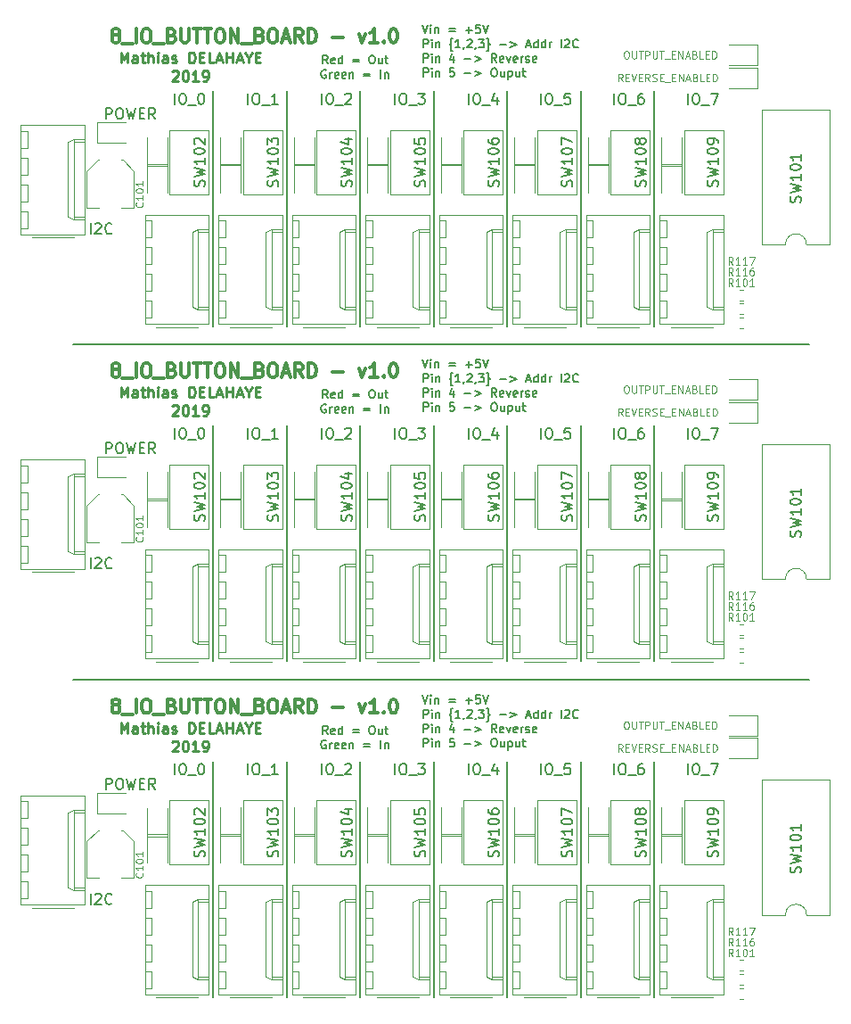
<source format=gto>
G04 #@! TF.GenerationSoftware,KiCad,Pcbnew,5.0.2+dfsg1-1~bpo9+1*
G04 #@! TF.CreationDate,2019-07-31T18:24:25+02:00*
G04 #@! TF.ProjectId,IO_BUTTON_BOARD,494f5f42-5554-4544-9f4e-5f424f415244,v1.0*
G04 #@! TF.SameCoordinates,Original*
G04 #@! TF.FileFunction,Legend,Top*
G04 #@! TF.FilePolarity,Positive*
%FSLAX46Y46*%
G04 Gerber Fmt 4.6, Leading zero omitted, Abs format (unit mm)*
G04 Created by KiCad (PCBNEW 5.0.2+dfsg1-1~bpo9+1) date mer. 31 juil. 2019 18:24:25 CEST*
%MOMM*%
%LPD*%
G01*
G04 APERTURE LIST*
%ADD10C,0.150000*%
%ADD11C,0.170000*%
%ADD12C,0.200000*%
%ADD13C,0.300000*%
%ADD14C,0.250000*%
%ADD15C,0.120000*%
%ADD16C,0.100000*%
G04 APERTURE END LIST*
D10*
X123190000Y-118618000D02*
X193167000Y-118618000D01*
X123190000Y-86741000D02*
X193167000Y-86741000D01*
D11*
X156396690Y-120061904D02*
X156663357Y-120861904D01*
X156930023Y-120061904D01*
X157196690Y-120861904D02*
X157196690Y-120328571D01*
X157196690Y-120061904D02*
X157158595Y-120100000D01*
X157196690Y-120138095D01*
X157234785Y-120100000D01*
X157196690Y-120061904D01*
X157196690Y-120138095D01*
X157577642Y-120328571D02*
X157577642Y-120861904D01*
X157577642Y-120404761D02*
X157615738Y-120366666D01*
X157691928Y-120328571D01*
X157806214Y-120328571D01*
X157882404Y-120366666D01*
X157920500Y-120442857D01*
X157920500Y-120861904D01*
X158910976Y-120442857D02*
X159520500Y-120442857D01*
X159520500Y-120671428D02*
X158910976Y-120671428D01*
X160510976Y-120557142D02*
X161120500Y-120557142D01*
X160815738Y-120861904D02*
X160815738Y-120252380D01*
X161882404Y-120061904D02*
X161501452Y-120061904D01*
X161463357Y-120442857D01*
X161501452Y-120404761D01*
X161577642Y-120366666D01*
X161768119Y-120366666D01*
X161844309Y-120404761D01*
X161882404Y-120442857D01*
X161920500Y-120519047D01*
X161920500Y-120709523D01*
X161882404Y-120785714D01*
X161844309Y-120823809D01*
X161768119Y-120861904D01*
X161577642Y-120861904D01*
X161501452Y-120823809D01*
X161463357Y-120785714D01*
X162149071Y-120061904D02*
X162415738Y-120861904D01*
X162682404Y-120061904D01*
X156510976Y-122231904D02*
X156510976Y-121431904D01*
X156815738Y-121431904D01*
X156891928Y-121470000D01*
X156930023Y-121508095D01*
X156968119Y-121584285D01*
X156968119Y-121698571D01*
X156930023Y-121774761D01*
X156891928Y-121812857D01*
X156815738Y-121850952D01*
X156510976Y-121850952D01*
X157310976Y-122231904D02*
X157310976Y-121698571D01*
X157310976Y-121431904D02*
X157272880Y-121470000D01*
X157310976Y-121508095D01*
X157349071Y-121470000D01*
X157310976Y-121431904D01*
X157310976Y-121508095D01*
X157691928Y-121698571D02*
X157691928Y-122231904D01*
X157691928Y-121774761D02*
X157730023Y-121736666D01*
X157806214Y-121698571D01*
X157920500Y-121698571D01*
X157996690Y-121736666D01*
X158034785Y-121812857D01*
X158034785Y-122231904D01*
X159253833Y-122536666D02*
X159215738Y-122536666D01*
X159139547Y-122498571D01*
X159101452Y-122422380D01*
X159101452Y-122041428D01*
X159063357Y-121965238D01*
X158987166Y-121927142D01*
X159063357Y-121889047D01*
X159101452Y-121812857D01*
X159101452Y-121431904D01*
X159139547Y-121355714D01*
X159215738Y-121317619D01*
X159253833Y-121317619D01*
X159977642Y-122231904D02*
X159520500Y-122231904D01*
X159749071Y-122231904D02*
X159749071Y-121431904D01*
X159672880Y-121546190D01*
X159596690Y-121622380D01*
X159520500Y-121660476D01*
X160358595Y-122193809D02*
X160358595Y-122231904D01*
X160320500Y-122308095D01*
X160282404Y-122346190D01*
X160663357Y-121508095D02*
X160701452Y-121470000D01*
X160777642Y-121431904D01*
X160968119Y-121431904D01*
X161044309Y-121470000D01*
X161082404Y-121508095D01*
X161120500Y-121584285D01*
X161120500Y-121660476D01*
X161082404Y-121774761D01*
X160625261Y-122231904D01*
X161120500Y-122231904D01*
X161501452Y-122193809D02*
X161501452Y-122231904D01*
X161463357Y-122308095D01*
X161425261Y-122346190D01*
X161768119Y-121431904D02*
X162263357Y-121431904D01*
X161996690Y-121736666D01*
X162110976Y-121736666D01*
X162187166Y-121774761D01*
X162225261Y-121812857D01*
X162263357Y-121889047D01*
X162263357Y-122079523D01*
X162225261Y-122155714D01*
X162187166Y-122193809D01*
X162110976Y-122231904D01*
X161882404Y-122231904D01*
X161806214Y-122193809D01*
X161768119Y-122155714D01*
X162530023Y-122536666D02*
X162568119Y-122536666D01*
X162644309Y-122498571D01*
X162682404Y-122422380D01*
X162682404Y-122041428D01*
X162720500Y-121965238D01*
X162796690Y-121927142D01*
X162720500Y-121889047D01*
X162682404Y-121812857D01*
X162682404Y-121431904D01*
X162644309Y-121355714D01*
X162568119Y-121317619D01*
X162530023Y-121317619D01*
X163749071Y-121927142D02*
X164358595Y-121927142D01*
X164739547Y-121698571D02*
X165349071Y-121927142D01*
X164739547Y-122155714D01*
X166301452Y-122003333D02*
X166682404Y-122003333D01*
X166225261Y-122231904D02*
X166491928Y-121431904D01*
X166758595Y-122231904D01*
X167368119Y-122231904D02*
X167368119Y-121431904D01*
X167368119Y-122193809D02*
X167291928Y-122231904D01*
X167139547Y-122231904D01*
X167063357Y-122193809D01*
X167025261Y-122155714D01*
X166987166Y-122079523D01*
X166987166Y-121850952D01*
X167025261Y-121774761D01*
X167063357Y-121736666D01*
X167139547Y-121698571D01*
X167291928Y-121698571D01*
X167368119Y-121736666D01*
X168091928Y-122231904D02*
X168091928Y-121431904D01*
X168091928Y-122193809D02*
X168015738Y-122231904D01*
X167863357Y-122231904D01*
X167787166Y-122193809D01*
X167749071Y-122155714D01*
X167710976Y-122079523D01*
X167710976Y-121850952D01*
X167749071Y-121774761D01*
X167787166Y-121736666D01*
X167863357Y-121698571D01*
X168015738Y-121698571D01*
X168091928Y-121736666D01*
X168472880Y-122231904D02*
X168472880Y-121698571D01*
X168472880Y-121850952D02*
X168510976Y-121774761D01*
X168549071Y-121736666D01*
X168625261Y-121698571D01*
X168701452Y-121698571D01*
X169577642Y-122231904D02*
X169577642Y-121431904D01*
X169920500Y-121508095D02*
X169958595Y-121470000D01*
X170034785Y-121431904D01*
X170225261Y-121431904D01*
X170301452Y-121470000D01*
X170339547Y-121508095D01*
X170377642Y-121584285D01*
X170377642Y-121660476D01*
X170339547Y-121774761D01*
X169882404Y-122231904D01*
X170377642Y-122231904D01*
X171177642Y-122155714D02*
X171139547Y-122193809D01*
X171025261Y-122231904D01*
X170949071Y-122231904D01*
X170834785Y-122193809D01*
X170758595Y-122117619D01*
X170720500Y-122041428D01*
X170682404Y-121889047D01*
X170682404Y-121774761D01*
X170720500Y-121622380D01*
X170758595Y-121546190D01*
X170834785Y-121470000D01*
X170949071Y-121431904D01*
X171025261Y-121431904D01*
X171139547Y-121470000D01*
X171177642Y-121508095D01*
X156510976Y-123601904D02*
X156510976Y-122801904D01*
X156815738Y-122801904D01*
X156891928Y-122840000D01*
X156930023Y-122878095D01*
X156968119Y-122954285D01*
X156968119Y-123068571D01*
X156930023Y-123144761D01*
X156891928Y-123182857D01*
X156815738Y-123220952D01*
X156510976Y-123220952D01*
X157310976Y-123601904D02*
X157310976Y-123068571D01*
X157310976Y-122801904D02*
X157272880Y-122840000D01*
X157310976Y-122878095D01*
X157349071Y-122840000D01*
X157310976Y-122801904D01*
X157310976Y-122878095D01*
X157691928Y-123068571D02*
X157691928Y-123601904D01*
X157691928Y-123144761D02*
X157730023Y-123106666D01*
X157806214Y-123068571D01*
X157920500Y-123068571D01*
X157996690Y-123106666D01*
X158034785Y-123182857D01*
X158034785Y-123601904D01*
X159368119Y-123068571D02*
X159368119Y-123601904D01*
X159177642Y-122763809D02*
X158987166Y-123335238D01*
X159482404Y-123335238D01*
X160396690Y-123297142D02*
X161006214Y-123297142D01*
X161387166Y-123068571D02*
X161996690Y-123297142D01*
X161387166Y-123525714D01*
X163444309Y-123601904D02*
X163177642Y-123220952D01*
X162987166Y-123601904D02*
X162987166Y-122801904D01*
X163291928Y-122801904D01*
X163368119Y-122840000D01*
X163406214Y-122878095D01*
X163444309Y-122954285D01*
X163444309Y-123068571D01*
X163406214Y-123144761D01*
X163368119Y-123182857D01*
X163291928Y-123220952D01*
X162987166Y-123220952D01*
X164091928Y-123563809D02*
X164015738Y-123601904D01*
X163863357Y-123601904D01*
X163787166Y-123563809D01*
X163749071Y-123487619D01*
X163749071Y-123182857D01*
X163787166Y-123106666D01*
X163863357Y-123068571D01*
X164015738Y-123068571D01*
X164091928Y-123106666D01*
X164130023Y-123182857D01*
X164130023Y-123259047D01*
X163749071Y-123335238D01*
X164396690Y-123068571D02*
X164587166Y-123601904D01*
X164777642Y-123068571D01*
X165387166Y-123563809D02*
X165310976Y-123601904D01*
X165158595Y-123601904D01*
X165082404Y-123563809D01*
X165044309Y-123487619D01*
X165044309Y-123182857D01*
X165082404Y-123106666D01*
X165158595Y-123068571D01*
X165310976Y-123068571D01*
X165387166Y-123106666D01*
X165425261Y-123182857D01*
X165425261Y-123259047D01*
X165044309Y-123335238D01*
X165768119Y-123601904D02*
X165768119Y-123068571D01*
X165768119Y-123220952D02*
X165806214Y-123144761D01*
X165844309Y-123106666D01*
X165920500Y-123068571D01*
X165996690Y-123068571D01*
X166225261Y-123563809D02*
X166301452Y-123601904D01*
X166453833Y-123601904D01*
X166530023Y-123563809D01*
X166568119Y-123487619D01*
X166568119Y-123449523D01*
X166530023Y-123373333D01*
X166453833Y-123335238D01*
X166339547Y-123335238D01*
X166263357Y-123297142D01*
X166225261Y-123220952D01*
X166225261Y-123182857D01*
X166263357Y-123106666D01*
X166339547Y-123068571D01*
X166453833Y-123068571D01*
X166530023Y-123106666D01*
X167215738Y-123563809D02*
X167139547Y-123601904D01*
X166987166Y-123601904D01*
X166910976Y-123563809D01*
X166872880Y-123487619D01*
X166872880Y-123182857D01*
X166910976Y-123106666D01*
X166987166Y-123068571D01*
X167139547Y-123068571D01*
X167215738Y-123106666D01*
X167253833Y-123182857D01*
X167253833Y-123259047D01*
X166872880Y-123335238D01*
X156510976Y-124971904D02*
X156510976Y-124171904D01*
X156815738Y-124171904D01*
X156891928Y-124210000D01*
X156930023Y-124248095D01*
X156968119Y-124324285D01*
X156968119Y-124438571D01*
X156930023Y-124514761D01*
X156891928Y-124552857D01*
X156815738Y-124590952D01*
X156510976Y-124590952D01*
X157310976Y-124971904D02*
X157310976Y-124438571D01*
X157310976Y-124171904D02*
X157272880Y-124210000D01*
X157310976Y-124248095D01*
X157349071Y-124210000D01*
X157310976Y-124171904D01*
X157310976Y-124248095D01*
X157691928Y-124438571D02*
X157691928Y-124971904D01*
X157691928Y-124514761D02*
X157730023Y-124476666D01*
X157806214Y-124438571D01*
X157920500Y-124438571D01*
X157996690Y-124476666D01*
X158034785Y-124552857D01*
X158034785Y-124971904D01*
X159406214Y-124171904D02*
X159025261Y-124171904D01*
X158987166Y-124552857D01*
X159025261Y-124514761D01*
X159101452Y-124476666D01*
X159291928Y-124476666D01*
X159368119Y-124514761D01*
X159406214Y-124552857D01*
X159444309Y-124629047D01*
X159444309Y-124819523D01*
X159406214Y-124895714D01*
X159368119Y-124933809D01*
X159291928Y-124971904D01*
X159101452Y-124971904D01*
X159025261Y-124933809D01*
X158987166Y-124895714D01*
X160396690Y-124667142D02*
X161006214Y-124667142D01*
X161387166Y-124438571D02*
X161996690Y-124667142D01*
X161387166Y-124895714D01*
X163139547Y-124171904D02*
X163291928Y-124171904D01*
X163368119Y-124210000D01*
X163444309Y-124286190D01*
X163482404Y-124438571D01*
X163482404Y-124705238D01*
X163444309Y-124857619D01*
X163368119Y-124933809D01*
X163291928Y-124971904D01*
X163139547Y-124971904D01*
X163063357Y-124933809D01*
X162987166Y-124857619D01*
X162949071Y-124705238D01*
X162949071Y-124438571D01*
X162987166Y-124286190D01*
X163063357Y-124210000D01*
X163139547Y-124171904D01*
X164168119Y-124438571D02*
X164168119Y-124971904D01*
X163825261Y-124438571D02*
X163825261Y-124857619D01*
X163863357Y-124933809D01*
X163939547Y-124971904D01*
X164053833Y-124971904D01*
X164130023Y-124933809D01*
X164168119Y-124895714D01*
X164549071Y-124438571D02*
X164549071Y-125238571D01*
X164549071Y-124476666D02*
X164625261Y-124438571D01*
X164777642Y-124438571D01*
X164853833Y-124476666D01*
X164891928Y-124514761D01*
X164930023Y-124590952D01*
X164930023Y-124819523D01*
X164891928Y-124895714D01*
X164853833Y-124933809D01*
X164777642Y-124971904D01*
X164625261Y-124971904D01*
X164549071Y-124933809D01*
X165615738Y-124438571D02*
X165615738Y-124971904D01*
X165272880Y-124438571D02*
X165272880Y-124857619D01*
X165310976Y-124933809D01*
X165387166Y-124971904D01*
X165501452Y-124971904D01*
X165577642Y-124933809D01*
X165615738Y-124895714D01*
X165882404Y-124438571D02*
X166187166Y-124438571D01*
X165996690Y-124171904D02*
X165996690Y-124857619D01*
X166034785Y-124933809D01*
X166110976Y-124971904D01*
X166187166Y-124971904D01*
D10*
X132858047Y-127579380D02*
X132858047Y-126579380D01*
X133524714Y-126579380D02*
X133715190Y-126579380D01*
X133810428Y-126627000D01*
X133905666Y-126722238D01*
X133953285Y-126912714D01*
X133953285Y-127246047D01*
X133905666Y-127436523D01*
X133810428Y-127531761D01*
X133715190Y-127579380D01*
X133524714Y-127579380D01*
X133429476Y-127531761D01*
X133334238Y-127436523D01*
X133286619Y-127246047D01*
X133286619Y-126912714D01*
X133334238Y-126722238D01*
X133429476Y-126627000D01*
X133524714Y-126579380D01*
X134143761Y-127674619D02*
X134905666Y-127674619D01*
X135334238Y-126579380D02*
X135429476Y-126579380D01*
X135524714Y-126627000D01*
X135572333Y-126674619D01*
X135619952Y-126769857D01*
X135667571Y-126960333D01*
X135667571Y-127198428D01*
X135619952Y-127388904D01*
X135572333Y-127484142D01*
X135524714Y-127531761D01*
X135429476Y-127579380D01*
X135334238Y-127579380D01*
X135239000Y-127531761D01*
X135191380Y-127484142D01*
X135143761Y-127388904D01*
X135096142Y-127198428D01*
X135096142Y-126960333D01*
X135143761Y-126769857D01*
X135191380Y-126674619D01*
X135239000Y-126627000D01*
X135334238Y-126579380D01*
X139843047Y-127579380D02*
X139843047Y-126579380D01*
X140509714Y-126579380D02*
X140700190Y-126579380D01*
X140795428Y-126627000D01*
X140890666Y-126722238D01*
X140938285Y-126912714D01*
X140938285Y-127246047D01*
X140890666Y-127436523D01*
X140795428Y-127531761D01*
X140700190Y-127579380D01*
X140509714Y-127579380D01*
X140414476Y-127531761D01*
X140319238Y-127436523D01*
X140271619Y-127246047D01*
X140271619Y-126912714D01*
X140319238Y-126722238D01*
X140414476Y-126627000D01*
X140509714Y-126579380D01*
X141128761Y-127674619D02*
X141890666Y-127674619D01*
X142652571Y-127579380D02*
X142081142Y-127579380D01*
X142366857Y-127579380D02*
X142366857Y-126579380D01*
X142271619Y-126722238D01*
X142176380Y-126817476D01*
X142081142Y-126865095D01*
X146828047Y-127579380D02*
X146828047Y-126579380D01*
X147494714Y-126579380D02*
X147685190Y-126579380D01*
X147780428Y-126627000D01*
X147875666Y-126722238D01*
X147923285Y-126912714D01*
X147923285Y-127246047D01*
X147875666Y-127436523D01*
X147780428Y-127531761D01*
X147685190Y-127579380D01*
X147494714Y-127579380D01*
X147399476Y-127531761D01*
X147304238Y-127436523D01*
X147256619Y-127246047D01*
X147256619Y-126912714D01*
X147304238Y-126722238D01*
X147399476Y-126627000D01*
X147494714Y-126579380D01*
X148113761Y-127674619D02*
X148875666Y-127674619D01*
X149066142Y-126674619D02*
X149113761Y-126627000D01*
X149209000Y-126579380D01*
X149447095Y-126579380D01*
X149542333Y-126627000D01*
X149589952Y-126674619D01*
X149637571Y-126769857D01*
X149637571Y-126865095D01*
X149589952Y-127007952D01*
X149018523Y-127579380D01*
X149637571Y-127579380D01*
X153813047Y-127579380D02*
X153813047Y-126579380D01*
X154479714Y-126579380D02*
X154670190Y-126579380D01*
X154765428Y-126627000D01*
X154860666Y-126722238D01*
X154908285Y-126912714D01*
X154908285Y-127246047D01*
X154860666Y-127436523D01*
X154765428Y-127531761D01*
X154670190Y-127579380D01*
X154479714Y-127579380D01*
X154384476Y-127531761D01*
X154289238Y-127436523D01*
X154241619Y-127246047D01*
X154241619Y-126912714D01*
X154289238Y-126722238D01*
X154384476Y-126627000D01*
X154479714Y-126579380D01*
X155098761Y-127674619D02*
X155860666Y-127674619D01*
X156003523Y-126579380D02*
X156622571Y-126579380D01*
X156289238Y-126960333D01*
X156432095Y-126960333D01*
X156527333Y-127007952D01*
X156574952Y-127055571D01*
X156622571Y-127150809D01*
X156622571Y-127388904D01*
X156574952Y-127484142D01*
X156527333Y-127531761D01*
X156432095Y-127579380D01*
X156146380Y-127579380D01*
X156051142Y-127531761D01*
X156003523Y-127484142D01*
X160798047Y-127579380D02*
X160798047Y-126579380D01*
X161464714Y-126579380D02*
X161655190Y-126579380D01*
X161750428Y-126627000D01*
X161845666Y-126722238D01*
X161893285Y-126912714D01*
X161893285Y-127246047D01*
X161845666Y-127436523D01*
X161750428Y-127531761D01*
X161655190Y-127579380D01*
X161464714Y-127579380D01*
X161369476Y-127531761D01*
X161274238Y-127436523D01*
X161226619Y-127246047D01*
X161226619Y-126912714D01*
X161274238Y-126722238D01*
X161369476Y-126627000D01*
X161464714Y-126579380D01*
X162083761Y-127674619D02*
X162845666Y-127674619D01*
X163512333Y-126912714D02*
X163512333Y-127579380D01*
X163274238Y-126531761D02*
X163036142Y-127246047D01*
X163655190Y-127246047D01*
X167656047Y-127579380D02*
X167656047Y-126579380D01*
X168322714Y-126579380D02*
X168513190Y-126579380D01*
X168608428Y-126627000D01*
X168703666Y-126722238D01*
X168751285Y-126912714D01*
X168751285Y-127246047D01*
X168703666Y-127436523D01*
X168608428Y-127531761D01*
X168513190Y-127579380D01*
X168322714Y-127579380D01*
X168227476Y-127531761D01*
X168132238Y-127436523D01*
X168084619Y-127246047D01*
X168084619Y-126912714D01*
X168132238Y-126722238D01*
X168227476Y-126627000D01*
X168322714Y-126579380D01*
X168941761Y-127674619D02*
X169703666Y-127674619D01*
X170417952Y-126579380D02*
X169941761Y-126579380D01*
X169894142Y-127055571D01*
X169941761Y-127007952D01*
X170037000Y-126960333D01*
X170275095Y-126960333D01*
X170370333Y-127007952D01*
X170417952Y-127055571D01*
X170465571Y-127150809D01*
X170465571Y-127388904D01*
X170417952Y-127484142D01*
X170370333Y-127531761D01*
X170275095Y-127579380D01*
X170037000Y-127579380D01*
X169941761Y-127531761D01*
X169894142Y-127484142D01*
X174641047Y-127579380D02*
X174641047Y-126579380D01*
X175307714Y-126579380D02*
X175498190Y-126579380D01*
X175593428Y-126627000D01*
X175688666Y-126722238D01*
X175736285Y-126912714D01*
X175736285Y-127246047D01*
X175688666Y-127436523D01*
X175593428Y-127531761D01*
X175498190Y-127579380D01*
X175307714Y-127579380D01*
X175212476Y-127531761D01*
X175117238Y-127436523D01*
X175069619Y-127246047D01*
X175069619Y-126912714D01*
X175117238Y-126722238D01*
X175212476Y-126627000D01*
X175307714Y-126579380D01*
X175926761Y-127674619D02*
X176688666Y-127674619D01*
X177355333Y-126579380D02*
X177164857Y-126579380D01*
X177069619Y-126627000D01*
X177022000Y-126674619D01*
X176926761Y-126817476D01*
X176879142Y-127007952D01*
X176879142Y-127388904D01*
X176926761Y-127484142D01*
X176974380Y-127531761D01*
X177069619Y-127579380D01*
X177260095Y-127579380D01*
X177355333Y-127531761D01*
X177402952Y-127484142D01*
X177450571Y-127388904D01*
X177450571Y-127150809D01*
X177402952Y-127055571D01*
X177355333Y-127007952D01*
X177260095Y-126960333D01*
X177069619Y-126960333D01*
X176974380Y-127007952D01*
X176926761Y-127055571D01*
X176879142Y-127150809D01*
X181626047Y-127579380D02*
X181626047Y-126579380D01*
X182292714Y-126579380D02*
X182483190Y-126579380D01*
X182578428Y-126627000D01*
X182673666Y-126722238D01*
X182721285Y-126912714D01*
X182721285Y-127246047D01*
X182673666Y-127436523D01*
X182578428Y-127531761D01*
X182483190Y-127579380D01*
X182292714Y-127579380D01*
X182197476Y-127531761D01*
X182102238Y-127436523D01*
X182054619Y-127246047D01*
X182054619Y-126912714D01*
X182102238Y-126722238D01*
X182197476Y-126627000D01*
X182292714Y-126579380D01*
X182911761Y-127674619D02*
X183673666Y-127674619D01*
X183816523Y-126579380D02*
X184483190Y-126579380D01*
X184054619Y-127579380D01*
D12*
X178435000Y-148717000D02*
X178435000Y-126365000D01*
X171450000Y-148717000D02*
X171450000Y-126365000D01*
X164465000Y-148717000D02*
X164465000Y-126365000D01*
X157480000Y-148717000D02*
X157480000Y-126365000D01*
X150495000Y-148717000D02*
X150495000Y-126365000D01*
X143510000Y-148717000D02*
X143510000Y-126365000D01*
X136525000Y-148717000D02*
X136525000Y-126365000D01*
D11*
X147415571Y-123755904D02*
X147148904Y-123374952D01*
X146958428Y-123755904D02*
X146958428Y-122955904D01*
X147263190Y-122955904D01*
X147339380Y-122994000D01*
X147377476Y-123032095D01*
X147415571Y-123108285D01*
X147415571Y-123222571D01*
X147377476Y-123298761D01*
X147339380Y-123336857D01*
X147263190Y-123374952D01*
X146958428Y-123374952D01*
X148063190Y-123717809D02*
X147987000Y-123755904D01*
X147834619Y-123755904D01*
X147758428Y-123717809D01*
X147720333Y-123641619D01*
X147720333Y-123336857D01*
X147758428Y-123260666D01*
X147834619Y-123222571D01*
X147987000Y-123222571D01*
X148063190Y-123260666D01*
X148101285Y-123336857D01*
X148101285Y-123413047D01*
X147720333Y-123489238D01*
X148787000Y-123755904D02*
X148787000Y-122955904D01*
X148787000Y-123717809D02*
X148710809Y-123755904D01*
X148558428Y-123755904D01*
X148482238Y-123717809D01*
X148444142Y-123679714D01*
X148406047Y-123603523D01*
X148406047Y-123374952D01*
X148444142Y-123298761D01*
X148482238Y-123260666D01*
X148558428Y-123222571D01*
X148710809Y-123222571D01*
X148787000Y-123260666D01*
X149777476Y-123336857D02*
X150387000Y-123336857D01*
X150387000Y-123565428D02*
X149777476Y-123565428D01*
X151529857Y-122955904D02*
X151682238Y-122955904D01*
X151758428Y-122994000D01*
X151834619Y-123070190D01*
X151872714Y-123222571D01*
X151872714Y-123489238D01*
X151834619Y-123641619D01*
X151758428Y-123717809D01*
X151682238Y-123755904D01*
X151529857Y-123755904D01*
X151453666Y-123717809D01*
X151377476Y-123641619D01*
X151339380Y-123489238D01*
X151339380Y-123222571D01*
X151377476Y-123070190D01*
X151453666Y-122994000D01*
X151529857Y-122955904D01*
X152558428Y-123222571D02*
X152558428Y-123755904D01*
X152215571Y-123222571D02*
X152215571Y-123641619D01*
X152253666Y-123717809D01*
X152329857Y-123755904D01*
X152444142Y-123755904D01*
X152520333Y-123717809D01*
X152558428Y-123679714D01*
X152825095Y-123222571D02*
X153129857Y-123222571D01*
X152939380Y-122955904D02*
X152939380Y-123641619D01*
X152977476Y-123717809D01*
X153053666Y-123755904D01*
X153129857Y-123755904D01*
X147244142Y-124364000D02*
X147167952Y-124325904D01*
X147053666Y-124325904D01*
X146939380Y-124364000D01*
X146863190Y-124440190D01*
X146825095Y-124516380D01*
X146787000Y-124668761D01*
X146787000Y-124783047D01*
X146825095Y-124935428D01*
X146863190Y-125011619D01*
X146939380Y-125087809D01*
X147053666Y-125125904D01*
X147129857Y-125125904D01*
X147244142Y-125087809D01*
X147282238Y-125049714D01*
X147282238Y-124783047D01*
X147129857Y-124783047D01*
X147625095Y-125125904D02*
X147625095Y-124592571D01*
X147625095Y-124744952D02*
X147663190Y-124668761D01*
X147701285Y-124630666D01*
X147777476Y-124592571D01*
X147853666Y-124592571D01*
X148425095Y-125087809D02*
X148348904Y-125125904D01*
X148196523Y-125125904D01*
X148120333Y-125087809D01*
X148082238Y-125011619D01*
X148082238Y-124706857D01*
X148120333Y-124630666D01*
X148196523Y-124592571D01*
X148348904Y-124592571D01*
X148425095Y-124630666D01*
X148463190Y-124706857D01*
X148463190Y-124783047D01*
X148082238Y-124859238D01*
X149110809Y-125087809D02*
X149034619Y-125125904D01*
X148882238Y-125125904D01*
X148806047Y-125087809D01*
X148767952Y-125011619D01*
X148767952Y-124706857D01*
X148806047Y-124630666D01*
X148882238Y-124592571D01*
X149034619Y-124592571D01*
X149110809Y-124630666D01*
X149148904Y-124706857D01*
X149148904Y-124783047D01*
X148767952Y-124859238D01*
X149491761Y-124592571D02*
X149491761Y-125125904D01*
X149491761Y-124668761D02*
X149529857Y-124630666D01*
X149606047Y-124592571D01*
X149720333Y-124592571D01*
X149796523Y-124630666D01*
X149834619Y-124706857D01*
X149834619Y-125125904D01*
X150825095Y-124706857D02*
X151434619Y-124706857D01*
X151434619Y-124935428D02*
X150825095Y-124935428D01*
X152425095Y-125125904D02*
X152425095Y-124325904D01*
X152806047Y-124592571D02*
X152806047Y-125125904D01*
X152806047Y-124668761D02*
X152844142Y-124630666D01*
X152920333Y-124592571D01*
X153034619Y-124592571D01*
X153110809Y-124630666D01*
X153148904Y-124706857D01*
X153148904Y-125125904D01*
D13*
X127152476Y-121003238D02*
X127028666Y-120941333D01*
X126966761Y-120879428D01*
X126904857Y-120755619D01*
X126904857Y-120693714D01*
X126966761Y-120569904D01*
X127028666Y-120508000D01*
X127152476Y-120446095D01*
X127400095Y-120446095D01*
X127523904Y-120508000D01*
X127585809Y-120569904D01*
X127647714Y-120693714D01*
X127647714Y-120755619D01*
X127585809Y-120879428D01*
X127523904Y-120941333D01*
X127400095Y-121003238D01*
X127152476Y-121003238D01*
X127028666Y-121065142D01*
X126966761Y-121127047D01*
X126904857Y-121250857D01*
X126904857Y-121498476D01*
X126966761Y-121622285D01*
X127028666Y-121684190D01*
X127152476Y-121746095D01*
X127400095Y-121746095D01*
X127523904Y-121684190D01*
X127585809Y-121622285D01*
X127647714Y-121498476D01*
X127647714Y-121250857D01*
X127585809Y-121127047D01*
X127523904Y-121065142D01*
X127400095Y-121003238D01*
X127895333Y-121869904D02*
X128885809Y-121869904D01*
X129195333Y-121746095D02*
X129195333Y-120446095D01*
X130062000Y-120446095D02*
X130309619Y-120446095D01*
X130433428Y-120508000D01*
X130557238Y-120631809D01*
X130619142Y-120879428D01*
X130619142Y-121312761D01*
X130557238Y-121560380D01*
X130433428Y-121684190D01*
X130309619Y-121746095D01*
X130062000Y-121746095D01*
X129938190Y-121684190D01*
X129814380Y-121560380D01*
X129752476Y-121312761D01*
X129752476Y-120879428D01*
X129814380Y-120631809D01*
X129938190Y-120508000D01*
X130062000Y-120446095D01*
X130866761Y-121869904D02*
X131857238Y-121869904D01*
X132600095Y-121065142D02*
X132785809Y-121127047D01*
X132847714Y-121188952D01*
X132909619Y-121312761D01*
X132909619Y-121498476D01*
X132847714Y-121622285D01*
X132785809Y-121684190D01*
X132662000Y-121746095D01*
X132166761Y-121746095D01*
X132166761Y-120446095D01*
X132600095Y-120446095D01*
X132723904Y-120508000D01*
X132785809Y-120569904D01*
X132847714Y-120693714D01*
X132847714Y-120817523D01*
X132785809Y-120941333D01*
X132723904Y-121003238D01*
X132600095Y-121065142D01*
X132166761Y-121065142D01*
X133466761Y-120446095D02*
X133466761Y-121498476D01*
X133528666Y-121622285D01*
X133590571Y-121684190D01*
X133714380Y-121746095D01*
X133962000Y-121746095D01*
X134085809Y-121684190D01*
X134147714Y-121622285D01*
X134209619Y-121498476D01*
X134209619Y-120446095D01*
X134642952Y-120446095D02*
X135385809Y-120446095D01*
X135014380Y-121746095D02*
X135014380Y-120446095D01*
X135633428Y-120446095D02*
X136376285Y-120446095D01*
X136004857Y-121746095D02*
X136004857Y-120446095D01*
X137057238Y-120446095D02*
X137304857Y-120446095D01*
X137428666Y-120508000D01*
X137552476Y-120631809D01*
X137614380Y-120879428D01*
X137614380Y-121312761D01*
X137552476Y-121560380D01*
X137428666Y-121684190D01*
X137304857Y-121746095D01*
X137057238Y-121746095D01*
X136933428Y-121684190D01*
X136809619Y-121560380D01*
X136747714Y-121312761D01*
X136747714Y-120879428D01*
X136809619Y-120631809D01*
X136933428Y-120508000D01*
X137057238Y-120446095D01*
X138171523Y-121746095D02*
X138171523Y-120446095D01*
X138914380Y-121746095D01*
X138914380Y-120446095D01*
X139223904Y-121869904D02*
X140214380Y-121869904D01*
X140957238Y-121065142D02*
X141142952Y-121127047D01*
X141204857Y-121188952D01*
X141266761Y-121312761D01*
X141266761Y-121498476D01*
X141204857Y-121622285D01*
X141142952Y-121684190D01*
X141019142Y-121746095D01*
X140523904Y-121746095D01*
X140523904Y-120446095D01*
X140957238Y-120446095D01*
X141081047Y-120508000D01*
X141142952Y-120569904D01*
X141204857Y-120693714D01*
X141204857Y-120817523D01*
X141142952Y-120941333D01*
X141081047Y-121003238D01*
X140957238Y-121065142D01*
X140523904Y-121065142D01*
X142071523Y-120446095D02*
X142319142Y-120446095D01*
X142442952Y-120508000D01*
X142566761Y-120631809D01*
X142628666Y-120879428D01*
X142628666Y-121312761D01*
X142566761Y-121560380D01*
X142442952Y-121684190D01*
X142319142Y-121746095D01*
X142071523Y-121746095D01*
X141947714Y-121684190D01*
X141823904Y-121560380D01*
X141762000Y-121312761D01*
X141762000Y-120879428D01*
X141823904Y-120631809D01*
X141947714Y-120508000D01*
X142071523Y-120446095D01*
X143123904Y-121374666D02*
X143742952Y-121374666D01*
X143000095Y-121746095D02*
X143433428Y-120446095D01*
X143866761Y-121746095D01*
X145042952Y-121746095D02*
X144609619Y-121127047D01*
X144300095Y-121746095D02*
X144300095Y-120446095D01*
X144795333Y-120446095D01*
X144919142Y-120508000D01*
X144981047Y-120569904D01*
X145042952Y-120693714D01*
X145042952Y-120879428D01*
X144981047Y-121003238D01*
X144919142Y-121065142D01*
X144795333Y-121127047D01*
X144300095Y-121127047D01*
X145600095Y-121746095D02*
X145600095Y-120446095D01*
X145909619Y-120446095D01*
X146095333Y-120508000D01*
X146219142Y-120631809D01*
X146281047Y-120755619D01*
X146342952Y-121003238D01*
X146342952Y-121188952D01*
X146281047Y-121436571D01*
X146219142Y-121560380D01*
X146095333Y-121684190D01*
X145909619Y-121746095D01*
X145600095Y-121746095D01*
X147890571Y-121250857D02*
X148881047Y-121250857D01*
X150366761Y-120879428D02*
X150676285Y-121746095D01*
X150985809Y-120879428D01*
X152162000Y-121746095D02*
X151419142Y-121746095D01*
X151790571Y-121746095D02*
X151790571Y-120446095D01*
X151666761Y-120631809D01*
X151542952Y-120755619D01*
X151419142Y-120817523D01*
X152719142Y-121622285D02*
X152781047Y-121684190D01*
X152719142Y-121746095D01*
X152657238Y-121684190D01*
X152719142Y-121622285D01*
X152719142Y-121746095D01*
X153585809Y-120446095D02*
X153709619Y-120446095D01*
X153833428Y-120508000D01*
X153895333Y-120569904D01*
X153957238Y-120693714D01*
X154019142Y-120941333D01*
X154019142Y-121250857D01*
X153957238Y-121498476D01*
X153895333Y-121622285D01*
X153833428Y-121684190D01*
X153709619Y-121746095D01*
X153585809Y-121746095D01*
X153462000Y-121684190D01*
X153400095Y-121622285D01*
X153338190Y-121498476D01*
X153276285Y-121250857D01*
X153276285Y-120941333D01*
X153338190Y-120693714D01*
X153400095Y-120569904D01*
X153462000Y-120508000D01*
X153585809Y-120446095D01*
D14*
X127746952Y-123656380D02*
X127746952Y-122656380D01*
X128080285Y-123370666D01*
X128413619Y-122656380D01*
X128413619Y-123656380D01*
X129318380Y-123656380D02*
X129318380Y-123132571D01*
X129270761Y-123037333D01*
X129175523Y-122989714D01*
X128985047Y-122989714D01*
X128889809Y-123037333D01*
X129318380Y-123608761D02*
X129223142Y-123656380D01*
X128985047Y-123656380D01*
X128889809Y-123608761D01*
X128842190Y-123513523D01*
X128842190Y-123418285D01*
X128889809Y-123323047D01*
X128985047Y-123275428D01*
X129223142Y-123275428D01*
X129318380Y-123227809D01*
X129651714Y-122989714D02*
X130032666Y-122989714D01*
X129794571Y-122656380D02*
X129794571Y-123513523D01*
X129842190Y-123608761D01*
X129937428Y-123656380D01*
X130032666Y-123656380D01*
X130366000Y-123656380D02*
X130366000Y-122656380D01*
X130794571Y-123656380D02*
X130794571Y-123132571D01*
X130746952Y-123037333D01*
X130651714Y-122989714D01*
X130508857Y-122989714D01*
X130413619Y-123037333D01*
X130366000Y-123084952D01*
X131270761Y-123656380D02*
X131270761Y-122989714D01*
X131270761Y-122656380D02*
X131223142Y-122704000D01*
X131270761Y-122751619D01*
X131318380Y-122704000D01*
X131270761Y-122656380D01*
X131270761Y-122751619D01*
X132175523Y-123656380D02*
X132175523Y-123132571D01*
X132127904Y-123037333D01*
X132032666Y-122989714D01*
X131842190Y-122989714D01*
X131746952Y-123037333D01*
X132175523Y-123608761D02*
X132080285Y-123656380D01*
X131842190Y-123656380D01*
X131746952Y-123608761D01*
X131699333Y-123513523D01*
X131699333Y-123418285D01*
X131746952Y-123323047D01*
X131842190Y-123275428D01*
X132080285Y-123275428D01*
X132175523Y-123227809D01*
X132604095Y-123608761D02*
X132699333Y-123656380D01*
X132889809Y-123656380D01*
X132985047Y-123608761D01*
X133032666Y-123513523D01*
X133032666Y-123465904D01*
X132985047Y-123370666D01*
X132889809Y-123323047D01*
X132746952Y-123323047D01*
X132651714Y-123275428D01*
X132604095Y-123180190D01*
X132604095Y-123132571D01*
X132651714Y-123037333D01*
X132746952Y-122989714D01*
X132889809Y-122989714D01*
X132985047Y-123037333D01*
X134223142Y-123656380D02*
X134223142Y-122656380D01*
X134461238Y-122656380D01*
X134604095Y-122704000D01*
X134699333Y-122799238D01*
X134746952Y-122894476D01*
X134794571Y-123084952D01*
X134794571Y-123227809D01*
X134746952Y-123418285D01*
X134699333Y-123513523D01*
X134604095Y-123608761D01*
X134461238Y-123656380D01*
X134223142Y-123656380D01*
X135223142Y-123132571D02*
X135556476Y-123132571D01*
X135699333Y-123656380D02*
X135223142Y-123656380D01*
X135223142Y-122656380D01*
X135699333Y-122656380D01*
X136604095Y-123656380D02*
X136127904Y-123656380D01*
X136127904Y-122656380D01*
X136889809Y-123370666D02*
X137366000Y-123370666D01*
X136794571Y-123656380D02*
X137127904Y-122656380D01*
X137461238Y-123656380D01*
X137794571Y-123656380D02*
X137794571Y-122656380D01*
X137794571Y-123132571D02*
X138366000Y-123132571D01*
X138366000Y-123656380D02*
X138366000Y-122656380D01*
X138794571Y-123370666D02*
X139270761Y-123370666D01*
X138699333Y-123656380D02*
X139032666Y-122656380D01*
X139366000Y-123656380D01*
X139889809Y-123180190D02*
X139889809Y-123656380D01*
X139556476Y-122656380D02*
X139889809Y-123180190D01*
X140223142Y-122656380D01*
X140556476Y-123132571D02*
X140889809Y-123132571D01*
X141032666Y-123656380D02*
X140556476Y-123656380D01*
X140556476Y-122656380D01*
X141032666Y-122656380D01*
X132651714Y-124501619D02*
X132699333Y-124454000D01*
X132794571Y-124406380D01*
X133032666Y-124406380D01*
X133127904Y-124454000D01*
X133175523Y-124501619D01*
X133223142Y-124596857D01*
X133223142Y-124692095D01*
X133175523Y-124834952D01*
X132604095Y-125406380D01*
X133223142Y-125406380D01*
X133842190Y-124406380D02*
X133937428Y-124406380D01*
X134032666Y-124454000D01*
X134080285Y-124501619D01*
X134127904Y-124596857D01*
X134175523Y-124787333D01*
X134175523Y-125025428D01*
X134127904Y-125215904D01*
X134080285Y-125311142D01*
X134032666Y-125358761D01*
X133937428Y-125406380D01*
X133842190Y-125406380D01*
X133746952Y-125358761D01*
X133699333Y-125311142D01*
X133651714Y-125215904D01*
X133604095Y-125025428D01*
X133604095Y-124787333D01*
X133651714Y-124596857D01*
X133699333Y-124501619D01*
X133746952Y-124454000D01*
X133842190Y-124406380D01*
X135127904Y-125406380D02*
X134556476Y-125406380D01*
X134842190Y-125406380D02*
X134842190Y-124406380D01*
X134746952Y-124549238D01*
X134651714Y-124644476D01*
X134556476Y-124692095D01*
X135604095Y-125406380D02*
X135794571Y-125406380D01*
X135889809Y-125358761D01*
X135937428Y-125311142D01*
X136032666Y-125168285D01*
X136080285Y-124977809D01*
X136080285Y-124596857D01*
X136032666Y-124501619D01*
X135985047Y-124454000D01*
X135889809Y-124406380D01*
X135699333Y-124406380D01*
X135604095Y-124454000D01*
X135556476Y-124501619D01*
X135508857Y-124596857D01*
X135508857Y-124834952D01*
X135556476Y-124930190D01*
X135604095Y-124977809D01*
X135699333Y-125025428D01*
X135889809Y-125025428D01*
X135985047Y-124977809D01*
X136032666Y-124930190D01*
X136080285Y-124834952D01*
D13*
X127152476Y-89126238D02*
X127028666Y-89064333D01*
X126966761Y-89002428D01*
X126904857Y-88878619D01*
X126904857Y-88816714D01*
X126966761Y-88692904D01*
X127028666Y-88631000D01*
X127152476Y-88569095D01*
X127400095Y-88569095D01*
X127523904Y-88631000D01*
X127585809Y-88692904D01*
X127647714Y-88816714D01*
X127647714Y-88878619D01*
X127585809Y-89002428D01*
X127523904Y-89064333D01*
X127400095Y-89126238D01*
X127152476Y-89126238D01*
X127028666Y-89188142D01*
X126966761Y-89250047D01*
X126904857Y-89373857D01*
X126904857Y-89621476D01*
X126966761Y-89745285D01*
X127028666Y-89807190D01*
X127152476Y-89869095D01*
X127400095Y-89869095D01*
X127523904Y-89807190D01*
X127585809Y-89745285D01*
X127647714Y-89621476D01*
X127647714Y-89373857D01*
X127585809Y-89250047D01*
X127523904Y-89188142D01*
X127400095Y-89126238D01*
X127895333Y-89992904D02*
X128885809Y-89992904D01*
X129195333Y-89869095D02*
X129195333Y-88569095D01*
X130062000Y-88569095D02*
X130309619Y-88569095D01*
X130433428Y-88631000D01*
X130557238Y-88754809D01*
X130619142Y-89002428D01*
X130619142Y-89435761D01*
X130557238Y-89683380D01*
X130433428Y-89807190D01*
X130309619Y-89869095D01*
X130062000Y-89869095D01*
X129938190Y-89807190D01*
X129814380Y-89683380D01*
X129752476Y-89435761D01*
X129752476Y-89002428D01*
X129814380Y-88754809D01*
X129938190Y-88631000D01*
X130062000Y-88569095D01*
X130866761Y-89992904D02*
X131857238Y-89992904D01*
X132600095Y-89188142D02*
X132785809Y-89250047D01*
X132847714Y-89311952D01*
X132909619Y-89435761D01*
X132909619Y-89621476D01*
X132847714Y-89745285D01*
X132785809Y-89807190D01*
X132662000Y-89869095D01*
X132166761Y-89869095D01*
X132166761Y-88569095D01*
X132600095Y-88569095D01*
X132723904Y-88631000D01*
X132785809Y-88692904D01*
X132847714Y-88816714D01*
X132847714Y-88940523D01*
X132785809Y-89064333D01*
X132723904Y-89126238D01*
X132600095Y-89188142D01*
X132166761Y-89188142D01*
X133466761Y-88569095D02*
X133466761Y-89621476D01*
X133528666Y-89745285D01*
X133590571Y-89807190D01*
X133714380Y-89869095D01*
X133962000Y-89869095D01*
X134085809Y-89807190D01*
X134147714Y-89745285D01*
X134209619Y-89621476D01*
X134209619Y-88569095D01*
X134642952Y-88569095D02*
X135385809Y-88569095D01*
X135014380Y-89869095D02*
X135014380Y-88569095D01*
X135633428Y-88569095D02*
X136376285Y-88569095D01*
X136004857Y-89869095D02*
X136004857Y-88569095D01*
X137057238Y-88569095D02*
X137304857Y-88569095D01*
X137428666Y-88631000D01*
X137552476Y-88754809D01*
X137614380Y-89002428D01*
X137614380Y-89435761D01*
X137552476Y-89683380D01*
X137428666Y-89807190D01*
X137304857Y-89869095D01*
X137057238Y-89869095D01*
X136933428Y-89807190D01*
X136809619Y-89683380D01*
X136747714Y-89435761D01*
X136747714Y-89002428D01*
X136809619Y-88754809D01*
X136933428Y-88631000D01*
X137057238Y-88569095D01*
X138171523Y-89869095D02*
X138171523Y-88569095D01*
X138914380Y-89869095D01*
X138914380Y-88569095D01*
X139223904Y-89992904D02*
X140214380Y-89992904D01*
X140957238Y-89188142D02*
X141142952Y-89250047D01*
X141204857Y-89311952D01*
X141266761Y-89435761D01*
X141266761Y-89621476D01*
X141204857Y-89745285D01*
X141142952Y-89807190D01*
X141019142Y-89869095D01*
X140523904Y-89869095D01*
X140523904Y-88569095D01*
X140957238Y-88569095D01*
X141081047Y-88631000D01*
X141142952Y-88692904D01*
X141204857Y-88816714D01*
X141204857Y-88940523D01*
X141142952Y-89064333D01*
X141081047Y-89126238D01*
X140957238Y-89188142D01*
X140523904Y-89188142D01*
X142071523Y-88569095D02*
X142319142Y-88569095D01*
X142442952Y-88631000D01*
X142566761Y-88754809D01*
X142628666Y-89002428D01*
X142628666Y-89435761D01*
X142566761Y-89683380D01*
X142442952Y-89807190D01*
X142319142Y-89869095D01*
X142071523Y-89869095D01*
X141947714Y-89807190D01*
X141823904Y-89683380D01*
X141762000Y-89435761D01*
X141762000Y-89002428D01*
X141823904Y-88754809D01*
X141947714Y-88631000D01*
X142071523Y-88569095D01*
X143123904Y-89497666D02*
X143742952Y-89497666D01*
X143000095Y-89869095D02*
X143433428Y-88569095D01*
X143866761Y-89869095D01*
X145042952Y-89869095D02*
X144609619Y-89250047D01*
X144300095Y-89869095D02*
X144300095Y-88569095D01*
X144795333Y-88569095D01*
X144919142Y-88631000D01*
X144981047Y-88692904D01*
X145042952Y-88816714D01*
X145042952Y-89002428D01*
X144981047Y-89126238D01*
X144919142Y-89188142D01*
X144795333Y-89250047D01*
X144300095Y-89250047D01*
X145600095Y-89869095D02*
X145600095Y-88569095D01*
X145909619Y-88569095D01*
X146095333Y-88631000D01*
X146219142Y-88754809D01*
X146281047Y-88878619D01*
X146342952Y-89126238D01*
X146342952Y-89311952D01*
X146281047Y-89559571D01*
X146219142Y-89683380D01*
X146095333Y-89807190D01*
X145909619Y-89869095D01*
X145600095Y-89869095D01*
X147890571Y-89373857D02*
X148881047Y-89373857D01*
X150366761Y-89002428D02*
X150676285Y-89869095D01*
X150985809Y-89002428D01*
X152162000Y-89869095D02*
X151419142Y-89869095D01*
X151790571Y-89869095D02*
X151790571Y-88569095D01*
X151666761Y-88754809D01*
X151542952Y-88878619D01*
X151419142Y-88940523D01*
X152719142Y-89745285D02*
X152781047Y-89807190D01*
X152719142Y-89869095D01*
X152657238Y-89807190D01*
X152719142Y-89745285D01*
X152719142Y-89869095D01*
X153585809Y-88569095D02*
X153709619Y-88569095D01*
X153833428Y-88631000D01*
X153895333Y-88692904D01*
X153957238Y-88816714D01*
X154019142Y-89064333D01*
X154019142Y-89373857D01*
X153957238Y-89621476D01*
X153895333Y-89745285D01*
X153833428Y-89807190D01*
X153709619Y-89869095D01*
X153585809Y-89869095D01*
X153462000Y-89807190D01*
X153400095Y-89745285D01*
X153338190Y-89621476D01*
X153276285Y-89373857D01*
X153276285Y-89064333D01*
X153338190Y-88816714D01*
X153400095Y-88692904D01*
X153462000Y-88631000D01*
X153585809Y-88569095D01*
D14*
X127746952Y-91779380D02*
X127746952Y-90779380D01*
X128080285Y-91493666D01*
X128413619Y-90779380D01*
X128413619Y-91779380D01*
X129318380Y-91779380D02*
X129318380Y-91255571D01*
X129270761Y-91160333D01*
X129175523Y-91112714D01*
X128985047Y-91112714D01*
X128889809Y-91160333D01*
X129318380Y-91731761D02*
X129223142Y-91779380D01*
X128985047Y-91779380D01*
X128889809Y-91731761D01*
X128842190Y-91636523D01*
X128842190Y-91541285D01*
X128889809Y-91446047D01*
X128985047Y-91398428D01*
X129223142Y-91398428D01*
X129318380Y-91350809D01*
X129651714Y-91112714D02*
X130032666Y-91112714D01*
X129794571Y-90779380D02*
X129794571Y-91636523D01*
X129842190Y-91731761D01*
X129937428Y-91779380D01*
X130032666Y-91779380D01*
X130366000Y-91779380D02*
X130366000Y-90779380D01*
X130794571Y-91779380D02*
X130794571Y-91255571D01*
X130746952Y-91160333D01*
X130651714Y-91112714D01*
X130508857Y-91112714D01*
X130413619Y-91160333D01*
X130366000Y-91207952D01*
X131270761Y-91779380D02*
X131270761Y-91112714D01*
X131270761Y-90779380D02*
X131223142Y-90827000D01*
X131270761Y-90874619D01*
X131318380Y-90827000D01*
X131270761Y-90779380D01*
X131270761Y-90874619D01*
X132175523Y-91779380D02*
X132175523Y-91255571D01*
X132127904Y-91160333D01*
X132032666Y-91112714D01*
X131842190Y-91112714D01*
X131746952Y-91160333D01*
X132175523Y-91731761D02*
X132080285Y-91779380D01*
X131842190Y-91779380D01*
X131746952Y-91731761D01*
X131699333Y-91636523D01*
X131699333Y-91541285D01*
X131746952Y-91446047D01*
X131842190Y-91398428D01*
X132080285Y-91398428D01*
X132175523Y-91350809D01*
X132604095Y-91731761D02*
X132699333Y-91779380D01*
X132889809Y-91779380D01*
X132985047Y-91731761D01*
X133032666Y-91636523D01*
X133032666Y-91588904D01*
X132985047Y-91493666D01*
X132889809Y-91446047D01*
X132746952Y-91446047D01*
X132651714Y-91398428D01*
X132604095Y-91303190D01*
X132604095Y-91255571D01*
X132651714Y-91160333D01*
X132746952Y-91112714D01*
X132889809Y-91112714D01*
X132985047Y-91160333D01*
X134223142Y-91779380D02*
X134223142Y-90779380D01*
X134461238Y-90779380D01*
X134604095Y-90827000D01*
X134699333Y-90922238D01*
X134746952Y-91017476D01*
X134794571Y-91207952D01*
X134794571Y-91350809D01*
X134746952Y-91541285D01*
X134699333Y-91636523D01*
X134604095Y-91731761D01*
X134461238Y-91779380D01*
X134223142Y-91779380D01*
X135223142Y-91255571D02*
X135556476Y-91255571D01*
X135699333Y-91779380D02*
X135223142Y-91779380D01*
X135223142Y-90779380D01*
X135699333Y-90779380D01*
X136604095Y-91779380D02*
X136127904Y-91779380D01*
X136127904Y-90779380D01*
X136889809Y-91493666D02*
X137366000Y-91493666D01*
X136794571Y-91779380D02*
X137127904Y-90779380D01*
X137461238Y-91779380D01*
X137794571Y-91779380D02*
X137794571Y-90779380D01*
X137794571Y-91255571D02*
X138366000Y-91255571D01*
X138366000Y-91779380D02*
X138366000Y-90779380D01*
X138794571Y-91493666D02*
X139270761Y-91493666D01*
X138699333Y-91779380D02*
X139032666Y-90779380D01*
X139366000Y-91779380D01*
X139889809Y-91303190D02*
X139889809Y-91779380D01*
X139556476Y-90779380D02*
X139889809Y-91303190D01*
X140223142Y-90779380D01*
X140556476Y-91255571D02*
X140889809Y-91255571D01*
X141032666Y-91779380D02*
X140556476Y-91779380D01*
X140556476Y-90779380D01*
X141032666Y-90779380D01*
X132651714Y-92624619D02*
X132699333Y-92577000D01*
X132794571Y-92529380D01*
X133032666Y-92529380D01*
X133127904Y-92577000D01*
X133175523Y-92624619D01*
X133223142Y-92719857D01*
X133223142Y-92815095D01*
X133175523Y-92957952D01*
X132604095Y-93529380D01*
X133223142Y-93529380D01*
X133842190Y-92529380D02*
X133937428Y-92529380D01*
X134032666Y-92577000D01*
X134080285Y-92624619D01*
X134127904Y-92719857D01*
X134175523Y-92910333D01*
X134175523Y-93148428D01*
X134127904Y-93338904D01*
X134080285Y-93434142D01*
X134032666Y-93481761D01*
X133937428Y-93529380D01*
X133842190Y-93529380D01*
X133746952Y-93481761D01*
X133699333Y-93434142D01*
X133651714Y-93338904D01*
X133604095Y-93148428D01*
X133604095Y-92910333D01*
X133651714Y-92719857D01*
X133699333Y-92624619D01*
X133746952Y-92577000D01*
X133842190Y-92529380D01*
X135127904Y-93529380D02*
X134556476Y-93529380D01*
X134842190Y-93529380D02*
X134842190Y-92529380D01*
X134746952Y-92672238D01*
X134651714Y-92767476D01*
X134556476Y-92815095D01*
X135604095Y-93529380D02*
X135794571Y-93529380D01*
X135889809Y-93481761D01*
X135937428Y-93434142D01*
X136032666Y-93291285D01*
X136080285Y-93100809D01*
X136080285Y-92719857D01*
X136032666Y-92624619D01*
X135985047Y-92577000D01*
X135889809Y-92529380D01*
X135699333Y-92529380D01*
X135604095Y-92577000D01*
X135556476Y-92624619D01*
X135508857Y-92719857D01*
X135508857Y-92957952D01*
X135556476Y-93053190D01*
X135604095Y-93100809D01*
X135699333Y-93148428D01*
X135889809Y-93148428D01*
X135985047Y-93100809D01*
X136032666Y-93053190D01*
X136080285Y-92957952D01*
D11*
X156396690Y-88184904D02*
X156663357Y-88984904D01*
X156930023Y-88184904D01*
X157196690Y-88984904D02*
X157196690Y-88451571D01*
X157196690Y-88184904D02*
X157158595Y-88223000D01*
X157196690Y-88261095D01*
X157234785Y-88223000D01*
X157196690Y-88184904D01*
X157196690Y-88261095D01*
X157577642Y-88451571D02*
X157577642Y-88984904D01*
X157577642Y-88527761D02*
X157615738Y-88489666D01*
X157691928Y-88451571D01*
X157806214Y-88451571D01*
X157882404Y-88489666D01*
X157920500Y-88565857D01*
X157920500Y-88984904D01*
X158910976Y-88565857D02*
X159520500Y-88565857D01*
X159520500Y-88794428D02*
X158910976Y-88794428D01*
X160510976Y-88680142D02*
X161120500Y-88680142D01*
X160815738Y-88984904D02*
X160815738Y-88375380D01*
X161882404Y-88184904D02*
X161501452Y-88184904D01*
X161463357Y-88565857D01*
X161501452Y-88527761D01*
X161577642Y-88489666D01*
X161768119Y-88489666D01*
X161844309Y-88527761D01*
X161882404Y-88565857D01*
X161920500Y-88642047D01*
X161920500Y-88832523D01*
X161882404Y-88908714D01*
X161844309Y-88946809D01*
X161768119Y-88984904D01*
X161577642Y-88984904D01*
X161501452Y-88946809D01*
X161463357Y-88908714D01*
X162149071Y-88184904D02*
X162415738Y-88984904D01*
X162682404Y-88184904D01*
X156510976Y-90354904D02*
X156510976Y-89554904D01*
X156815738Y-89554904D01*
X156891928Y-89593000D01*
X156930023Y-89631095D01*
X156968119Y-89707285D01*
X156968119Y-89821571D01*
X156930023Y-89897761D01*
X156891928Y-89935857D01*
X156815738Y-89973952D01*
X156510976Y-89973952D01*
X157310976Y-90354904D02*
X157310976Y-89821571D01*
X157310976Y-89554904D02*
X157272880Y-89593000D01*
X157310976Y-89631095D01*
X157349071Y-89593000D01*
X157310976Y-89554904D01*
X157310976Y-89631095D01*
X157691928Y-89821571D02*
X157691928Y-90354904D01*
X157691928Y-89897761D02*
X157730023Y-89859666D01*
X157806214Y-89821571D01*
X157920500Y-89821571D01*
X157996690Y-89859666D01*
X158034785Y-89935857D01*
X158034785Y-90354904D01*
X159253833Y-90659666D02*
X159215738Y-90659666D01*
X159139547Y-90621571D01*
X159101452Y-90545380D01*
X159101452Y-90164428D01*
X159063357Y-90088238D01*
X158987166Y-90050142D01*
X159063357Y-90012047D01*
X159101452Y-89935857D01*
X159101452Y-89554904D01*
X159139547Y-89478714D01*
X159215738Y-89440619D01*
X159253833Y-89440619D01*
X159977642Y-90354904D02*
X159520500Y-90354904D01*
X159749071Y-90354904D02*
X159749071Y-89554904D01*
X159672880Y-89669190D01*
X159596690Y-89745380D01*
X159520500Y-89783476D01*
X160358595Y-90316809D02*
X160358595Y-90354904D01*
X160320500Y-90431095D01*
X160282404Y-90469190D01*
X160663357Y-89631095D02*
X160701452Y-89593000D01*
X160777642Y-89554904D01*
X160968119Y-89554904D01*
X161044309Y-89593000D01*
X161082404Y-89631095D01*
X161120500Y-89707285D01*
X161120500Y-89783476D01*
X161082404Y-89897761D01*
X160625261Y-90354904D01*
X161120500Y-90354904D01*
X161501452Y-90316809D02*
X161501452Y-90354904D01*
X161463357Y-90431095D01*
X161425261Y-90469190D01*
X161768119Y-89554904D02*
X162263357Y-89554904D01*
X161996690Y-89859666D01*
X162110976Y-89859666D01*
X162187166Y-89897761D01*
X162225261Y-89935857D01*
X162263357Y-90012047D01*
X162263357Y-90202523D01*
X162225261Y-90278714D01*
X162187166Y-90316809D01*
X162110976Y-90354904D01*
X161882404Y-90354904D01*
X161806214Y-90316809D01*
X161768119Y-90278714D01*
X162530023Y-90659666D02*
X162568119Y-90659666D01*
X162644309Y-90621571D01*
X162682404Y-90545380D01*
X162682404Y-90164428D01*
X162720500Y-90088238D01*
X162796690Y-90050142D01*
X162720500Y-90012047D01*
X162682404Y-89935857D01*
X162682404Y-89554904D01*
X162644309Y-89478714D01*
X162568119Y-89440619D01*
X162530023Y-89440619D01*
X163749071Y-90050142D02*
X164358595Y-90050142D01*
X164739547Y-89821571D02*
X165349071Y-90050142D01*
X164739547Y-90278714D01*
X166301452Y-90126333D02*
X166682404Y-90126333D01*
X166225261Y-90354904D02*
X166491928Y-89554904D01*
X166758595Y-90354904D01*
X167368119Y-90354904D02*
X167368119Y-89554904D01*
X167368119Y-90316809D02*
X167291928Y-90354904D01*
X167139547Y-90354904D01*
X167063357Y-90316809D01*
X167025261Y-90278714D01*
X166987166Y-90202523D01*
X166987166Y-89973952D01*
X167025261Y-89897761D01*
X167063357Y-89859666D01*
X167139547Y-89821571D01*
X167291928Y-89821571D01*
X167368119Y-89859666D01*
X168091928Y-90354904D02*
X168091928Y-89554904D01*
X168091928Y-90316809D02*
X168015738Y-90354904D01*
X167863357Y-90354904D01*
X167787166Y-90316809D01*
X167749071Y-90278714D01*
X167710976Y-90202523D01*
X167710976Y-89973952D01*
X167749071Y-89897761D01*
X167787166Y-89859666D01*
X167863357Y-89821571D01*
X168015738Y-89821571D01*
X168091928Y-89859666D01*
X168472880Y-90354904D02*
X168472880Y-89821571D01*
X168472880Y-89973952D02*
X168510976Y-89897761D01*
X168549071Y-89859666D01*
X168625261Y-89821571D01*
X168701452Y-89821571D01*
X169577642Y-90354904D02*
X169577642Y-89554904D01*
X169920500Y-89631095D02*
X169958595Y-89593000D01*
X170034785Y-89554904D01*
X170225261Y-89554904D01*
X170301452Y-89593000D01*
X170339547Y-89631095D01*
X170377642Y-89707285D01*
X170377642Y-89783476D01*
X170339547Y-89897761D01*
X169882404Y-90354904D01*
X170377642Y-90354904D01*
X171177642Y-90278714D02*
X171139547Y-90316809D01*
X171025261Y-90354904D01*
X170949071Y-90354904D01*
X170834785Y-90316809D01*
X170758595Y-90240619D01*
X170720500Y-90164428D01*
X170682404Y-90012047D01*
X170682404Y-89897761D01*
X170720500Y-89745380D01*
X170758595Y-89669190D01*
X170834785Y-89593000D01*
X170949071Y-89554904D01*
X171025261Y-89554904D01*
X171139547Y-89593000D01*
X171177642Y-89631095D01*
X156510976Y-91724904D02*
X156510976Y-90924904D01*
X156815738Y-90924904D01*
X156891928Y-90963000D01*
X156930023Y-91001095D01*
X156968119Y-91077285D01*
X156968119Y-91191571D01*
X156930023Y-91267761D01*
X156891928Y-91305857D01*
X156815738Y-91343952D01*
X156510976Y-91343952D01*
X157310976Y-91724904D02*
X157310976Y-91191571D01*
X157310976Y-90924904D02*
X157272880Y-90963000D01*
X157310976Y-91001095D01*
X157349071Y-90963000D01*
X157310976Y-90924904D01*
X157310976Y-91001095D01*
X157691928Y-91191571D02*
X157691928Y-91724904D01*
X157691928Y-91267761D02*
X157730023Y-91229666D01*
X157806214Y-91191571D01*
X157920500Y-91191571D01*
X157996690Y-91229666D01*
X158034785Y-91305857D01*
X158034785Y-91724904D01*
X159368119Y-91191571D02*
X159368119Y-91724904D01*
X159177642Y-90886809D02*
X158987166Y-91458238D01*
X159482404Y-91458238D01*
X160396690Y-91420142D02*
X161006214Y-91420142D01*
X161387166Y-91191571D02*
X161996690Y-91420142D01*
X161387166Y-91648714D01*
X163444309Y-91724904D02*
X163177642Y-91343952D01*
X162987166Y-91724904D02*
X162987166Y-90924904D01*
X163291928Y-90924904D01*
X163368119Y-90963000D01*
X163406214Y-91001095D01*
X163444309Y-91077285D01*
X163444309Y-91191571D01*
X163406214Y-91267761D01*
X163368119Y-91305857D01*
X163291928Y-91343952D01*
X162987166Y-91343952D01*
X164091928Y-91686809D02*
X164015738Y-91724904D01*
X163863357Y-91724904D01*
X163787166Y-91686809D01*
X163749071Y-91610619D01*
X163749071Y-91305857D01*
X163787166Y-91229666D01*
X163863357Y-91191571D01*
X164015738Y-91191571D01*
X164091928Y-91229666D01*
X164130023Y-91305857D01*
X164130023Y-91382047D01*
X163749071Y-91458238D01*
X164396690Y-91191571D02*
X164587166Y-91724904D01*
X164777642Y-91191571D01*
X165387166Y-91686809D02*
X165310976Y-91724904D01*
X165158595Y-91724904D01*
X165082404Y-91686809D01*
X165044309Y-91610619D01*
X165044309Y-91305857D01*
X165082404Y-91229666D01*
X165158595Y-91191571D01*
X165310976Y-91191571D01*
X165387166Y-91229666D01*
X165425261Y-91305857D01*
X165425261Y-91382047D01*
X165044309Y-91458238D01*
X165768119Y-91724904D02*
X165768119Y-91191571D01*
X165768119Y-91343952D02*
X165806214Y-91267761D01*
X165844309Y-91229666D01*
X165920500Y-91191571D01*
X165996690Y-91191571D01*
X166225261Y-91686809D02*
X166301452Y-91724904D01*
X166453833Y-91724904D01*
X166530023Y-91686809D01*
X166568119Y-91610619D01*
X166568119Y-91572523D01*
X166530023Y-91496333D01*
X166453833Y-91458238D01*
X166339547Y-91458238D01*
X166263357Y-91420142D01*
X166225261Y-91343952D01*
X166225261Y-91305857D01*
X166263357Y-91229666D01*
X166339547Y-91191571D01*
X166453833Y-91191571D01*
X166530023Y-91229666D01*
X167215738Y-91686809D02*
X167139547Y-91724904D01*
X166987166Y-91724904D01*
X166910976Y-91686809D01*
X166872880Y-91610619D01*
X166872880Y-91305857D01*
X166910976Y-91229666D01*
X166987166Y-91191571D01*
X167139547Y-91191571D01*
X167215738Y-91229666D01*
X167253833Y-91305857D01*
X167253833Y-91382047D01*
X166872880Y-91458238D01*
X156510976Y-93094904D02*
X156510976Y-92294904D01*
X156815738Y-92294904D01*
X156891928Y-92333000D01*
X156930023Y-92371095D01*
X156968119Y-92447285D01*
X156968119Y-92561571D01*
X156930023Y-92637761D01*
X156891928Y-92675857D01*
X156815738Y-92713952D01*
X156510976Y-92713952D01*
X157310976Y-93094904D02*
X157310976Y-92561571D01*
X157310976Y-92294904D02*
X157272880Y-92333000D01*
X157310976Y-92371095D01*
X157349071Y-92333000D01*
X157310976Y-92294904D01*
X157310976Y-92371095D01*
X157691928Y-92561571D02*
X157691928Y-93094904D01*
X157691928Y-92637761D02*
X157730023Y-92599666D01*
X157806214Y-92561571D01*
X157920500Y-92561571D01*
X157996690Y-92599666D01*
X158034785Y-92675857D01*
X158034785Y-93094904D01*
X159406214Y-92294904D02*
X159025261Y-92294904D01*
X158987166Y-92675857D01*
X159025261Y-92637761D01*
X159101452Y-92599666D01*
X159291928Y-92599666D01*
X159368119Y-92637761D01*
X159406214Y-92675857D01*
X159444309Y-92752047D01*
X159444309Y-92942523D01*
X159406214Y-93018714D01*
X159368119Y-93056809D01*
X159291928Y-93094904D01*
X159101452Y-93094904D01*
X159025261Y-93056809D01*
X158987166Y-93018714D01*
X160396690Y-92790142D02*
X161006214Y-92790142D01*
X161387166Y-92561571D02*
X161996690Y-92790142D01*
X161387166Y-93018714D01*
X163139547Y-92294904D02*
X163291928Y-92294904D01*
X163368119Y-92333000D01*
X163444309Y-92409190D01*
X163482404Y-92561571D01*
X163482404Y-92828238D01*
X163444309Y-92980619D01*
X163368119Y-93056809D01*
X163291928Y-93094904D01*
X163139547Y-93094904D01*
X163063357Y-93056809D01*
X162987166Y-92980619D01*
X162949071Y-92828238D01*
X162949071Y-92561571D01*
X162987166Y-92409190D01*
X163063357Y-92333000D01*
X163139547Y-92294904D01*
X164168119Y-92561571D02*
X164168119Y-93094904D01*
X163825261Y-92561571D02*
X163825261Y-92980619D01*
X163863357Y-93056809D01*
X163939547Y-93094904D01*
X164053833Y-93094904D01*
X164130023Y-93056809D01*
X164168119Y-93018714D01*
X164549071Y-92561571D02*
X164549071Y-93361571D01*
X164549071Y-92599666D02*
X164625261Y-92561571D01*
X164777642Y-92561571D01*
X164853833Y-92599666D01*
X164891928Y-92637761D01*
X164930023Y-92713952D01*
X164930023Y-92942523D01*
X164891928Y-93018714D01*
X164853833Y-93056809D01*
X164777642Y-93094904D01*
X164625261Y-93094904D01*
X164549071Y-93056809D01*
X165615738Y-92561571D02*
X165615738Y-93094904D01*
X165272880Y-92561571D02*
X165272880Y-92980619D01*
X165310976Y-93056809D01*
X165387166Y-93094904D01*
X165501452Y-93094904D01*
X165577642Y-93056809D01*
X165615738Y-93018714D01*
X165882404Y-92561571D02*
X166187166Y-92561571D01*
X165996690Y-92294904D02*
X165996690Y-92980619D01*
X166034785Y-93056809D01*
X166110976Y-93094904D01*
X166187166Y-93094904D01*
D10*
X132858047Y-95702380D02*
X132858047Y-94702380D01*
X133524714Y-94702380D02*
X133715190Y-94702380D01*
X133810428Y-94750000D01*
X133905666Y-94845238D01*
X133953285Y-95035714D01*
X133953285Y-95369047D01*
X133905666Y-95559523D01*
X133810428Y-95654761D01*
X133715190Y-95702380D01*
X133524714Y-95702380D01*
X133429476Y-95654761D01*
X133334238Y-95559523D01*
X133286619Y-95369047D01*
X133286619Y-95035714D01*
X133334238Y-94845238D01*
X133429476Y-94750000D01*
X133524714Y-94702380D01*
X134143761Y-95797619D02*
X134905666Y-95797619D01*
X135334238Y-94702380D02*
X135429476Y-94702380D01*
X135524714Y-94750000D01*
X135572333Y-94797619D01*
X135619952Y-94892857D01*
X135667571Y-95083333D01*
X135667571Y-95321428D01*
X135619952Y-95511904D01*
X135572333Y-95607142D01*
X135524714Y-95654761D01*
X135429476Y-95702380D01*
X135334238Y-95702380D01*
X135239000Y-95654761D01*
X135191380Y-95607142D01*
X135143761Y-95511904D01*
X135096142Y-95321428D01*
X135096142Y-95083333D01*
X135143761Y-94892857D01*
X135191380Y-94797619D01*
X135239000Y-94750000D01*
X135334238Y-94702380D01*
X139843047Y-95702380D02*
X139843047Y-94702380D01*
X140509714Y-94702380D02*
X140700190Y-94702380D01*
X140795428Y-94750000D01*
X140890666Y-94845238D01*
X140938285Y-95035714D01*
X140938285Y-95369047D01*
X140890666Y-95559523D01*
X140795428Y-95654761D01*
X140700190Y-95702380D01*
X140509714Y-95702380D01*
X140414476Y-95654761D01*
X140319238Y-95559523D01*
X140271619Y-95369047D01*
X140271619Y-95035714D01*
X140319238Y-94845238D01*
X140414476Y-94750000D01*
X140509714Y-94702380D01*
X141128761Y-95797619D02*
X141890666Y-95797619D01*
X142652571Y-95702380D02*
X142081142Y-95702380D01*
X142366857Y-95702380D02*
X142366857Y-94702380D01*
X142271619Y-94845238D01*
X142176380Y-94940476D01*
X142081142Y-94988095D01*
X146828047Y-95702380D02*
X146828047Y-94702380D01*
X147494714Y-94702380D02*
X147685190Y-94702380D01*
X147780428Y-94750000D01*
X147875666Y-94845238D01*
X147923285Y-95035714D01*
X147923285Y-95369047D01*
X147875666Y-95559523D01*
X147780428Y-95654761D01*
X147685190Y-95702380D01*
X147494714Y-95702380D01*
X147399476Y-95654761D01*
X147304238Y-95559523D01*
X147256619Y-95369047D01*
X147256619Y-95035714D01*
X147304238Y-94845238D01*
X147399476Y-94750000D01*
X147494714Y-94702380D01*
X148113761Y-95797619D02*
X148875666Y-95797619D01*
X149066142Y-94797619D02*
X149113761Y-94750000D01*
X149209000Y-94702380D01*
X149447095Y-94702380D01*
X149542333Y-94750000D01*
X149589952Y-94797619D01*
X149637571Y-94892857D01*
X149637571Y-94988095D01*
X149589952Y-95130952D01*
X149018523Y-95702380D01*
X149637571Y-95702380D01*
X153813047Y-95702380D02*
X153813047Y-94702380D01*
X154479714Y-94702380D02*
X154670190Y-94702380D01*
X154765428Y-94750000D01*
X154860666Y-94845238D01*
X154908285Y-95035714D01*
X154908285Y-95369047D01*
X154860666Y-95559523D01*
X154765428Y-95654761D01*
X154670190Y-95702380D01*
X154479714Y-95702380D01*
X154384476Y-95654761D01*
X154289238Y-95559523D01*
X154241619Y-95369047D01*
X154241619Y-95035714D01*
X154289238Y-94845238D01*
X154384476Y-94750000D01*
X154479714Y-94702380D01*
X155098761Y-95797619D02*
X155860666Y-95797619D01*
X156003523Y-94702380D02*
X156622571Y-94702380D01*
X156289238Y-95083333D01*
X156432095Y-95083333D01*
X156527333Y-95130952D01*
X156574952Y-95178571D01*
X156622571Y-95273809D01*
X156622571Y-95511904D01*
X156574952Y-95607142D01*
X156527333Y-95654761D01*
X156432095Y-95702380D01*
X156146380Y-95702380D01*
X156051142Y-95654761D01*
X156003523Y-95607142D01*
X160798047Y-95702380D02*
X160798047Y-94702380D01*
X161464714Y-94702380D02*
X161655190Y-94702380D01*
X161750428Y-94750000D01*
X161845666Y-94845238D01*
X161893285Y-95035714D01*
X161893285Y-95369047D01*
X161845666Y-95559523D01*
X161750428Y-95654761D01*
X161655190Y-95702380D01*
X161464714Y-95702380D01*
X161369476Y-95654761D01*
X161274238Y-95559523D01*
X161226619Y-95369047D01*
X161226619Y-95035714D01*
X161274238Y-94845238D01*
X161369476Y-94750000D01*
X161464714Y-94702380D01*
X162083761Y-95797619D02*
X162845666Y-95797619D01*
X163512333Y-95035714D02*
X163512333Y-95702380D01*
X163274238Y-94654761D02*
X163036142Y-95369047D01*
X163655190Y-95369047D01*
X167656047Y-95702380D02*
X167656047Y-94702380D01*
X168322714Y-94702380D02*
X168513190Y-94702380D01*
X168608428Y-94750000D01*
X168703666Y-94845238D01*
X168751285Y-95035714D01*
X168751285Y-95369047D01*
X168703666Y-95559523D01*
X168608428Y-95654761D01*
X168513190Y-95702380D01*
X168322714Y-95702380D01*
X168227476Y-95654761D01*
X168132238Y-95559523D01*
X168084619Y-95369047D01*
X168084619Y-95035714D01*
X168132238Y-94845238D01*
X168227476Y-94750000D01*
X168322714Y-94702380D01*
X168941761Y-95797619D02*
X169703666Y-95797619D01*
X170417952Y-94702380D02*
X169941761Y-94702380D01*
X169894142Y-95178571D01*
X169941761Y-95130952D01*
X170037000Y-95083333D01*
X170275095Y-95083333D01*
X170370333Y-95130952D01*
X170417952Y-95178571D01*
X170465571Y-95273809D01*
X170465571Y-95511904D01*
X170417952Y-95607142D01*
X170370333Y-95654761D01*
X170275095Y-95702380D01*
X170037000Y-95702380D01*
X169941761Y-95654761D01*
X169894142Y-95607142D01*
X174641047Y-95702380D02*
X174641047Y-94702380D01*
X175307714Y-94702380D02*
X175498190Y-94702380D01*
X175593428Y-94750000D01*
X175688666Y-94845238D01*
X175736285Y-95035714D01*
X175736285Y-95369047D01*
X175688666Y-95559523D01*
X175593428Y-95654761D01*
X175498190Y-95702380D01*
X175307714Y-95702380D01*
X175212476Y-95654761D01*
X175117238Y-95559523D01*
X175069619Y-95369047D01*
X175069619Y-95035714D01*
X175117238Y-94845238D01*
X175212476Y-94750000D01*
X175307714Y-94702380D01*
X175926761Y-95797619D02*
X176688666Y-95797619D01*
X177355333Y-94702380D02*
X177164857Y-94702380D01*
X177069619Y-94750000D01*
X177022000Y-94797619D01*
X176926761Y-94940476D01*
X176879142Y-95130952D01*
X176879142Y-95511904D01*
X176926761Y-95607142D01*
X176974380Y-95654761D01*
X177069619Y-95702380D01*
X177260095Y-95702380D01*
X177355333Y-95654761D01*
X177402952Y-95607142D01*
X177450571Y-95511904D01*
X177450571Y-95273809D01*
X177402952Y-95178571D01*
X177355333Y-95130952D01*
X177260095Y-95083333D01*
X177069619Y-95083333D01*
X176974380Y-95130952D01*
X176926761Y-95178571D01*
X176879142Y-95273809D01*
X181626047Y-95702380D02*
X181626047Y-94702380D01*
X182292714Y-94702380D02*
X182483190Y-94702380D01*
X182578428Y-94750000D01*
X182673666Y-94845238D01*
X182721285Y-95035714D01*
X182721285Y-95369047D01*
X182673666Y-95559523D01*
X182578428Y-95654761D01*
X182483190Y-95702380D01*
X182292714Y-95702380D01*
X182197476Y-95654761D01*
X182102238Y-95559523D01*
X182054619Y-95369047D01*
X182054619Y-95035714D01*
X182102238Y-94845238D01*
X182197476Y-94750000D01*
X182292714Y-94702380D01*
X182911761Y-95797619D02*
X183673666Y-95797619D01*
X183816523Y-94702380D02*
X184483190Y-94702380D01*
X184054619Y-95702380D01*
D12*
X178435000Y-116840000D02*
X178435000Y-94488000D01*
X171450000Y-116840000D02*
X171450000Y-94488000D01*
X164465000Y-116840000D02*
X164465000Y-94488000D01*
X157480000Y-116840000D02*
X157480000Y-94488000D01*
X150495000Y-116840000D02*
X150495000Y-94488000D01*
X143510000Y-116840000D02*
X143510000Y-94488000D01*
X136525000Y-116840000D02*
X136525000Y-94488000D01*
D11*
X147415571Y-91878904D02*
X147148904Y-91497952D01*
X146958428Y-91878904D02*
X146958428Y-91078904D01*
X147263190Y-91078904D01*
X147339380Y-91117000D01*
X147377476Y-91155095D01*
X147415571Y-91231285D01*
X147415571Y-91345571D01*
X147377476Y-91421761D01*
X147339380Y-91459857D01*
X147263190Y-91497952D01*
X146958428Y-91497952D01*
X148063190Y-91840809D02*
X147987000Y-91878904D01*
X147834619Y-91878904D01*
X147758428Y-91840809D01*
X147720333Y-91764619D01*
X147720333Y-91459857D01*
X147758428Y-91383666D01*
X147834619Y-91345571D01*
X147987000Y-91345571D01*
X148063190Y-91383666D01*
X148101285Y-91459857D01*
X148101285Y-91536047D01*
X147720333Y-91612238D01*
X148787000Y-91878904D02*
X148787000Y-91078904D01*
X148787000Y-91840809D02*
X148710809Y-91878904D01*
X148558428Y-91878904D01*
X148482238Y-91840809D01*
X148444142Y-91802714D01*
X148406047Y-91726523D01*
X148406047Y-91497952D01*
X148444142Y-91421761D01*
X148482238Y-91383666D01*
X148558428Y-91345571D01*
X148710809Y-91345571D01*
X148787000Y-91383666D01*
X149777476Y-91459857D02*
X150387000Y-91459857D01*
X150387000Y-91688428D02*
X149777476Y-91688428D01*
X151529857Y-91078904D02*
X151682238Y-91078904D01*
X151758428Y-91117000D01*
X151834619Y-91193190D01*
X151872714Y-91345571D01*
X151872714Y-91612238D01*
X151834619Y-91764619D01*
X151758428Y-91840809D01*
X151682238Y-91878904D01*
X151529857Y-91878904D01*
X151453666Y-91840809D01*
X151377476Y-91764619D01*
X151339380Y-91612238D01*
X151339380Y-91345571D01*
X151377476Y-91193190D01*
X151453666Y-91117000D01*
X151529857Y-91078904D01*
X152558428Y-91345571D02*
X152558428Y-91878904D01*
X152215571Y-91345571D02*
X152215571Y-91764619D01*
X152253666Y-91840809D01*
X152329857Y-91878904D01*
X152444142Y-91878904D01*
X152520333Y-91840809D01*
X152558428Y-91802714D01*
X152825095Y-91345571D02*
X153129857Y-91345571D01*
X152939380Y-91078904D02*
X152939380Y-91764619D01*
X152977476Y-91840809D01*
X153053666Y-91878904D01*
X153129857Y-91878904D01*
X147244142Y-92487000D02*
X147167952Y-92448904D01*
X147053666Y-92448904D01*
X146939380Y-92487000D01*
X146863190Y-92563190D01*
X146825095Y-92639380D01*
X146787000Y-92791761D01*
X146787000Y-92906047D01*
X146825095Y-93058428D01*
X146863190Y-93134619D01*
X146939380Y-93210809D01*
X147053666Y-93248904D01*
X147129857Y-93248904D01*
X147244142Y-93210809D01*
X147282238Y-93172714D01*
X147282238Y-92906047D01*
X147129857Y-92906047D01*
X147625095Y-93248904D02*
X147625095Y-92715571D01*
X147625095Y-92867952D02*
X147663190Y-92791761D01*
X147701285Y-92753666D01*
X147777476Y-92715571D01*
X147853666Y-92715571D01*
X148425095Y-93210809D02*
X148348904Y-93248904D01*
X148196523Y-93248904D01*
X148120333Y-93210809D01*
X148082238Y-93134619D01*
X148082238Y-92829857D01*
X148120333Y-92753666D01*
X148196523Y-92715571D01*
X148348904Y-92715571D01*
X148425095Y-92753666D01*
X148463190Y-92829857D01*
X148463190Y-92906047D01*
X148082238Y-92982238D01*
X149110809Y-93210809D02*
X149034619Y-93248904D01*
X148882238Y-93248904D01*
X148806047Y-93210809D01*
X148767952Y-93134619D01*
X148767952Y-92829857D01*
X148806047Y-92753666D01*
X148882238Y-92715571D01*
X149034619Y-92715571D01*
X149110809Y-92753666D01*
X149148904Y-92829857D01*
X149148904Y-92906047D01*
X148767952Y-92982238D01*
X149491761Y-92715571D02*
X149491761Y-93248904D01*
X149491761Y-92791761D02*
X149529857Y-92753666D01*
X149606047Y-92715571D01*
X149720333Y-92715571D01*
X149796523Y-92753666D01*
X149834619Y-92829857D01*
X149834619Y-93248904D01*
X150825095Y-92829857D02*
X151434619Y-92829857D01*
X151434619Y-93058428D02*
X150825095Y-93058428D01*
X152425095Y-93248904D02*
X152425095Y-92448904D01*
X152806047Y-92715571D02*
X152806047Y-93248904D01*
X152806047Y-92791761D02*
X152844142Y-92753666D01*
X152920333Y-92715571D01*
X153034619Y-92715571D01*
X153110809Y-92753666D01*
X153148904Y-92829857D01*
X153148904Y-93248904D01*
X147415571Y-60128904D02*
X147148904Y-59747952D01*
X146958428Y-60128904D02*
X146958428Y-59328904D01*
X147263190Y-59328904D01*
X147339380Y-59367000D01*
X147377476Y-59405095D01*
X147415571Y-59481285D01*
X147415571Y-59595571D01*
X147377476Y-59671761D01*
X147339380Y-59709857D01*
X147263190Y-59747952D01*
X146958428Y-59747952D01*
X148063190Y-60090809D02*
X147987000Y-60128904D01*
X147834619Y-60128904D01*
X147758428Y-60090809D01*
X147720333Y-60014619D01*
X147720333Y-59709857D01*
X147758428Y-59633666D01*
X147834619Y-59595571D01*
X147987000Y-59595571D01*
X148063190Y-59633666D01*
X148101285Y-59709857D01*
X148101285Y-59786047D01*
X147720333Y-59862238D01*
X148787000Y-60128904D02*
X148787000Y-59328904D01*
X148787000Y-60090809D02*
X148710809Y-60128904D01*
X148558428Y-60128904D01*
X148482238Y-60090809D01*
X148444142Y-60052714D01*
X148406047Y-59976523D01*
X148406047Y-59747952D01*
X148444142Y-59671761D01*
X148482238Y-59633666D01*
X148558428Y-59595571D01*
X148710809Y-59595571D01*
X148787000Y-59633666D01*
X149777476Y-59709857D02*
X150387000Y-59709857D01*
X150387000Y-59938428D02*
X149777476Y-59938428D01*
X151529857Y-59328904D02*
X151682238Y-59328904D01*
X151758428Y-59367000D01*
X151834619Y-59443190D01*
X151872714Y-59595571D01*
X151872714Y-59862238D01*
X151834619Y-60014619D01*
X151758428Y-60090809D01*
X151682238Y-60128904D01*
X151529857Y-60128904D01*
X151453666Y-60090809D01*
X151377476Y-60014619D01*
X151339380Y-59862238D01*
X151339380Y-59595571D01*
X151377476Y-59443190D01*
X151453666Y-59367000D01*
X151529857Y-59328904D01*
X152558428Y-59595571D02*
X152558428Y-60128904D01*
X152215571Y-59595571D02*
X152215571Y-60014619D01*
X152253666Y-60090809D01*
X152329857Y-60128904D01*
X152444142Y-60128904D01*
X152520333Y-60090809D01*
X152558428Y-60052714D01*
X152825095Y-59595571D02*
X153129857Y-59595571D01*
X152939380Y-59328904D02*
X152939380Y-60014619D01*
X152977476Y-60090809D01*
X153053666Y-60128904D01*
X153129857Y-60128904D01*
X147244142Y-60737000D02*
X147167952Y-60698904D01*
X147053666Y-60698904D01*
X146939380Y-60737000D01*
X146863190Y-60813190D01*
X146825095Y-60889380D01*
X146787000Y-61041761D01*
X146787000Y-61156047D01*
X146825095Y-61308428D01*
X146863190Y-61384619D01*
X146939380Y-61460809D01*
X147053666Y-61498904D01*
X147129857Y-61498904D01*
X147244142Y-61460809D01*
X147282238Y-61422714D01*
X147282238Y-61156047D01*
X147129857Y-61156047D01*
X147625095Y-61498904D02*
X147625095Y-60965571D01*
X147625095Y-61117952D02*
X147663190Y-61041761D01*
X147701285Y-61003666D01*
X147777476Y-60965571D01*
X147853666Y-60965571D01*
X148425095Y-61460809D02*
X148348904Y-61498904D01*
X148196523Y-61498904D01*
X148120333Y-61460809D01*
X148082238Y-61384619D01*
X148082238Y-61079857D01*
X148120333Y-61003666D01*
X148196523Y-60965571D01*
X148348904Y-60965571D01*
X148425095Y-61003666D01*
X148463190Y-61079857D01*
X148463190Y-61156047D01*
X148082238Y-61232238D01*
X149110809Y-61460809D02*
X149034619Y-61498904D01*
X148882238Y-61498904D01*
X148806047Y-61460809D01*
X148767952Y-61384619D01*
X148767952Y-61079857D01*
X148806047Y-61003666D01*
X148882238Y-60965571D01*
X149034619Y-60965571D01*
X149110809Y-61003666D01*
X149148904Y-61079857D01*
X149148904Y-61156047D01*
X148767952Y-61232238D01*
X149491761Y-60965571D02*
X149491761Y-61498904D01*
X149491761Y-61041761D02*
X149529857Y-61003666D01*
X149606047Y-60965571D01*
X149720333Y-60965571D01*
X149796523Y-61003666D01*
X149834619Y-61079857D01*
X149834619Y-61498904D01*
X150825095Y-61079857D02*
X151434619Y-61079857D01*
X151434619Y-61308428D02*
X150825095Y-61308428D01*
X152425095Y-61498904D02*
X152425095Y-60698904D01*
X152806047Y-60965571D02*
X152806047Y-61498904D01*
X152806047Y-61041761D02*
X152844142Y-61003666D01*
X152920333Y-60965571D01*
X153034619Y-60965571D01*
X153110809Y-61003666D01*
X153148904Y-61079857D01*
X153148904Y-61498904D01*
D12*
X136525000Y-85090000D02*
X136525000Y-62738000D01*
X143510000Y-85090000D02*
X143510000Y-62738000D01*
X150495000Y-85090000D02*
X150495000Y-62738000D01*
X157480000Y-85090000D02*
X157480000Y-62738000D01*
X164465000Y-85090000D02*
X164465000Y-62738000D01*
X171450000Y-85090000D02*
X171450000Y-62738000D01*
X178435000Y-85090000D02*
X178435000Y-62738000D01*
D10*
X181626047Y-63952380D02*
X181626047Y-62952380D01*
X182292714Y-62952380D02*
X182483190Y-62952380D01*
X182578428Y-63000000D01*
X182673666Y-63095238D01*
X182721285Y-63285714D01*
X182721285Y-63619047D01*
X182673666Y-63809523D01*
X182578428Y-63904761D01*
X182483190Y-63952380D01*
X182292714Y-63952380D01*
X182197476Y-63904761D01*
X182102238Y-63809523D01*
X182054619Y-63619047D01*
X182054619Y-63285714D01*
X182102238Y-63095238D01*
X182197476Y-63000000D01*
X182292714Y-62952380D01*
X182911761Y-64047619D02*
X183673666Y-64047619D01*
X183816523Y-62952380D02*
X184483190Y-62952380D01*
X184054619Y-63952380D01*
X174641047Y-63952380D02*
X174641047Y-62952380D01*
X175307714Y-62952380D02*
X175498190Y-62952380D01*
X175593428Y-63000000D01*
X175688666Y-63095238D01*
X175736285Y-63285714D01*
X175736285Y-63619047D01*
X175688666Y-63809523D01*
X175593428Y-63904761D01*
X175498190Y-63952380D01*
X175307714Y-63952380D01*
X175212476Y-63904761D01*
X175117238Y-63809523D01*
X175069619Y-63619047D01*
X175069619Y-63285714D01*
X175117238Y-63095238D01*
X175212476Y-63000000D01*
X175307714Y-62952380D01*
X175926761Y-64047619D02*
X176688666Y-64047619D01*
X177355333Y-62952380D02*
X177164857Y-62952380D01*
X177069619Y-63000000D01*
X177022000Y-63047619D01*
X176926761Y-63190476D01*
X176879142Y-63380952D01*
X176879142Y-63761904D01*
X176926761Y-63857142D01*
X176974380Y-63904761D01*
X177069619Y-63952380D01*
X177260095Y-63952380D01*
X177355333Y-63904761D01*
X177402952Y-63857142D01*
X177450571Y-63761904D01*
X177450571Y-63523809D01*
X177402952Y-63428571D01*
X177355333Y-63380952D01*
X177260095Y-63333333D01*
X177069619Y-63333333D01*
X176974380Y-63380952D01*
X176926761Y-63428571D01*
X176879142Y-63523809D01*
X167656047Y-63952380D02*
X167656047Y-62952380D01*
X168322714Y-62952380D02*
X168513190Y-62952380D01*
X168608428Y-63000000D01*
X168703666Y-63095238D01*
X168751285Y-63285714D01*
X168751285Y-63619047D01*
X168703666Y-63809523D01*
X168608428Y-63904761D01*
X168513190Y-63952380D01*
X168322714Y-63952380D01*
X168227476Y-63904761D01*
X168132238Y-63809523D01*
X168084619Y-63619047D01*
X168084619Y-63285714D01*
X168132238Y-63095238D01*
X168227476Y-63000000D01*
X168322714Y-62952380D01*
X168941761Y-64047619D02*
X169703666Y-64047619D01*
X170417952Y-62952380D02*
X169941761Y-62952380D01*
X169894142Y-63428571D01*
X169941761Y-63380952D01*
X170037000Y-63333333D01*
X170275095Y-63333333D01*
X170370333Y-63380952D01*
X170417952Y-63428571D01*
X170465571Y-63523809D01*
X170465571Y-63761904D01*
X170417952Y-63857142D01*
X170370333Y-63904761D01*
X170275095Y-63952380D01*
X170037000Y-63952380D01*
X169941761Y-63904761D01*
X169894142Y-63857142D01*
X160798047Y-63952380D02*
X160798047Y-62952380D01*
X161464714Y-62952380D02*
X161655190Y-62952380D01*
X161750428Y-63000000D01*
X161845666Y-63095238D01*
X161893285Y-63285714D01*
X161893285Y-63619047D01*
X161845666Y-63809523D01*
X161750428Y-63904761D01*
X161655190Y-63952380D01*
X161464714Y-63952380D01*
X161369476Y-63904761D01*
X161274238Y-63809523D01*
X161226619Y-63619047D01*
X161226619Y-63285714D01*
X161274238Y-63095238D01*
X161369476Y-63000000D01*
X161464714Y-62952380D01*
X162083761Y-64047619D02*
X162845666Y-64047619D01*
X163512333Y-63285714D02*
X163512333Y-63952380D01*
X163274238Y-62904761D02*
X163036142Y-63619047D01*
X163655190Y-63619047D01*
X153813047Y-63952380D02*
X153813047Y-62952380D01*
X154479714Y-62952380D02*
X154670190Y-62952380D01*
X154765428Y-63000000D01*
X154860666Y-63095238D01*
X154908285Y-63285714D01*
X154908285Y-63619047D01*
X154860666Y-63809523D01*
X154765428Y-63904761D01*
X154670190Y-63952380D01*
X154479714Y-63952380D01*
X154384476Y-63904761D01*
X154289238Y-63809523D01*
X154241619Y-63619047D01*
X154241619Y-63285714D01*
X154289238Y-63095238D01*
X154384476Y-63000000D01*
X154479714Y-62952380D01*
X155098761Y-64047619D02*
X155860666Y-64047619D01*
X156003523Y-62952380D02*
X156622571Y-62952380D01*
X156289238Y-63333333D01*
X156432095Y-63333333D01*
X156527333Y-63380952D01*
X156574952Y-63428571D01*
X156622571Y-63523809D01*
X156622571Y-63761904D01*
X156574952Y-63857142D01*
X156527333Y-63904761D01*
X156432095Y-63952380D01*
X156146380Y-63952380D01*
X156051142Y-63904761D01*
X156003523Y-63857142D01*
X146828047Y-63952380D02*
X146828047Y-62952380D01*
X147494714Y-62952380D02*
X147685190Y-62952380D01*
X147780428Y-63000000D01*
X147875666Y-63095238D01*
X147923285Y-63285714D01*
X147923285Y-63619047D01*
X147875666Y-63809523D01*
X147780428Y-63904761D01*
X147685190Y-63952380D01*
X147494714Y-63952380D01*
X147399476Y-63904761D01*
X147304238Y-63809523D01*
X147256619Y-63619047D01*
X147256619Y-63285714D01*
X147304238Y-63095238D01*
X147399476Y-63000000D01*
X147494714Y-62952380D01*
X148113761Y-64047619D02*
X148875666Y-64047619D01*
X149066142Y-63047619D02*
X149113761Y-63000000D01*
X149209000Y-62952380D01*
X149447095Y-62952380D01*
X149542333Y-63000000D01*
X149589952Y-63047619D01*
X149637571Y-63142857D01*
X149637571Y-63238095D01*
X149589952Y-63380952D01*
X149018523Y-63952380D01*
X149637571Y-63952380D01*
X139843047Y-63952380D02*
X139843047Y-62952380D01*
X140509714Y-62952380D02*
X140700190Y-62952380D01*
X140795428Y-63000000D01*
X140890666Y-63095238D01*
X140938285Y-63285714D01*
X140938285Y-63619047D01*
X140890666Y-63809523D01*
X140795428Y-63904761D01*
X140700190Y-63952380D01*
X140509714Y-63952380D01*
X140414476Y-63904761D01*
X140319238Y-63809523D01*
X140271619Y-63619047D01*
X140271619Y-63285714D01*
X140319238Y-63095238D01*
X140414476Y-63000000D01*
X140509714Y-62952380D01*
X141128761Y-64047619D02*
X141890666Y-64047619D01*
X142652571Y-63952380D02*
X142081142Y-63952380D01*
X142366857Y-63952380D02*
X142366857Y-62952380D01*
X142271619Y-63095238D01*
X142176380Y-63190476D01*
X142081142Y-63238095D01*
X132858047Y-63952380D02*
X132858047Y-62952380D01*
X133524714Y-62952380D02*
X133715190Y-62952380D01*
X133810428Y-63000000D01*
X133905666Y-63095238D01*
X133953285Y-63285714D01*
X133953285Y-63619047D01*
X133905666Y-63809523D01*
X133810428Y-63904761D01*
X133715190Y-63952380D01*
X133524714Y-63952380D01*
X133429476Y-63904761D01*
X133334238Y-63809523D01*
X133286619Y-63619047D01*
X133286619Y-63285714D01*
X133334238Y-63095238D01*
X133429476Y-63000000D01*
X133524714Y-62952380D01*
X134143761Y-64047619D02*
X134905666Y-64047619D01*
X135334238Y-62952380D02*
X135429476Y-62952380D01*
X135524714Y-63000000D01*
X135572333Y-63047619D01*
X135619952Y-63142857D01*
X135667571Y-63333333D01*
X135667571Y-63571428D01*
X135619952Y-63761904D01*
X135572333Y-63857142D01*
X135524714Y-63904761D01*
X135429476Y-63952380D01*
X135334238Y-63952380D01*
X135239000Y-63904761D01*
X135191380Y-63857142D01*
X135143761Y-63761904D01*
X135096142Y-63571428D01*
X135096142Y-63333333D01*
X135143761Y-63142857D01*
X135191380Y-63047619D01*
X135239000Y-63000000D01*
X135334238Y-62952380D01*
D11*
X156396690Y-56434904D02*
X156663357Y-57234904D01*
X156930023Y-56434904D01*
X157196690Y-57234904D02*
X157196690Y-56701571D01*
X157196690Y-56434904D02*
X157158595Y-56473000D01*
X157196690Y-56511095D01*
X157234785Y-56473000D01*
X157196690Y-56434904D01*
X157196690Y-56511095D01*
X157577642Y-56701571D02*
X157577642Y-57234904D01*
X157577642Y-56777761D02*
X157615738Y-56739666D01*
X157691928Y-56701571D01*
X157806214Y-56701571D01*
X157882404Y-56739666D01*
X157920500Y-56815857D01*
X157920500Y-57234904D01*
X158910976Y-56815857D02*
X159520500Y-56815857D01*
X159520500Y-57044428D02*
X158910976Y-57044428D01*
X160510976Y-56930142D02*
X161120500Y-56930142D01*
X160815738Y-57234904D02*
X160815738Y-56625380D01*
X161882404Y-56434904D02*
X161501452Y-56434904D01*
X161463357Y-56815857D01*
X161501452Y-56777761D01*
X161577642Y-56739666D01*
X161768119Y-56739666D01*
X161844309Y-56777761D01*
X161882404Y-56815857D01*
X161920500Y-56892047D01*
X161920500Y-57082523D01*
X161882404Y-57158714D01*
X161844309Y-57196809D01*
X161768119Y-57234904D01*
X161577642Y-57234904D01*
X161501452Y-57196809D01*
X161463357Y-57158714D01*
X162149071Y-56434904D02*
X162415738Y-57234904D01*
X162682404Y-56434904D01*
X156510976Y-58604904D02*
X156510976Y-57804904D01*
X156815738Y-57804904D01*
X156891928Y-57843000D01*
X156930023Y-57881095D01*
X156968119Y-57957285D01*
X156968119Y-58071571D01*
X156930023Y-58147761D01*
X156891928Y-58185857D01*
X156815738Y-58223952D01*
X156510976Y-58223952D01*
X157310976Y-58604904D02*
X157310976Y-58071571D01*
X157310976Y-57804904D02*
X157272880Y-57843000D01*
X157310976Y-57881095D01*
X157349071Y-57843000D01*
X157310976Y-57804904D01*
X157310976Y-57881095D01*
X157691928Y-58071571D02*
X157691928Y-58604904D01*
X157691928Y-58147761D02*
X157730023Y-58109666D01*
X157806214Y-58071571D01*
X157920500Y-58071571D01*
X157996690Y-58109666D01*
X158034785Y-58185857D01*
X158034785Y-58604904D01*
X159253833Y-58909666D02*
X159215738Y-58909666D01*
X159139547Y-58871571D01*
X159101452Y-58795380D01*
X159101452Y-58414428D01*
X159063357Y-58338238D01*
X158987166Y-58300142D01*
X159063357Y-58262047D01*
X159101452Y-58185857D01*
X159101452Y-57804904D01*
X159139547Y-57728714D01*
X159215738Y-57690619D01*
X159253833Y-57690619D01*
X159977642Y-58604904D02*
X159520500Y-58604904D01*
X159749071Y-58604904D02*
X159749071Y-57804904D01*
X159672880Y-57919190D01*
X159596690Y-57995380D01*
X159520500Y-58033476D01*
X160358595Y-58566809D02*
X160358595Y-58604904D01*
X160320500Y-58681095D01*
X160282404Y-58719190D01*
X160663357Y-57881095D02*
X160701452Y-57843000D01*
X160777642Y-57804904D01*
X160968119Y-57804904D01*
X161044309Y-57843000D01*
X161082404Y-57881095D01*
X161120500Y-57957285D01*
X161120500Y-58033476D01*
X161082404Y-58147761D01*
X160625261Y-58604904D01*
X161120500Y-58604904D01*
X161501452Y-58566809D02*
X161501452Y-58604904D01*
X161463357Y-58681095D01*
X161425261Y-58719190D01*
X161768119Y-57804904D02*
X162263357Y-57804904D01*
X161996690Y-58109666D01*
X162110976Y-58109666D01*
X162187166Y-58147761D01*
X162225261Y-58185857D01*
X162263357Y-58262047D01*
X162263357Y-58452523D01*
X162225261Y-58528714D01*
X162187166Y-58566809D01*
X162110976Y-58604904D01*
X161882404Y-58604904D01*
X161806214Y-58566809D01*
X161768119Y-58528714D01*
X162530023Y-58909666D02*
X162568119Y-58909666D01*
X162644309Y-58871571D01*
X162682404Y-58795380D01*
X162682404Y-58414428D01*
X162720500Y-58338238D01*
X162796690Y-58300142D01*
X162720500Y-58262047D01*
X162682404Y-58185857D01*
X162682404Y-57804904D01*
X162644309Y-57728714D01*
X162568119Y-57690619D01*
X162530023Y-57690619D01*
X163749071Y-58300142D02*
X164358595Y-58300142D01*
X164739547Y-58071571D02*
X165349071Y-58300142D01*
X164739547Y-58528714D01*
X166301452Y-58376333D02*
X166682404Y-58376333D01*
X166225261Y-58604904D02*
X166491928Y-57804904D01*
X166758595Y-58604904D01*
X167368119Y-58604904D02*
X167368119Y-57804904D01*
X167368119Y-58566809D02*
X167291928Y-58604904D01*
X167139547Y-58604904D01*
X167063357Y-58566809D01*
X167025261Y-58528714D01*
X166987166Y-58452523D01*
X166987166Y-58223952D01*
X167025261Y-58147761D01*
X167063357Y-58109666D01*
X167139547Y-58071571D01*
X167291928Y-58071571D01*
X167368119Y-58109666D01*
X168091928Y-58604904D02*
X168091928Y-57804904D01*
X168091928Y-58566809D02*
X168015738Y-58604904D01*
X167863357Y-58604904D01*
X167787166Y-58566809D01*
X167749071Y-58528714D01*
X167710976Y-58452523D01*
X167710976Y-58223952D01*
X167749071Y-58147761D01*
X167787166Y-58109666D01*
X167863357Y-58071571D01*
X168015738Y-58071571D01*
X168091928Y-58109666D01*
X168472880Y-58604904D02*
X168472880Y-58071571D01*
X168472880Y-58223952D02*
X168510976Y-58147761D01*
X168549071Y-58109666D01*
X168625261Y-58071571D01*
X168701452Y-58071571D01*
X169577642Y-58604904D02*
X169577642Y-57804904D01*
X169920500Y-57881095D02*
X169958595Y-57843000D01*
X170034785Y-57804904D01*
X170225261Y-57804904D01*
X170301452Y-57843000D01*
X170339547Y-57881095D01*
X170377642Y-57957285D01*
X170377642Y-58033476D01*
X170339547Y-58147761D01*
X169882404Y-58604904D01*
X170377642Y-58604904D01*
X171177642Y-58528714D02*
X171139547Y-58566809D01*
X171025261Y-58604904D01*
X170949071Y-58604904D01*
X170834785Y-58566809D01*
X170758595Y-58490619D01*
X170720500Y-58414428D01*
X170682404Y-58262047D01*
X170682404Y-58147761D01*
X170720500Y-57995380D01*
X170758595Y-57919190D01*
X170834785Y-57843000D01*
X170949071Y-57804904D01*
X171025261Y-57804904D01*
X171139547Y-57843000D01*
X171177642Y-57881095D01*
X156510976Y-59974904D02*
X156510976Y-59174904D01*
X156815738Y-59174904D01*
X156891928Y-59213000D01*
X156930023Y-59251095D01*
X156968119Y-59327285D01*
X156968119Y-59441571D01*
X156930023Y-59517761D01*
X156891928Y-59555857D01*
X156815738Y-59593952D01*
X156510976Y-59593952D01*
X157310976Y-59974904D02*
X157310976Y-59441571D01*
X157310976Y-59174904D02*
X157272880Y-59213000D01*
X157310976Y-59251095D01*
X157349071Y-59213000D01*
X157310976Y-59174904D01*
X157310976Y-59251095D01*
X157691928Y-59441571D02*
X157691928Y-59974904D01*
X157691928Y-59517761D02*
X157730023Y-59479666D01*
X157806214Y-59441571D01*
X157920500Y-59441571D01*
X157996690Y-59479666D01*
X158034785Y-59555857D01*
X158034785Y-59974904D01*
X159368119Y-59441571D02*
X159368119Y-59974904D01*
X159177642Y-59136809D02*
X158987166Y-59708238D01*
X159482404Y-59708238D01*
X160396690Y-59670142D02*
X161006214Y-59670142D01*
X161387166Y-59441571D02*
X161996690Y-59670142D01*
X161387166Y-59898714D01*
X163444309Y-59974904D02*
X163177642Y-59593952D01*
X162987166Y-59974904D02*
X162987166Y-59174904D01*
X163291928Y-59174904D01*
X163368119Y-59213000D01*
X163406214Y-59251095D01*
X163444309Y-59327285D01*
X163444309Y-59441571D01*
X163406214Y-59517761D01*
X163368119Y-59555857D01*
X163291928Y-59593952D01*
X162987166Y-59593952D01*
X164091928Y-59936809D02*
X164015738Y-59974904D01*
X163863357Y-59974904D01*
X163787166Y-59936809D01*
X163749071Y-59860619D01*
X163749071Y-59555857D01*
X163787166Y-59479666D01*
X163863357Y-59441571D01*
X164015738Y-59441571D01*
X164091928Y-59479666D01*
X164130023Y-59555857D01*
X164130023Y-59632047D01*
X163749071Y-59708238D01*
X164396690Y-59441571D02*
X164587166Y-59974904D01*
X164777642Y-59441571D01*
X165387166Y-59936809D02*
X165310976Y-59974904D01*
X165158595Y-59974904D01*
X165082404Y-59936809D01*
X165044309Y-59860619D01*
X165044309Y-59555857D01*
X165082404Y-59479666D01*
X165158595Y-59441571D01*
X165310976Y-59441571D01*
X165387166Y-59479666D01*
X165425261Y-59555857D01*
X165425261Y-59632047D01*
X165044309Y-59708238D01*
X165768119Y-59974904D02*
X165768119Y-59441571D01*
X165768119Y-59593952D02*
X165806214Y-59517761D01*
X165844309Y-59479666D01*
X165920500Y-59441571D01*
X165996690Y-59441571D01*
X166225261Y-59936809D02*
X166301452Y-59974904D01*
X166453833Y-59974904D01*
X166530023Y-59936809D01*
X166568119Y-59860619D01*
X166568119Y-59822523D01*
X166530023Y-59746333D01*
X166453833Y-59708238D01*
X166339547Y-59708238D01*
X166263357Y-59670142D01*
X166225261Y-59593952D01*
X166225261Y-59555857D01*
X166263357Y-59479666D01*
X166339547Y-59441571D01*
X166453833Y-59441571D01*
X166530023Y-59479666D01*
X167215738Y-59936809D02*
X167139547Y-59974904D01*
X166987166Y-59974904D01*
X166910976Y-59936809D01*
X166872880Y-59860619D01*
X166872880Y-59555857D01*
X166910976Y-59479666D01*
X166987166Y-59441571D01*
X167139547Y-59441571D01*
X167215738Y-59479666D01*
X167253833Y-59555857D01*
X167253833Y-59632047D01*
X166872880Y-59708238D01*
X156510976Y-61344904D02*
X156510976Y-60544904D01*
X156815738Y-60544904D01*
X156891928Y-60583000D01*
X156930023Y-60621095D01*
X156968119Y-60697285D01*
X156968119Y-60811571D01*
X156930023Y-60887761D01*
X156891928Y-60925857D01*
X156815738Y-60963952D01*
X156510976Y-60963952D01*
X157310976Y-61344904D02*
X157310976Y-60811571D01*
X157310976Y-60544904D02*
X157272880Y-60583000D01*
X157310976Y-60621095D01*
X157349071Y-60583000D01*
X157310976Y-60544904D01*
X157310976Y-60621095D01*
X157691928Y-60811571D02*
X157691928Y-61344904D01*
X157691928Y-60887761D02*
X157730023Y-60849666D01*
X157806214Y-60811571D01*
X157920500Y-60811571D01*
X157996690Y-60849666D01*
X158034785Y-60925857D01*
X158034785Y-61344904D01*
X159406214Y-60544904D02*
X159025261Y-60544904D01*
X158987166Y-60925857D01*
X159025261Y-60887761D01*
X159101452Y-60849666D01*
X159291928Y-60849666D01*
X159368119Y-60887761D01*
X159406214Y-60925857D01*
X159444309Y-61002047D01*
X159444309Y-61192523D01*
X159406214Y-61268714D01*
X159368119Y-61306809D01*
X159291928Y-61344904D01*
X159101452Y-61344904D01*
X159025261Y-61306809D01*
X158987166Y-61268714D01*
X160396690Y-61040142D02*
X161006214Y-61040142D01*
X161387166Y-60811571D02*
X161996690Y-61040142D01*
X161387166Y-61268714D01*
X163139547Y-60544904D02*
X163291928Y-60544904D01*
X163368119Y-60583000D01*
X163444309Y-60659190D01*
X163482404Y-60811571D01*
X163482404Y-61078238D01*
X163444309Y-61230619D01*
X163368119Y-61306809D01*
X163291928Y-61344904D01*
X163139547Y-61344904D01*
X163063357Y-61306809D01*
X162987166Y-61230619D01*
X162949071Y-61078238D01*
X162949071Y-60811571D01*
X162987166Y-60659190D01*
X163063357Y-60583000D01*
X163139547Y-60544904D01*
X164168119Y-60811571D02*
X164168119Y-61344904D01*
X163825261Y-60811571D02*
X163825261Y-61230619D01*
X163863357Y-61306809D01*
X163939547Y-61344904D01*
X164053833Y-61344904D01*
X164130023Y-61306809D01*
X164168119Y-61268714D01*
X164549071Y-60811571D02*
X164549071Y-61611571D01*
X164549071Y-60849666D02*
X164625261Y-60811571D01*
X164777642Y-60811571D01*
X164853833Y-60849666D01*
X164891928Y-60887761D01*
X164930023Y-60963952D01*
X164930023Y-61192523D01*
X164891928Y-61268714D01*
X164853833Y-61306809D01*
X164777642Y-61344904D01*
X164625261Y-61344904D01*
X164549071Y-61306809D01*
X165615738Y-60811571D02*
X165615738Y-61344904D01*
X165272880Y-60811571D02*
X165272880Y-61230619D01*
X165310976Y-61306809D01*
X165387166Y-61344904D01*
X165501452Y-61344904D01*
X165577642Y-61306809D01*
X165615738Y-61268714D01*
X165882404Y-60811571D02*
X166187166Y-60811571D01*
X165996690Y-60544904D02*
X165996690Y-61230619D01*
X166034785Y-61306809D01*
X166110976Y-61344904D01*
X166187166Y-61344904D01*
D14*
X127746952Y-60029380D02*
X127746952Y-59029380D01*
X128080285Y-59743666D01*
X128413619Y-59029380D01*
X128413619Y-60029380D01*
X129318380Y-60029380D02*
X129318380Y-59505571D01*
X129270761Y-59410333D01*
X129175523Y-59362714D01*
X128985047Y-59362714D01*
X128889809Y-59410333D01*
X129318380Y-59981761D02*
X129223142Y-60029380D01*
X128985047Y-60029380D01*
X128889809Y-59981761D01*
X128842190Y-59886523D01*
X128842190Y-59791285D01*
X128889809Y-59696047D01*
X128985047Y-59648428D01*
X129223142Y-59648428D01*
X129318380Y-59600809D01*
X129651714Y-59362714D02*
X130032666Y-59362714D01*
X129794571Y-59029380D02*
X129794571Y-59886523D01*
X129842190Y-59981761D01*
X129937428Y-60029380D01*
X130032666Y-60029380D01*
X130366000Y-60029380D02*
X130366000Y-59029380D01*
X130794571Y-60029380D02*
X130794571Y-59505571D01*
X130746952Y-59410333D01*
X130651714Y-59362714D01*
X130508857Y-59362714D01*
X130413619Y-59410333D01*
X130366000Y-59457952D01*
X131270761Y-60029380D02*
X131270761Y-59362714D01*
X131270761Y-59029380D02*
X131223142Y-59077000D01*
X131270761Y-59124619D01*
X131318380Y-59077000D01*
X131270761Y-59029380D01*
X131270761Y-59124619D01*
X132175523Y-60029380D02*
X132175523Y-59505571D01*
X132127904Y-59410333D01*
X132032666Y-59362714D01*
X131842190Y-59362714D01*
X131746952Y-59410333D01*
X132175523Y-59981761D02*
X132080285Y-60029380D01*
X131842190Y-60029380D01*
X131746952Y-59981761D01*
X131699333Y-59886523D01*
X131699333Y-59791285D01*
X131746952Y-59696047D01*
X131842190Y-59648428D01*
X132080285Y-59648428D01*
X132175523Y-59600809D01*
X132604095Y-59981761D02*
X132699333Y-60029380D01*
X132889809Y-60029380D01*
X132985047Y-59981761D01*
X133032666Y-59886523D01*
X133032666Y-59838904D01*
X132985047Y-59743666D01*
X132889809Y-59696047D01*
X132746952Y-59696047D01*
X132651714Y-59648428D01*
X132604095Y-59553190D01*
X132604095Y-59505571D01*
X132651714Y-59410333D01*
X132746952Y-59362714D01*
X132889809Y-59362714D01*
X132985047Y-59410333D01*
X134223142Y-60029380D02*
X134223142Y-59029380D01*
X134461238Y-59029380D01*
X134604095Y-59077000D01*
X134699333Y-59172238D01*
X134746952Y-59267476D01*
X134794571Y-59457952D01*
X134794571Y-59600809D01*
X134746952Y-59791285D01*
X134699333Y-59886523D01*
X134604095Y-59981761D01*
X134461238Y-60029380D01*
X134223142Y-60029380D01*
X135223142Y-59505571D02*
X135556476Y-59505571D01*
X135699333Y-60029380D02*
X135223142Y-60029380D01*
X135223142Y-59029380D01*
X135699333Y-59029380D01*
X136604095Y-60029380D02*
X136127904Y-60029380D01*
X136127904Y-59029380D01*
X136889809Y-59743666D02*
X137366000Y-59743666D01*
X136794571Y-60029380D02*
X137127904Y-59029380D01*
X137461238Y-60029380D01*
X137794571Y-60029380D02*
X137794571Y-59029380D01*
X137794571Y-59505571D02*
X138366000Y-59505571D01*
X138366000Y-60029380D02*
X138366000Y-59029380D01*
X138794571Y-59743666D02*
X139270761Y-59743666D01*
X138699333Y-60029380D02*
X139032666Y-59029380D01*
X139366000Y-60029380D01*
X139889809Y-59553190D02*
X139889809Y-60029380D01*
X139556476Y-59029380D02*
X139889809Y-59553190D01*
X140223142Y-59029380D01*
X140556476Y-59505571D02*
X140889809Y-59505571D01*
X141032666Y-60029380D02*
X140556476Y-60029380D01*
X140556476Y-59029380D01*
X141032666Y-59029380D01*
X132651714Y-60874619D02*
X132699333Y-60827000D01*
X132794571Y-60779380D01*
X133032666Y-60779380D01*
X133127904Y-60827000D01*
X133175523Y-60874619D01*
X133223142Y-60969857D01*
X133223142Y-61065095D01*
X133175523Y-61207952D01*
X132604095Y-61779380D01*
X133223142Y-61779380D01*
X133842190Y-60779380D02*
X133937428Y-60779380D01*
X134032666Y-60827000D01*
X134080285Y-60874619D01*
X134127904Y-60969857D01*
X134175523Y-61160333D01*
X134175523Y-61398428D01*
X134127904Y-61588904D01*
X134080285Y-61684142D01*
X134032666Y-61731761D01*
X133937428Y-61779380D01*
X133842190Y-61779380D01*
X133746952Y-61731761D01*
X133699333Y-61684142D01*
X133651714Y-61588904D01*
X133604095Y-61398428D01*
X133604095Y-61160333D01*
X133651714Y-60969857D01*
X133699333Y-60874619D01*
X133746952Y-60827000D01*
X133842190Y-60779380D01*
X135127904Y-61779380D02*
X134556476Y-61779380D01*
X134842190Y-61779380D02*
X134842190Y-60779380D01*
X134746952Y-60922238D01*
X134651714Y-61017476D01*
X134556476Y-61065095D01*
X135604095Y-61779380D02*
X135794571Y-61779380D01*
X135889809Y-61731761D01*
X135937428Y-61684142D01*
X136032666Y-61541285D01*
X136080285Y-61350809D01*
X136080285Y-60969857D01*
X136032666Y-60874619D01*
X135985047Y-60827000D01*
X135889809Y-60779380D01*
X135699333Y-60779380D01*
X135604095Y-60827000D01*
X135556476Y-60874619D01*
X135508857Y-60969857D01*
X135508857Y-61207952D01*
X135556476Y-61303190D01*
X135604095Y-61350809D01*
X135699333Y-61398428D01*
X135889809Y-61398428D01*
X135985047Y-61350809D01*
X136032666Y-61303190D01*
X136080285Y-61207952D01*
D13*
X127152476Y-57376238D02*
X127028666Y-57314333D01*
X126966761Y-57252428D01*
X126904857Y-57128619D01*
X126904857Y-57066714D01*
X126966761Y-56942904D01*
X127028666Y-56881000D01*
X127152476Y-56819095D01*
X127400095Y-56819095D01*
X127523904Y-56881000D01*
X127585809Y-56942904D01*
X127647714Y-57066714D01*
X127647714Y-57128619D01*
X127585809Y-57252428D01*
X127523904Y-57314333D01*
X127400095Y-57376238D01*
X127152476Y-57376238D01*
X127028666Y-57438142D01*
X126966761Y-57500047D01*
X126904857Y-57623857D01*
X126904857Y-57871476D01*
X126966761Y-57995285D01*
X127028666Y-58057190D01*
X127152476Y-58119095D01*
X127400095Y-58119095D01*
X127523904Y-58057190D01*
X127585809Y-57995285D01*
X127647714Y-57871476D01*
X127647714Y-57623857D01*
X127585809Y-57500047D01*
X127523904Y-57438142D01*
X127400095Y-57376238D01*
X127895333Y-58242904D02*
X128885809Y-58242904D01*
X129195333Y-58119095D02*
X129195333Y-56819095D01*
X130062000Y-56819095D02*
X130309619Y-56819095D01*
X130433428Y-56881000D01*
X130557238Y-57004809D01*
X130619142Y-57252428D01*
X130619142Y-57685761D01*
X130557238Y-57933380D01*
X130433428Y-58057190D01*
X130309619Y-58119095D01*
X130062000Y-58119095D01*
X129938190Y-58057190D01*
X129814380Y-57933380D01*
X129752476Y-57685761D01*
X129752476Y-57252428D01*
X129814380Y-57004809D01*
X129938190Y-56881000D01*
X130062000Y-56819095D01*
X130866761Y-58242904D02*
X131857238Y-58242904D01*
X132600095Y-57438142D02*
X132785809Y-57500047D01*
X132847714Y-57561952D01*
X132909619Y-57685761D01*
X132909619Y-57871476D01*
X132847714Y-57995285D01*
X132785809Y-58057190D01*
X132662000Y-58119095D01*
X132166761Y-58119095D01*
X132166761Y-56819095D01*
X132600095Y-56819095D01*
X132723904Y-56881000D01*
X132785809Y-56942904D01*
X132847714Y-57066714D01*
X132847714Y-57190523D01*
X132785809Y-57314333D01*
X132723904Y-57376238D01*
X132600095Y-57438142D01*
X132166761Y-57438142D01*
X133466761Y-56819095D02*
X133466761Y-57871476D01*
X133528666Y-57995285D01*
X133590571Y-58057190D01*
X133714380Y-58119095D01*
X133962000Y-58119095D01*
X134085809Y-58057190D01*
X134147714Y-57995285D01*
X134209619Y-57871476D01*
X134209619Y-56819095D01*
X134642952Y-56819095D02*
X135385809Y-56819095D01*
X135014380Y-58119095D02*
X135014380Y-56819095D01*
X135633428Y-56819095D02*
X136376285Y-56819095D01*
X136004857Y-58119095D02*
X136004857Y-56819095D01*
X137057238Y-56819095D02*
X137304857Y-56819095D01*
X137428666Y-56881000D01*
X137552476Y-57004809D01*
X137614380Y-57252428D01*
X137614380Y-57685761D01*
X137552476Y-57933380D01*
X137428666Y-58057190D01*
X137304857Y-58119095D01*
X137057238Y-58119095D01*
X136933428Y-58057190D01*
X136809619Y-57933380D01*
X136747714Y-57685761D01*
X136747714Y-57252428D01*
X136809619Y-57004809D01*
X136933428Y-56881000D01*
X137057238Y-56819095D01*
X138171523Y-58119095D02*
X138171523Y-56819095D01*
X138914380Y-58119095D01*
X138914380Y-56819095D01*
X139223904Y-58242904D02*
X140214380Y-58242904D01*
X140957238Y-57438142D02*
X141142952Y-57500047D01*
X141204857Y-57561952D01*
X141266761Y-57685761D01*
X141266761Y-57871476D01*
X141204857Y-57995285D01*
X141142952Y-58057190D01*
X141019142Y-58119095D01*
X140523904Y-58119095D01*
X140523904Y-56819095D01*
X140957238Y-56819095D01*
X141081047Y-56881000D01*
X141142952Y-56942904D01*
X141204857Y-57066714D01*
X141204857Y-57190523D01*
X141142952Y-57314333D01*
X141081047Y-57376238D01*
X140957238Y-57438142D01*
X140523904Y-57438142D01*
X142071523Y-56819095D02*
X142319142Y-56819095D01*
X142442952Y-56881000D01*
X142566761Y-57004809D01*
X142628666Y-57252428D01*
X142628666Y-57685761D01*
X142566761Y-57933380D01*
X142442952Y-58057190D01*
X142319142Y-58119095D01*
X142071523Y-58119095D01*
X141947714Y-58057190D01*
X141823904Y-57933380D01*
X141762000Y-57685761D01*
X141762000Y-57252428D01*
X141823904Y-57004809D01*
X141947714Y-56881000D01*
X142071523Y-56819095D01*
X143123904Y-57747666D02*
X143742952Y-57747666D01*
X143000095Y-58119095D02*
X143433428Y-56819095D01*
X143866761Y-58119095D01*
X145042952Y-58119095D02*
X144609619Y-57500047D01*
X144300095Y-58119095D02*
X144300095Y-56819095D01*
X144795333Y-56819095D01*
X144919142Y-56881000D01*
X144981047Y-56942904D01*
X145042952Y-57066714D01*
X145042952Y-57252428D01*
X144981047Y-57376238D01*
X144919142Y-57438142D01*
X144795333Y-57500047D01*
X144300095Y-57500047D01*
X145600095Y-58119095D02*
X145600095Y-56819095D01*
X145909619Y-56819095D01*
X146095333Y-56881000D01*
X146219142Y-57004809D01*
X146281047Y-57128619D01*
X146342952Y-57376238D01*
X146342952Y-57561952D01*
X146281047Y-57809571D01*
X146219142Y-57933380D01*
X146095333Y-58057190D01*
X145909619Y-58119095D01*
X145600095Y-58119095D01*
X147890571Y-57623857D02*
X148881047Y-57623857D01*
X150366761Y-57252428D02*
X150676285Y-58119095D01*
X150985809Y-57252428D01*
X152162000Y-58119095D02*
X151419142Y-58119095D01*
X151790571Y-58119095D02*
X151790571Y-56819095D01*
X151666761Y-57004809D01*
X151542952Y-57128619D01*
X151419142Y-57190523D01*
X152719142Y-57995285D02*
X152781047Y-58057190D01*
X152719142Y-58119095D01*
X152657238Y-58057190D01*
X152719142Y-57995285D01*
X152719142Y-58119095D01*
X153585809Y-56819095D02*
X153709619Y-56819095D01*
X153833428Y-56881000D01*
X153895333Y-56942904D01*
X153957238Y-57066714D01*
X154019142Y-57314333D01*
X154019142Y-57623857D01*
X153957238Y-57871476D01*
X153895333Y-57995285D01*
X153833428Y-58057190D01*
X153709619Y-58119095D01*
X153585809Y-58119095D01*
X153462000Y-58057190D01*
X153400095Y-57995285D01*
X153338190Y-57871476D01*
X153276285Y-57623857D01*
X153276285Y-57314333D01*
X153338190Y-57066714D01*
X153400095Y-56942904D01*
X153462000Y-56881000D01*
X153585809Y-56819095D01*
D15*
G04 #@! TO.C,D106*
X139136000Y-133384000D02*
X139136000Y-130699000D01*
X137216000Y-133384000D02*
X139136000Y-133384000D01*
X137216000Y-130699000D02*
X137216000Y-133384000D01*
G04 #@! TO.C,SW106*
X160329000Y-136156000D02*
X160329000Y-130036000D01*
X160329000Y-130036000D02*
X164029000Y-130036000D01*
X164029000Y-130036000D02*
X164029000Y-136156000D01*
X164029000Y-136156000D02*
X160329000Y-136156000D01*
G04 #@! TO.C,R116*
X186903579Y-145184400D02*
X186578021Y-145184400D01*
X186903579Y-146204400D02*
X186578021Y-146204400D01*
G04 #@! TO.C,D118*
X165156000Y-133267500D02*
X165156000Y-135952500D01*
X167076000Y-133267500D02*
X165156000Y-133267500D01*
X167076000Y-135952500D02*
X167076000Y-133267500D01*
G04 #@! TO.C,D114*
X137216000Y-133267500D02*
X137216000Y-135952500D01*
X139136000Y-133267500D02*
X137216000Y-133267500D01*
X139136000Y-135952500D02*
X139136000Y-133267500D01*
G04 #@! TO.C,P103*
X137051000Y-148446000D02*
X143071000Y-148446000D01*
X143071000Y-148446000D02*
X143071000Y-138066000D01*
X143071000Y-138066000D02*
X137051000Y-138066000D01*
X137051000Y-138066000D02*
X137051000Y-148446000D01*
X138081000Y-148736000D02*
X142081000Y-148736000D01*
X143071000Y-147066000D02*
X142071000Y-147066000D01*
X142071000Y-147066000D02*
X142071000Y-139446000D01*
X142071000Y-139446000D02*
X143071000Y-139446000D01*
X142071000Y-147066000D02*
X141541000Y-146816000D01*
X141541000Y-146816000D02*
X141541000Y-139696000D01*
X141541000Y-139696000D02*
X142071000Y-139446000D01*
X143071000Y-146816000D02*
X142071000Y-146816000D01*
X143071000Y-139696000D02*
X142071000Y-139696000D01*
X137051000Y-147866000D02*
X137651000Y-147866000D01*
X137651000Y-147866000D02*
X137651000Y-146266000D01*
X137651000Y-146266000D02*
X137051000Y-146266000D01*
X137051000Y-145326000D02*
X137651000Y-145326000D01*
X137651000Y-145326000D02*
X137651000Y-143726000D01*
X137651000Y-143726000D02*
X137051000Y-143726000D01*
X137051000Y-142786000D02*
X137651000Y-142786000D01*
X137651000Y-142786000D02*
X137651000Y-141186000D01*
X137651000Y-141186000D02*
X137051000Y-141186000D01*
X137051000Y-140246000D02*
X137651000Y-140246000D01*
X137651000Y-140246000D02*
X137651000Y-138646000D01*
X137651000Y-138646000D02*
X137051000Y-138646000D01*
G04 #@! TO.C,D112*
X181046000Y-133409500D02*
X181046000Y-130724500D01*
X179126000Y-133409500D02*
X181046000Y-133409500D01*
X179126000Y-130724500D02*
X179126000Y-133409500D01*
G04 #@! TO.C,P105*
X151021000Y-148446000D02*
X157041000Y-148446000D01*
X157041000Y-148446000D02*
X157041000Y-138066000D01*
X157041000Y-138066000D02*
X151021000Y-138066000D01*
X151021000Y-138066000D02*
X151021000Y-148446000D01*
X152051000Y-148736000D02*
X156051000Y-148736000D01*
X157041000Y-147066000D02*
X156041000Y-147066000D01*
X156041000Y-147066000D02*
X156041000Y-139446000D01*
X156041000Y-139446000D02*
X157041000Y-139446000D01*
X156041000Y-147066000D02*
X155511000Y-146816000D01*
X155511000Y-146816000D02*
X155511000Y-139696000D01*
X155511000Y-139696000D02*
X156041000Y-139446000D01*
X157041000Y-146816000D02*
X156041000Y-146816000D01*
X157041000Y-139696000D02*
X156041000Y-139696000D01*
X151021000Y-147866000D02*
X151621000Y-147866000D01*
X151621000Y-147866000D02*
X151621000Y-146266000D01*
X151621000Y-146266000D02*
X151021000Y-146266000D01*
X151021000Y-145326000D02*
X151621000Y-145326000D01*
X151621000Y-145326000D02*
X151621000Y-143726000D01*
X151621000Y-143726000D02*
X151021000Y-143726000D01*
X151021000Y-142786000D02*
X151621000Y-142786000D01*
X151621000Y-142786000D02*
X151621000Y-141186000D01*
X151621000Y-141186000D02*
X151021000Y-141186000D01*
X151021000Y-140246000D02*
X151621000Y-140246000D01*
X151621000Y-140246000D02*
X151621000Y-138646000D01*
X151621000Y-138646000D02*
X151021000Y-138646000D01*
G04 #@! TO.C,P106*
X158606000Y-138646000D02*
X158006000Y-138646000D01*
X158606000Y-140246000D02*
X158606000Y-138646000D01*
X158006000Y-140246000D02*
X158606000Y-140246000D01*
X158606000Y-141186000D02*
X158006000Y-141186000D01*
X158606000Y-142786000D02*
X158606000Y-141186000D01*
X158006000Y-142786000D02*
X158606000Y-142786000D01*
X158606000Y-143726000D02*
X158006000Y-143726000D01*
X158606000Y-145326000D02*
X158606000Y-143726000D01*
X158006000Y-145326000D02*
X158606000Y-145326000D01*
X158606000Y-146266000D02*
X158006000Y-146266000D01*
X158606000Y-147866000D02*
X158606000Y-146266000D01*
X158006000Y-147866000D02*
X158606000Y-147866000D01*
X164026000Y-139696000D02*
X163026000Y-139696000D01*
X164026000Y-146816000D02*
X163026000Y-146816000D01*
X162496000Y-139696000D02*
X163026000Y-139446000D01*
X162496000Y-146816000D02*
X162496000Y-139696000D01*
X163026000Y-147066000D02*
X162496000Y-146816000D01*
X163026000Y-139446000D02*
X164026000Y-139446000D01*
X163026000Y-147066000D02*
X163026000Y-139446000D01*
X164026000Y-147066000D02*
X163026000Y-147066000D01*
X159036000Y-148736000D02*
X163036000Y-148736000D01*
X158006000Y-138066000D02*
X158006000Y-148446000D01*
X164026000Y-138066000D02*
X158006000Y-138066000D01*
X164026000Y-148446000D02*
X164026000Y-138066000D01*
X158006000Y-148446000D02*
X164026000Y-148446000D01*
G04 #@! TO.C,D110*
X167076000Y-133384000D02*
X167076000Y-130699000D01*
X165156000Y-133384000D02*
X167076000Y-133384000D01*
X165156000Y-130699000D02*
X165156000Y-133384000D01*
G04 #@! TO.C,P104*
X144636000Y-138646000D02*
X144036000Y-138646000D01*
X144636000Y-140246000D02*
X144636000Y-138646000D01*
X144036000Y-140246000D02*
X144636000Y-140246000D01*
X144636000Y-141186000D02*
X144036000Y-141186000D01*
X144636000Y-142786000D02*
X144636000Y-141186000D01*
X144036000Y-142786000D02*
X144636000Y-142786000D01*
X144636000Y-143726000D02*
X144036000Y-143726000D01*
X144636000Y-145326000D02*
X144636000Y-143726000D01*
X144036000Y-145326000D02*
X144636000Y-145326000D01*
X144636000Y-146266000D02*
X144036000Y-146266000D01*
X144636000Y-147866000D02*
X144636000Y-146266000D01*
X144036000Y-147866000D02*
X144636000Y-147866000D01*
X150056000Y-139696000D02*
X149056000Y-139696000D01*
X150056000Y-146816000D02*
X149056000Y-146816000D01*
X148526000Y-139696000D02*
X149056000Y-139446000D01*
X148526000Y-146816000D02*
X148526000Y-139696000D01*
X149056000Y-147066000D02*
X148526000Y-146816000D01*
X149056000Y-139446000D02*
X150056000Y-139446000D01*
X149056000Y-147066000D02*
X149056000Y-139446000D01*
X150056000Y-147066000D02*
X149056000Y-147066000D01*
X145066000Y-148736000D02*
X149066000Y-148736000D01*
X144036000Y-138066000D02*
X144036000Y-148446000D01*
X150056000Y-138066000D02*
X144036000Y-138066000D01*
X150056000Y-148446000D02*
X150056000Y-138066000D01*
X144036000Y-148446000D02*
X150056000Y-148446000D01*
G04 #@! TO.C,I2C*
X118855000Y-130137000D02*
X118255000Y-130137000D01*
X118855000Y-131737000D02*
X118855000Y-130137000D01*
X118255000Y-131737000D02*
X118855000Y-131737000D01*
X118855000Y-132677000D02*
X118255000Y-132677000D01*
X118855000Y-134277000D02*
X118855000Y-132677000D01*
X118255000Y-134277000D02*
X118855000Y-134277000D01*
X118855000Y-135217000D02*
X118255000Y-135217000D01*
X118855000Y-136817000D02*
X118855000Y-135217000D01*
X118255000Y-136817000D02*
X118855000Y-136817000D01*
X118855000Y-137757000D02*
X118255000Y-137757000D01*
X118855000Y-139357000D02*
X118855000Y-137757000D01*
X118255000Y-139357000D02*
X118855000Y-139357000D01*
X124275000Y-131187000D02*
X123275000Y-131187000D01*
X124275000Y-138307000D02*
X123275000Y-138307000D01*
X122745000Y-131187000D02*
X123275000Y-130937000D01*
X122745000Y-138307000D02*
X122745000Y-131187000D01*
X123275000Y-138557000D02*
X122745000Y-138307000D01*
X123275000Y-130937000D02*
X124275000Y-130937000D01*
X123275000Y-138557000D02*
X123275000Y-130937000D01*
X124275000Y-138557000D02*
X123275000Y-138557000D01*
X119285000Y-140227000D02*
X123285000Y-140227000D01*
X118255000Y-129557000D02*
X118255000Y-139937000D01*
X124275000Y-129557000D02*
X118255000Y-129557000D01*
X124275000Y-139937000D02*
X124275000Y-129557000D01*
X118255000Y-139937000D02*
X124275000Y-139937000D01*
G04 #@! TO.C,D109*
X158171000Y-130699000D02*
X158171000Y-133384000D01*
X158171000Y-133384000D02*
X160091000Y-133384000D01*
X160091000Y-133384000D02*
X160091000Y-130699000D01*
G04 #@! TO.C,SW102*
X132389000Y-136156000D02*
X132389000Y-130036000D01*
X132389000Y-130036000D02*
X136089000Y-130036000D01*
X136089000Y-130036000D02*
X136089000Y-136156000D01*
X136089000Y-136156000D02*
X132389000Y-136156000D01*
G04 #@! TO.C,SW109*
X184984000Y-136156000D02*
X181284000Y-136156000D01*
X184984000Y-130036000D02*
X184984000Y-136156000D01*
X181284000Y-130036000D02*
X184984000Y-130036000D01*
X181284000Y-136156000D02*
X181284000Y-130036000D01*
G04 #@! TO.C,P107*
X164991000Y-148446000D02*
X171011000Y-148446000D01*
X171011000Y-148446000D02*
X171011000Y-138066000D01*
X171011000Y-138066000D02*
X164991000Y-138066000D01*
X164991000Y-138066000D02*
X164991000Y-148446000D01*
X166021000Y-148736000D02*
X170021000Y-148736000D01*
X171011000Y-147066000D02*
X170011000Y-147066000D01*
X170011000Y-147066000D02*
X170011000Y-139446000D01*
X170011000Y-139446000D02*
X171011000Y-139446000D01*
X170011000Y-147066000D02*
X169481000Y-146816000D01*
X169481000Y-146816000D02*
X169481000Y-139696000D01*
X169481000Y-139696000D02*
X170011000Y-139446000D01*
X171011000Y-146816000D02*
X170011000Y-146816000D01*
X171011000Y-139696000D02*
X170011000Y-139696000D01*
X164991000Y-147866000D02*
X165591000Y-147866000D01*
X165591000Y-147866000D02*
X165591000Y-146266000D01*
X165591000Y-146266000D02*
X164991000Y-146266000D01*
X164991000Y-145326000D02*
X165591000Y-145326000D01*
X165591000Y-145326000D02*
X165591000Y-143726000D01*
X165591000Y-143726000D02*
X164991000Y-143726000D01*
X164991000Y-142786000D02*
X165591000Y-142786000D01*
X165591000Y-142786000D02*
X165591000Y-141186000D01*
X165591000Y-141186000D02*
X164991000Y-141186000D01*
X164991000Y-140246000D02*
X165591000Y-140246000D01*
X165591000Y-140246000D02*
X165591000Y-138646000D01*
X165591000Y-138646000D02*
X164991000Y-138646000D01*
G04 #@! TO.C,D117*
X160091000Y-135952500D02*
X160091000Y-133267500D01*
X160091000Y-133267500D02*
X158171000Y-133267500D01*
X158171000Y-133267500D02*
X158171000Y-135952500D01*
G04 #@! TO.C,SW104*
X146359000Y-136156000D02*
X146359000Y-130036000D01*
X146359000Y-130036000D02*
X150059000Y-130036000D01*
X150059000Y-130036000D02*
X150059000Y-136156000D01*
X150059000Y-136156000D02*
X146359000Y-136156000D01*
G04 #@! TO.C,R101*
X186903579Y-147876800D02*
X186578021Y-147876800D01*
X186903579Y-148896800D02*
X186578021Y-148896800D01*
G04 #@! TO.C,D107*
X144201000Y-130699000D02*
X144201000Y-133384000D01*
X144201000Y-133384000D02*
X146121000Y-133384000D01*
X146121000Y-133384000D02*
X146121000Y-130699000D01*
G04 #@! TO.C,D108*
X153106000Y-133384000D02*
X153106000Y-130699000D01*
X151186000Y-133384000D02*
X153106000Y-133384000D01*
X151186000Y-130699000D02*
X151186000Y-133384000D01*
G04 #@! TO.C,C101*
X124486000Y-137412000D02*
X125686000Y-137412000D01*
X129006000Y-137412000D02*
X127806000Y-137412000D01*
X129006000Y-133956437D02*
X129006000Y-137412000D01*
X124486000Y-133956437D02*
X124486000Y-137412000D01*
X125550437Y-132892000D02*
X125686000Y-132892000D01*
X127941563Y-132892000D02*
X127806000Y-132892000D01*
X127941563Y-132892000D02*
X129006000Y-133956437D01*
X125550437Y-132892000D02*
X124486000Y-133956437D01*
G04 #@! TO.C,SW107*
X171014000Y-136156000D02*
X167314000Y-136156000D01*
X171014000Y-130036000D02*
X171014000Y-136156000D01*
X167314000Y-130036000D02*
X171014000Y-130036000D01*
X167314000Y-136156000D02*
X167314000Y-130036000D01*
G04 #@! TO.C,D115*
X146121000Y-135952500D02*
X146121000Y-133267500D01*
X146121000Y-133267500D02*
X144201000Y-133267500D01*
X144201000Y-133267500D02*
X144201000Y-135952500D01*
G04 #@! TO.C,P109*
X178961000Y-148446000D02*
X184981000Y-148446000D01*
X184981000Y-148446000D02*
X184981000Y-138066000D01*
X184981000Y-138066000D02*
X178961000Y-138066000D01*
X178961000Y-138066000D02*
X178961000Y-148446000D01*
X179991000Y-148736000D02*
X183991000Y-148736000D01*
X184981000Y-147066000D02*
X183981000Y-147066000D01*
X183981000Y-147066000D02*
X183981000Y-139446000D01*
X183981000Y-139446000D02*
X184981000Y-139446000D01*
X183981000Y-147066000D02*
X183451000Y-146816000D01*
X183451000Y-146816000D02*
X183451000Y-139696000D01*
X183451000Y-139696000D02*
X183981000Y-139446000D01*
X184981000Y-146816000D02*
X183981000Y-146816000D01*
X184981000Y-139696000D02*
X183981000Y-139696000D01*
X178961000Y-147866000D02*
X179561000Y-147866000D01*
X179561000Y-147866000D02*
X179561000Y-146266000D01*
X179561000Y-146266000D02*
X178961000Y-146266000D01*
X178961000Y-145326000D02*
X179561000Y-145326000D01*
X179561000Y-145326000D02*
X179561000Y-143726000D01*
X179561000Y-143726000D02*
X178961000Y-143726000D01*
X178961000Y-142786000D02*
X179561000Y-142786000D01*
X179561000Y-142786000D02*
X179561000Y-141186000D01*
X179561000Y-141186000D02*
X178961000Y-141186000D01*
X178961000Y-140246000D02*
X179561000Y-140246000D01*
X179561000Y-140246000D02*
X179561000Y-138646000D01*
X179561000Y-138646000D02*
X178961000Y-138646000D01*
G04 #@! TO.C,D119*
X174061000Y-135952500D02*
X174061000Y-133267500D01*
X174061000Y-133267500D02*
X172141000Y-133267500D01*
X172141000Y-133267500D02*
X172141000Y-135952500D01*
G04 #@! TO.C,POWER*
X128205500Y-129342000D02*
X125520500Y-129342000D01*
X125520500Y-129342000D02*
X125520500Y-131262000D01*
X125520500Y-131262000D02*
X128205500Y-131262000D01*
G04 #@! TO.C,R117*
X186578021Y-146505200D02*
X186903579Y-146505200D01*
X186578021Y-147525200D02*
X186903579Y-147525200D01*
G04 #@! TO.C,OUTPUT_ENABLED*
X185563000Y-123896000D02*
X188248000Y-123896000D01*
X188248000Y-123896000D02*
X188248000Y-121976000D01*
X188248000Y-121976000D02*
X185563000Y-121976000D01*
G04 #@! TO.C,SW103*
X143074000Y-136156000D02*
X139374000Y-136156000D01*
X143074000Y-130036000D02*
X143074000Y-136156000D01*
X139374000Y-130036000D02*
X143074000Y-130036000D01*
X139374000Y-136156000D02*
X139374000Y-130036000D01*
G04 #@! TO.C,D105*
X130231000Y-130777500D02*
X130231000Y-133462500D01*
X130231000Y-133462500D02*
X132151000Y-133462500D01*
X132151000Y-133462500D02*
X132151000Y-130777500D01*
G04 #@! TO.C,REVERSE_ENABLED*
X188248000Y-124135000D02*
X185563000Y-124135000D01*
X188248000Y-126055000D02*
X188248000Y-124135000D01*
X185563000Y-126055000D02*
X188248000Y-126055000D01*
G04 #@! TO.C,D116*
X151186000Y-133267500D02*
X151186000Y-135952500D01*
X153106000Y-133267500D02*
X151186000Y-133267500D01*
X153106000Y-135952500D02*
X153106000Y-133267500D01*
G04 #@! TO.C,SW101*
X190897000Y-140903000D02*
G75*
G02X192897000Y-140903000I1000000J0D01*
G01*
X192897000Y-140903000D02*
X195132000Y-140903000D01*
X195132000Y-140903000D02*
X195132000Y-128083000D01*
X195132000Y-128083000D02*
X188662000Y-128083000D01*
X188662000Y-128083000D02*
X188662000Y-140903000D01*
X188662000Y-140903000D02*
X190897000Y-140903000D01*
G04 #@! TO.C,SW108*
X174299000Y-136156000D02*
X174299000Y-130036000D01*
X174299000Y-130036000D02*
X177999000Y-130036000D01*
X177999000Y-130036000D02*
X177999000Y-136156000D01*
X177999000Y-136156000D02*
X174299000Y-136156000D01*
G04 #@! TO.C,D120*
X181046000Y-135952500D02*
X181046000Y-133267500D01*
X181046000Y-133267500D02*
X179126000Y-133267500D01*
X179126000Y-133267500D02*
X179126000Y-135952500D01*
G04 #@! TO.C,SW105*
X157044000Y-136156000D02*
X153344000Y-136156000D01*
X157044000Y-130036000D02*
X157044000Y-136156000D01*
X153344000Y-130036000D02*
X157044000Y-130036000D01*
X153344000Y-136156000D02*
X153344000Y-130036000D01*
G04 #@! TO.C,P108*
X172576000Y-138646000D02*
X171976000Y-138646000D01*
X172576000Y-140246000D02*
X172576000Y-138646000D01*
X171976000Y-140246000D02*
X172576000Y-140246000D01*
X172576000Y-141186000D02*
X171976000Y-141186000D01*
X172576000Y-142786000D02*
X172576000Y-141186000D01*
X171976000Y-142786000D02*
X172576000Y-142786000D01*
X172576000Y-143726000D02*
X171976000Y-143726000D01*
X172576000Y-145326000D02*
X172576000Y-143726000D01*
X171976000Y-145326000D02*
X172576000Y-145326000D01*
X172576000Y-146266000D02*
X171976000Y-146266000D01*
X172576000Y-147866000D02*
X172576000Y-146266000D01*
X171976000Y-147866000D02*
X172576000Y-147866000D01*
X177996000Y-139696000D02*
X176996000Y-139696000D01*
X177996000Y-146816000D02*
X176996000Y-146816000D01*
X176466000Y-139696000D02*
X176996000Y-139446000D01*
X176466000Y-146816000D02*
X176466000Y-139696000D01*
X176996000Y-147066000D02*
X176466000Y-146816000D01*
X176996000Y-139446000D02*
X177996000Y-139446000D01*
X176996000Y-147066000D02*
X176996000Y-139446000D01*
X177996000Y-147066000D02*
X176996000Y-147066000D01*
X173006000Y-148736000D02*
X177006000Y-148736000D01*
X171976000Y-138066000D02*
X171976000Y-148446000D01*
X177996000Y-138066000D02*
X171976000Y-138066000D01*
X177996000Y-148446000D02*
X177996000Y-138066000D01*
X171976000Y-148446000D02*
X177996000Y-148446000D01*
G04 #@! TO.C,D113*
X130231000Y-133267500D02*
X130231000Y-135952500D01*
X132151000Y-133267500D02*
X130231000Y-133267500D01*
X132151000Y-135952500D02*
X132151000Y-133267500D01*
G04 #@! TO.C,D111*
X172141000Y-130699000D02*
X172141000Y-133384000D01*
X172141000Y-133384000D02*
X174061000Y-133384000D01*
X174061000Y-133384000D02*
X174061000Y-130699000D01*
G04 #@! TO.C,P102*
X130066000Y-148446000D02*
X136086000Y-148446000D01*
X136086000Y-148446000D02*
X136086000Y-138066000D01*
X136086000Y-138066000D02*
X130066000Y-138066000D01*
X130066000Y-138066000D02*
X130066000Y-148446000D01*
X131096000Y-148736000D02*
X135096000Y-148736000D01*
X136086000Y-147066000D02*
X135086000Y-147066000D01*
X135086000Y-147066000D02*
X135086000Y-139446000D01*
X135086000Y-139446000D02*
X136086000Y-139446000D01*
X135086000Y-147066000D02*
X134556000Y-146816000D01*
X134556000Y-146816000D02*
X134556000Y-139696000D01*
X134556000Y-139696000D02*
X135086000Y-139446000D01*
X136086000Y-146816000D02*
X135086000Y-146816000D01*
X136086000Y-139696000D02*
X135086000Y-139696000D01*
X130066000Y-147866000D02*
X130666000Y-147866000D01*
X130666000Y-147866000D02*
X130666000Y-146266000D01*
X130666000Y-146266000D02*
X130066000Y-146266000D01*
X130066000Y-145326000D02*
X130666000Y-145326000D01*
X130666000Y-145326000D02*
X130666000Y-143726000D01*
X130666000Y-143726000D02*
X130066000Y-143726000D01*
X130066000Y-142786000D02*
X130666000Y-142786000D01*
X130666000Y-142786000D02*
X130666000Y-141186000D01*
X130666000Y-141186000D02*
X130066000Y-141186000D01*
X130066000Y-140246000D02*
X130666000Y-140246000D01*
X130666000Y-140246000D02*
X130666000Y-138646000D01*
X130666000Y-138646000D02*
X130066000Y-138646000D01*
G04 #@! TO.C,P103*
X137651000Y-106769000D02*
X137051000Y-106769000D01*
X137651000Y-108369000D02*
X137651000Y-106769000D01*
X137051000Y-108369000D02*
X137651000Y-108369000D01*
X137651000Y-109309000D02*
X137051000Y-109309000D01*
X137651000Y-110909000D02*
X137651000Y-109309000D01*
X137051000Y-110909000D02*
X137651000Y-110909000D01*
X137651000Y-111849000D02*
X137051000Y-111849000D01*
X137651000Y-113449000D02*
X137651000Y-111849000D01*
X137051000Y-113449000D02*
X137651000Y-113449000D01*
X137651000Y-114389000D02*
X137051000Y-114389000D01*
X137651000Y-115989000D02*
X137651000Y-114389000D01*
X137051000Y-115989000D02*
X137651000Y-115989000D01*
X143071000Y-107819000D02*
X142071000Y-107819000D01*
X143071000Y-114939000D02*
X142071000Y-114939000D01*
X141541000Y-107819000D02*
X142071000Y-107569000D01*
X141541000Y-114939000D02*
X141541000Y-107819000D01*
X142071000Y-115189000D02*
X141541000Y-114939000D01*
X142071000Y-107569000D02*
X143071000Y-107569000D01*
X142071000Y-115189000D02*
X142071000Y-107569000D01*
X143071000Y-115189000D02*
X142071000Y-115189000D01*
X138081000Y-116859000D02*
X142081000Y-116859000D01*
X137051000Y-106189000D02*
X137051000Y-116569000D01*
X143071000Y-106189000D02*
X137051000Y-106189000D01*
X143071000Y-116569000D02*
X143071000Y-106189000D01*
X137051000Y-116569000D02*
X143071000Y-116569000D01*
G04 #@! TO.C,REVERSE_ENABLED*
X185563000Y-94178000D02*
X188248000Y-94178000D01*
X188248000Y-94178000D02*
X188248000Y-92258000D01*
X188248000Y-92258000D02*
X185563000Y-92258000D01*
G04 #@! TO.C,P104*
X144036000Y-116569000D02*
X150056000Y-116569000D01*
X150056000Y-116569000D02*
X150056000Y-106189000D01*
X150056000Y-106189000D02*
X144036000Y-106189000D01*
X144036000Y-106189000D02*
X144036000Y-116569000D01*
X145066000Y-116859000D02*
X149066000Y-116859000D01*
X150056000Y-115189000D02*
X149056000Y-115189000D01*
X149056000Y-115189000D02*
X149056000Y-107569000D01*
X149056000Y-107569000D02*
X150056000Y-107569000D01*
X149056000Y-115189000D02*
X148526000Y-114939000D01*
X148526000Y-114939000D02*
X148526000Y-107819000D01*
X148526000Y-107819000D02*
X149056000Y-107569000D01*
X150056000Y-114939000D02*
X149056000Y-114939000D01*
X150056000Y-107819000D02*
X149056000Y-107819000D01*
X144036000Y-115989000D02*
X144636000Y-115989000D01*
X144636000Y-115989000D02*
X144636000Y-114389000D01*
X144636000Y-114389000D02*
X144036000Y-114389000D01*
X144036000Y-113449000D02*
X144636000Y-113449000D01*
X144636000Y-113449000D02*
X144636000Y-111849000D01*
X144636000Y-111849000D02*
X144036000Y-111849000D01*
X144036000Y-110909000D02*
X144636000Y-110909000D01*
X144636000Y-110909000D02*
X144636000Y-109309000D01*
X144636000Y-109309000D02*
X144036000Y-109309000D01*
X144036000Y-108369000D02*
X144636000Y-108369000D01*
X144636000Y-108369000D02*
X144636000Y-106769000D01*
X144636000Y-106769000D02*
X144036000Y-106769000D01*
G04 #@! TO.C,R101*
X186903579Y-117019800D02*
X186578021Y-117019800D01*
X186903579Y-115999800D02*
X186578021Y-115999800D01*
G04 #@! TO.C,P108*
X171976000Y-116569000D02*
X177996000Y-116569000D01*
X177996000Y-116569000D02*
X177996000Y-106189000D01*
X177996000Y-106189000D02*
X171976000Y-106189000D01*
X171976000Y-106189000D02*
X171976000Y-116569000D01*
X173006000Y-116859000D02*
X177006000Y-116859000D01*
X177996000Y-115189000D02*
X176996000Y-115189000D01*
X176996000Y-115189000D02*
X176996000Y-107569000D01*
X176996000Y-107569000D02*
X177996000Y-107569000D01*
X176996000Y-115189000D02*
X176466000Y-114939000D01*
X176466000Y-114939000D02*
X176466000Y-107819000D01*
X176466000Y-107819000D02*
X176996000Y-107569000D01*
X177996000Y-114939000D02*
X176996000Y-114939000D01*
X177996000Y-107819000D02*
X176996000Y-107819000D01*
X171976000Y-115989000D02*
X172576000Y-115989000D01*
X172576000Y-115989000D02*
X172576000Y-114389000D01*
X172576000Y-114389000D02*
X171976000Y-114389000D01*
X171976000Y-113449000D02*
X172576000Y-113449000D01*
X172576000Y-113449000D02*
X172576000Y-111849000D01*
X172576000Y-111849000D02*
X171976000Y-111849000D01*
X171976000Y-110909000D02*
X172576000Y-110909000D01*
X172576000Y-110909000D02*
X172576000Y-109309000D01*
X172576000Y-109309000D02*
X171976000Y-109309000D01*
X171976000Y-108369000D02*
X172576000Y-108369000D01*
X172576000Y-108369000D02*
X172576000Y-106769000D01*
X172576000Y-106769000D02*
X171976000Y-106769000D01*
G04 #@! TO.C,SW101*
X188662000Y-109026000D02*
X190897000Y-109026000D01*
X188662000Y-96206000D02*
X188662000Y-109026000D01*
X195132000Y-96206000D02*
X188662000Y-96206000D01*
X195132000Y-109026000D02*
X195132000Y-96206000D01*
X192897000Y-109026000D02*
X195132000Y-109026000D01*
X190897000Y-109026000D02*
G75*
G02X192897000Y-109026000I1000000J0D01*
G01*
G04 #@! TO.C,D110*
X165156000Y-98822000D02*
X165156000Y-101507000D01*
X165156000Y-101507000D02*
X167076000Y-101507000D01*
X167076000Y-101507000D02*
X167076000Y-98822000D01*
G04 #@! TO.C,D109*
X160091000Y-101507000D02*
X160091000Y-98822000D01*
X158171000Y-101507000D02*
X160091000Y-101507000D01*
X158171000Y-98822000D02*
X158171000Y-101507000D01*
G04 #@! TO.C,P105*
X151621000Y-106769000D02*
X151021000Y-106769000D01*
X151621000Y-108369000D02*
X151621000Y-106769000D01*
X151021000Y-108369000D02*
X151621000Y-108369000D01*
X151621000Y-109309000D02*
X151021000Y-109309000D01*
X151621000Y-110909000D02*
X151621000Y-109309000D01*
X151021000Y-110909000D02*
X151621000Y-110909000D01*
X151621000Y-111849000D02*
X151021000Y-111849000D01*
X151621000Y-113449000D02*
X151621000Y-111849000D01*
X151021000Y-113449000D02*
X151621000Y-113449000D01*
X151621000Y-114389000D02*
X151021000Y-114389000D01*
X151621000Y-115989000D02*
X151621000Y-114389000D01*
X151021000Y-115989000D02*
X151621000Y-115989000D01*
X157041000Y-107819000D02*
X156041000Y-107819000D01*
X157041000Y-114939000D02*
X156041000Y-114939000D01*
X155511000Y-107819000D02*
X156041000Y-107569000D01*
X155511000Y-114939000D02*
X155511000Y-107819000D01*
X156041000Y-115189000D02*
X155511000Y-114939000D01*
X156041000Y-107569000D02*
X157041000Y-107569000D01*
X156041000Y-115189000D02*
X156041000Y-107569000D01*
X157041000Y-115189000D02*
X156041000Y-115189000D01*
X152051000Y-116859000D02*
X156051000Y-116859000D01*
X151021000Y-106189000D02*
X151021000Y-116569000D01*
X157041000Y-106189000D02*
X151021000Y-106189000D01*
X157041000Y-116569000D02*
X157041000Y-106189000D01*
X151021000Y-116569000D02*
X157041000Y-116569000D01*
G04 #@! TO.C,SW109*
X181284000Y-104279000D02*
X181284000Y-98159000D01*
X181284000Y-98159000D02*
X184984000Y-98159000D01*
X184984000Y-98159000D02*
X184984000Y-104279000D01*
X184984000Y-104279000D02*
X181284000Y-104279000D01*
G04 #@! TO.C,I2C*
X118255000Y-108060000D02*
X124275000Y-108060000D01*
X124275000Y-108060000D02*
X124275000Y-97680000D01*
X124275000Y-97680000D02*
X118255000Y-97680000D01*
X118255000Y-97680000D02*
X118255000Y-108060000D01*
X119285000Y-108350000D02*
X123285000Y-108350000D01*
X124275000Y-106680000D02*
X123275000Y-106680000D01*
X123275000Y-106680000D02*
X123275000Y-99060000D01*
X123275000Y-99060000D02*
X124275000Y-99060000D01*
X123275000Y-106680000D02*
X122745000Y-106430000D01*
X122745000Y-106430000D02*
X122745000Y-99310000D01*
X122745000Y-99310000D02*
X123275000Y-99060000D01*
X124275000Y-106430000D02*
X123275000Y-106430000D01*
X124275000Y-99310000D02*
X123275000Y-99310000D01*
X118255000Y-107480000D02*
X118855000Y-107480000D01*
X118855000Y-107480000D02*
X118855000Y-105880000D01*
X118855000Y-105880000D02*
X118255000Y-105880000D01*
X118255000Y-104940000D02*
X118855000Y-104940000D01*
X118855000Y-104940000D02*
X118855000Y-103340000D01*
X118855000Y-103340000D02*
X118255000Y-103340000D01*
X118255000Y-102400000D02*
X118855000Y-102400000D01*
X118855000Y-102400000D02*
X118855000Y-100800000D01*
X118855000Y-100800000D02*
X118255000Y-100800000D01*
X118255000Y-99860000D02*
X118855000Y-99860000D01*
X118855000Y-99860000D02*
X118855000Y-98260000D01*
X118855000Y-98260000D02*
X118255000Y-98260000D01*
G04 #@! TO.C,D111*
X174061000Y-101507000D02*
X174061000Y-98822000D01*
X172141000Y-101507000D02*
X174061000Y-101507000D01*
X172141000Y-98822000D02*
X172141000Y-101507000D01*
G04 #@! TO.C,D114*
X139136000Y-104075500D02*
X139136000Y-101390500D01*
X139136000Y-101390500D02*
X137216000Y-101390500D01*
X137216000Y-101390500D02*
X137216000Y-104075500D01*
G04 #@! TO.C,D113*
X132151000Y-104075500D02*
X132151000Y-101390500D01*
X132151000Y-101390500D02*
X130231000Y-101390500D01*
X130231000Y-101390500D02*
X130231000Y-104075500D01*
G04 #@! TO.C,D107*
X146121000Y-101507000D02*
X146121000Y-98822000D01*
X144201000Y-101507000D02*
X146121000Y-101507000D01*
X144201000Y-98822000D02*
X144201000Y-101507000D01*
G04 #@! TO.C,D108*
X151186000Y-98822000D02*
X151186000Y-101507000D01*
X151186000Y-101507000D02*
X153106000Y-101507000D01*
X153106000Y-101507000D02*
X153106000Y-98822000D01*
G04 #@! TO.C,P109*
X179561000Y-106769000D02*
X178961000Y-106769000D01*
X179561000Y-108369000D02*
X179561000Y-106769000D01*
X178961000Y-108369000D02*
X179561000Y-108369000D01*
X179561000Y-109309000D02*
X178961000Y-109309000D01*
X179561000Y-110909000D02*
X179561000Y-109309000D01*
X178961000Y-110909000D02*
X179561000Y-110909000D01*
X179561000Y-111849000D02*
X178961000Y-111849000D01*
X179561000Y-113449000D02*
X179561000Y-111849000D01*
X178961000Y-113449000D02*
X179561000Y-113449000D01*
X179561000Y-114389000D02*
X178961000Y-114389000D01*
X179561000Y-115989000D02*
X179561000Y-114389000D01*
X178961000Y-115989000D02*
X179561000Y-115989000D01*
X184981000Y-107819000D02*
X183981000Y-107819000D01*
X184981000Y-114939000D02*
X183981000Y-114939000D01*
X183451000Y-107819000D02*
X183981000Y-107569000D01*
X183451000Y-114939000D02*
X183451000Y-107819000D01*
X183981000Y-115189000D02*
X183451000Y-114939000D01*
X183981000Y-107569000D02*
X184981000Y-107569000D01*
X183981000Y-115189000D02*
X183981000Y-107569000D01*
X184981000Y-115189000D02*
X183981000Y-115189000D01*
X179991000Y-116859000D02*
X183991000Y-116859000D01*
X178961000Y-106189000D02*
X178961000Y-116569000D01*
X184981000Y-106189000D02*
X178961000Y-106189000D01*
X184981000Y-116569000D02*
X184981000Y-106189000D01*
X178961000Y-116569000D02*
X184981000Y-116569000D01*
G04 #@! TO.C,SW108*
X177999000Y-104279000D02*
X174299000Y-104279000D01*
X177999000Y-98159000D02*
X177999000Y-104279000D01*
X174299000Y-98159000D02*
X177999000Y-98159000D01*
X174299000Y-104279000D02*
X174299000Y-98159000D01*
G04 #@! TO.C,SW102*
X136089000Y-104279000D02*
X132389000Y-104279000D01*
X136089000Y-98159000D02*
X136089000Y-104279000D01*
X132389000Y-98159000D02*
X136089000Y-98159000D01*
X132389000Y-104279000D02*
X132389000Y-98159000D01*
G04 #@! TO.C,OUTPUT_ENABLED*
X188248000Y-90099000D02*
X185563000Y-90099000D01*
X188248000Y-92019000D02*
X188248000Y-90099000D01*
X185563000Y-92019000D02*
X188248000Y-92019000D01*
G04 #@! TO.C,D112*
X179126000Y-98847500D02*
X179126000Y-101532500D01*
X179126000Y-101532500D02*
X181046000Y-101532500D01*
X181046000Y-101532500D02*
X181046000Y-98847500D01*
G04 #@! TO.C,D117*
X158171000Y-101390500D02*
X158171000Y-104075500D01*
X160091000Y-101390500D02*
X158171000Y-101390500D01*
X160091000Y-104075500D02*
X160091000Y-101390500D01*
G04 #@! TO.C,SW103*
X139374000Y-104279000D02*
X139374000Y-98159000D01*
X139374000Y-98159000D02*
X143074000Y-98159000D01*
X143074000Y-98159000D02*
X143074000Y-104279000D01*
X143074000Y-104279000D02*
X139374000Y-104279000D01*
G04 #@! TO.C,D120*
X179126000Y-101390500D02*
X179126000Y-104075500D01*
X181046000Y-101390500D02*
X179126000Y-101390500D01*
X181046000Y-104075500D02*
X181046000Y-101390500D01*
G04 #@! TO.C,D119*
X172141000Y-101390500D02*
X172141000Y-104075500D01*
X174061000Y-101390500D02*
X172141000Y-101390500D01*
X174061000Y-104075500D02*
X174061000Y-101390500D01*
G04 #@! TO.C,D118*
X167076000Y-104075500D02*
X167076000Y-101390500D01*
X167076000Y-101390500D02*
X165156000Y-101390500D01*
X165156000Y-101390500D02*
X165156000Y-104075500D01*
G04 #@! TO.C,D116*
X153106000Y-104075500D02*
X153106000Y-101390500D01*
X153106000Y-101390500D02*
X151186000Y-101390500D01*
X151186000Y-101390500D02*
X151186000Y-104075500D01*
G04 #@! TO.C,D106*
X137216000Y-98822000D02*
X137216000Y-101507000D01*
X137216000Y-101507000D02*
X139136000Y-101507000D01*
X139136000Y-101507000D02*
X139136000Y-98822000D01*
G04 #@! TO.C,D105*
X132151000Y-101585500D02*
X132151000Y-98900500D01*
X130231000Y-101585500D02*
X132151000Y-101585500D01*
X130231000Y-98900500D02*
X130231000Y-101585500D01*
G04 #@! TO.C,SW107*
X167314000Y-104279000D02*
X167314000Y-98159000D01*
X167314000Y-98159000D02*
X171014000Y-98159000D01*
X171014000Y-98159000D02*
X171014000Y-104279000D01*
X171014000Y-104279000D02*
X167314000Y-104279000D01*
G04 #@! TO.C,SW104*
X150059000Y-104279000D02*
X146359000Y-104279000D01*
X150059000Y-98159000D02*
X150059000Y-104279000D01*
X146359000Y-98159000D02*
X150059000Y-98159000D01*
X146359000Y-104279000D02*
X146359000Y-98159000D01*
G04 #@! TO.C,SW105*
X153344000Y-104279000D02*
X153344000Y-98159000D01*
X153344000Y-98159000D02*
X157044000Y-98159000D01*
X157044000Y-98159000D02*
X157044000Y-104279000D01*
X157044000Y-104279000D02*
X153344000Y-104279000D01*
G04 #@! TO.C,SW106*
X164029000Y-104279000D02*
X160329000Y-104279000D01*
X164029000Y-98159000D02*
X164029000Y-104279000D01*
X160329000Y-98159000D02*
X164029000Y-98159000D01*
X160329000Y-104279000D02*
X160329000Y-98159000D01*
G04 #@! TO.C,C101*
X125550437Y-101015000D02*
X124486000Y-102079437D01*
X127941563Y-101015000D02*
X129006000Y-102079437D01*
X127941563Y-101015000D02*
X127806000Y-101015000D01*
X125550437Y-101015000D02*
X125686000Y-101015000D01*
X124486000Y-102079437D02*
X124486000Y-105535000D01*
X129006000Y-102079437D02*
X129006000Y-105535000D01*
X129006000Y-105535000D02*
X127806000Y-105535000D01*
X124486000Y-105535000D02*
X125686000Y-105535000D01*
G04 #@! TO.C,R116*
X186903579Y-114327400D02*
X186578021Y-114327400D01*
X186903579Y-113307400D02*
X186578021Y-113307400D01*
G04 #@! TO.C,P106*
X158006000Y-116569000D02*
X164026000Y-116569000D01*
X164026000Y-116569000D02*
X164026000Y-106189000D01*
X164026000Y-106189000D02*
X158006000Y-106189000D01*
X158006000Y-106189000D02*
X158006000Y-116569000D01*
X159036000Y-116859000D02*
X163036000Y-116859000D01*
X164026000Y-115189000D02*
X163026000Y-115189000D01*
X163026000Y-115189000D02*
X163026000Y-107569000D01*
X163026000Y-107569000D02*
X164026000Y-107569000D01*
X163026000Y-115189000D02*
X162496000Y-114939000D01*
X162496000Y-114939000D02*
X162496000Y-107819000D01*
X162496000Y-107819000D02*
X163026000Y-107569000D01*
X164026000Y-114939000D02*
X163026000Y-114939000D01*
X164026000Y-107819000D02*
X163026000Y-107819000D01*
X158006000Y-115989000D02*
X158606000Y-115989000D01*
X158606000Y-115989000D02*
X158606000Y-114389000D01*
X158606000Y-114389000D02*
X158006000Y-114389000D01*
X158006000Y-113449000D02*
X158606000Y-113449000D01*
X158606000Y-113449000D02*
X158606000Y-111849000D01*
X158606000Y-111849000D02*
X158006000Y-111849000D01*
X158006000Y-110909000D02*
X158606000Y-110909000D01*
X158606000Y-110909000D02*
X158606000Y-109309000D01*
X158606000Y-109309000D02*
X158006000Y-109309000D01*
X158006000Y-108369000D02*
X158606000Y-108369000D01*
X158606000Y-108369000D02*
X158606000Y-106769000D01*
X158606000Y-106769000D02*
X158006000Y-106769000D01*
G04 #@! TO.C,P102*
X130666000Y-106769000D02*
X130066000Y-106769000D01*
X130666000Y-108369000D02*
X130666000Y-106769000D01*
X130066000Y-108369000D02*
X130666000Y-108369000D01*
X130666000Y-109309000D02*
X130066000Y-109309000D01*
X130666000Y-110909000D02*
X130666000Y-109309000D01*
X130066000Y-110909000D02*
X130666000Y-110909000D01*
X130666000Y-111849000D02*
X130066000Y-111849000D01*
X130666000Y-113449000D02*
X130666000Y-111849000D01*
X130066000Y-113449000D02*
X130666000Y-113449000D01*
X130666000Y-114389000D02*
X130066000Y-114389000D01*
X130666000Y-115989000D02*
X130666000Y-114389000D01*
X130066000Y-115989000D02*
X130666000Y-115989000D01*
X136086000Y-107819000D02*
X135086000Y-107819000D01*
X136086000Y-114939000D02*
X135086000Y-114939000D01*
X134556000Y-107819000D02*
X135086000Y-107569000D01*
X134556000Y-114939000D02*
X134556000Y-107819000D01*
X135086000Y-115189000D02*
X134556000Y-114939000D01*
X135086000Y-107569000D02*
X136086000Y-107569000D01*
X135086000Y-115189000D02*
X135086000Y-107569000D01*
X136086000Y-115189000D02*
X135086000Y-115189000D01*
X131096000Y-116859000D02*
X135096000Y-116859000D01*
X130066000Y-106189000D02*
X130066000Y-116569000D01*
X136086000Y-106189000D02*
X130066000Y-106189000D01*
X136086000Y-116569000D02*
X136086000Y-106189000D01*
X130066000Y-116569000D02*
X136086000Y-116569000D01*
G04 #@! TO.C,D115*
X144201000Y-101390500D02*
X144201000Y-104075500D01*
X146121000Y-101390500D02*
X144201000Y-101390500D01*
X146121000Y-104075500D02*
X146121000Y-101390500D01*
G04 #@! TO.C,R117*
X186578021Y-115648200D02*
X186903579Y-115648200D01*
X186578021Y-114628200D02*
X186903579Y-114628200D01*
G04 #@! TO.C,POWER*
X125520500Y-99385000D02*
X128205500Y-99385000D01*
X125520500Y-97465000D02*
X125520500Y-99385000D01*
X128205500Y-97465000D02*
X125520500Y-97465000D01*
G04 #@! TO.C,P107*
X165591000Y-106769000D02*
X164991000Y-106769000D01*
X165591000Y-108369000D02*
X165591000Y-106769000D01*
X164991000Y-108369000D02*
X165591000Y-108369000D01*
X165591000Y-109309000D02*
X164991000Y-109309000D01*
X165591000Y-110909000D02*
X165591000Y-109309000D01*
X164991000Y-110909000D02*
X165591000Y-110909000D01*
X165591000Y-111849000D02*
X164991000Y-111849000D01*
X165591000Y-113449000D02*
X165591000Y-111849000D01*
X164991000Y-113449000D02*
X165591000Y-113449000D01*
X165591000Y-114389000D02*
X164991000Y-114389000D01*
X165591000Y-115989000D02*
X165591000Y-114389000D01*
X164991000Y-115989000D02*
X165591000Y-115989000D01*
X171011000Y-107819000D02*
X170011000Y-107819000D01*
X171011000Y-114939000D02*
X170011000Y-114939000D01*
X169481000Y-107819000D02*
X170011000Y-107569000D01*
X169481000Y-114939000D02*
X169481000Y-107819000D01*
X170011000Y-115189000D02*
X169481000Y-114939000D01*
X170011000Y-107569000D02*
X171011000Y-107569000D01*
X170011000Y-115189000D02*
X170011000Y-107569000D01*
X171011000Y-115189000D02*
X170011000Y-115189000D01*
X166021000Y-116859000D02*
X170021000Y-116859000D01*
X164991000Y-106189000D02*
X164991000Y-116569000D01*
X171011000Y-106189000D02*
X164991000Y-106189000D01*
X171011000Y-116569000D02*
X171011000Y-106189000D01*
X164991000Y-116569000D02*
X171011000Y-116569000D01*
G04 #@! TO.C,P105*
X151021000Y-84819000D02*
X157041000Y-84819000D01*
X157041000Y-84819000D02*
X157041000Y-74439000D01*
X157041000Y-74439000D02*
X151021000Y-74439000D01*
X151021000Y-74439000D02*
X151021000Y-84819000D01*
X152051000Y-85109000D02*
X156051000Y-85109000D01*
X157041000Y-83439000D02*
X156041000Y-83439000D01*
X156041000Y-83439000D02*
X156041000Y-75819000D01*
X156041000Y-75819000D02*
X157041000Y-75819000D01*
X156041000Y-83439000D02*
X155511000Y-83189000D01*
X155511000Y-83189000D02*
X155511000Y-76069000D01*
X155511000Y-76069000D02*
X156041000Y-75819000D01*
X157041000Y-83189000D02*
X156041000Y-83189000D01*
X157041000Y-76069000D02*
X156041000Y-76069000D01*
X151021000Y-84239000D02*
X151621000Y-84239000D01*
X151621000Y-84239000D02*
X151621000Y-82639000D01*
X151621000Y-82639000D02*
X151021000Y-82639000D01*
X151021000Y-81699000D02*
X151621000Y-81699000D01*
X151621000Y-81699000D02*
X151621000Y-80099000D01*
X151621000Y-80099000D02*
X151021000Y-80099000D01*
X151021000Y-79159000D02*
X151621000Y-79159000D01*
X151621000Y-79159000D02*
X151621000Y-77559000D01*
X151621000Y-77559000D02*
X151021000Y-77559000D01*
X151021000Y-76619000D02*
X151621000Y-76619000D01*
X151621000Y-76619000D02*
X151621000Y-75019000D01*
X151621000Y-75019000D02*
X151021000Y-75019000D01*
G04 #@! TO.C,SW101*
X190897000Y-77276000D02*
G75*
G02X192897000Y-77276000I1000000J0D01*
G01*
X192897000Y-77276000D02*
X195132000Y-77276000D01*
X195132000Y-77276000D02*
X195132000Y-64456000D01*
X195132000Y-64456000D02*
X188662000Y-64456000D01*
X188662000Y-64456000D02*
X188662000Y-77276000D01*
X188662000Y-77276000D02*
X190897000Y-77276000D01*
G04 #@! TO.C,P107*
X164991000Y-84819000D02*
X171011000Y-84819000D01*
X171011000Y-84819000D02*
X171011000Y-74439000D01*
X171011000Y-74439000D02*
X164991000Y-74439000D01*
X164991000Y-74439000D02*
X164991000Y-84819000D01*
X166021000Y-85109000D02*
X170021000Y-85109000D01*
X171011000Y-83439000D02*
X170011000Y-83439000D01*
X170011000Y-83439000D02*
X170011000Y-75819000D01*
X170011000Y-75819000D02*
X171011000Y-75819000D01*
X170011000Y-83439000D02*
X169481000Y-83189000D01*
X169481000Y-83189000D02*
X169481000Y-76069000D01*
X169481000Y-76069000D02*
X170011000Y-75819000D01*
X171011000Y-83189000D02*
X170011000Y-83189000D01*
X171011000Y-76069000D02*
X170011000Y-76069000D01*
X164991000Y-84239000D02*
X165591000Y-84239000D01*
X165591000Y-84239000D02*
X165591000Y-82639000D01*
X165591000Y-82639000D02*
X164991000Y-82639000D01*
X164991000Y-81699000D02*
X165591000Y-81699000D01*
X165591000Y-81699000D02*
X165591000Y-80099000D01*
X165591000Y-80099000D02*
X164991000Y-80099000D01*
X164991000Y-79159000D02*
X165591000Y-79159000D01*
X165591000Y-79159000D02*
X165591000Y-77559000D01*
X165591000Y-77559000D02*
X164991000Y-77559000D01*
X164991000Y-76619000D02*
X165591000Y-76619000D01*
X165591000Y-76619000D02*
X165591000Y-75019000D01*
X165591000Y-75019000D02*
X164991000Y-75019000D01*
G04 #@! TO.C,P103*
X137051000Y-84819000D02*
X143071000Y-84819000D01*
X143071000Y-84819000D02*
X143071000Y-74439000D01*
X143071000Y-74439000D02*
X137051000Y-74439000D01*
X137051000Y-74439000D02*
X137051000Y-84819000D01*
X138081000Y-85109000D02*
X142081000Y-85109000D01*
X143071000Y-83439000D02*
X142071000Y-83439000D01*
X142071000Y-83439000D02*
X142071000Y-75819000D01*
X142071000Y-75819000D02*
X143071000Y-75819000D01*
X142071000Y-83439000D02*
X141541000Y-83189000D01*
X141541000Y-83189000D02*
X141541000Y-76069000D01*
X141541000Y-76069000D02*
X142071000Y-75819000D01*
X143071000Y-83189000D02*
X142071000Y-83189000D01*
X143071000Y-76069000D02*
X142071000Y-76069000D01*
X137051000Y-84239000D02*
X137651000Y-84239000D01*
X137651000Y-84239000D02*
X137651000Y-82639000D01*
X137651000Y-82639000D02*
X137051000Y-82639000D01*
X137051000Y-81699000D02*
X137651000Y-81699000D01*
X137651000Y-81699000D02*
X137651000Y-80099000D01*
X137651000Y-80099000D02*
X137051000Y-80099000D01*
X137051000Y-79159000D02*
X137651000Y-79159000D01*
X137651000Y-79159000D02*
X137651000Y-77559000D01*
X137651000Y-77559000D02*
X137051000Y-77559000D01*
X137051000Y-76619000D02*
X137651000Y-76619000D01*
X137651000Y-76619000D02*
X137651000Y-75019000D01*
X137651000Y-75019000D02*
X137051000Y-75019000D01*
G04 #@! TO.C,SW108*
X174299000Y-72529000D02*
X174299000Y-66409000D01*
X174299000Y-66409000D02*
X177999000Y-66409000D01*
X177999000Y-66409000D02*
X177999000Y-72529000D01*
X177999000Y-72529000D02*
X174299000Y-72529000D01*
G04 #@! TO.C,P106*
X158606000Y-75019000D02*
X158006000Y-75019000D01*
X158606000Y-76619000D02*
X158606000Y-75019000D01*
X158006000Y-76619000D02*
X158606000Y-76619000D01*
X158606000Y-77559000D02*
X158006000Y-77559000D01*
X158606000Y-79159000D02*
X158606000Y-77559000D01*
X158006000Y-79159000D02*
X158606000Y-79159000D01*
X158606000Y-80099000D02*
X158006000Y-80099000D01*
X158606000Y-81699000D02*
X158606000Y-80099000D01*
X158006000Y-81699000D02*
X158606000Y-81699000D01*
X158606000Y-82639000D02*
X158006000Y-82639000D01*
X158606000Y-84239000D02*
X158606000Y-82639000D01*
X158006000Y-84239000D02*
X158606000Y-84239000D01*
X164026000Y-76069000D02*
X163026000Y-76069000D01*
X164026000Y-83189000D02*
X163026000Y-83189000D01*
X162496000Y-76069000D02*
X163026000Y-75819000D01*
X162496000Y-83189000D02*
X162496000Y-76069000D01*
X163026000Y-83439000D02*
X162496000Y-83189000D01*
X163026000Y-75819000D02*
X164026000Y-75819000D01*
X163026000Y-83439000D02*
X163026000Y-75819000D01*
X164026000Y-83439000D02*
X163026000Y-83439000D01*
X159036000Y-85109000D02*
X163036000Y-85109000D01*
X158006000Y-74439000D02*
X158006000Y-84819000D01*
X164026000Y-74439000D02*
X158006000Y-74439000D01*
X164026000Y-84819000D02*
X164026000Y-74439000D01*
X158006000Y-84819000D02*
X164026000Y-84819000D01*
G04 #@! TO.C,P102*
X130066000Y-84819000D02*
X136086000Y-84819000D01*
X136086000Y-84819000D02*
X136086000Y-74439000D01*
X136086000Y-74439000D02*
X130066000Y-74439000D01*
X130066000Y-74439000D02*
X130066000Y-84819000D01*
X131096000Y-85109000D02*
X135096000Y-85109000D01*
X136086000Y-83439000D02*
X135086000Y-83439000D01*
X135086000Y-83439000D02*
X135086000Y-75819000D01*
X135086000Y-75819000D02*
X136086000Y-75819000D01*
X135086000Y-83439000D02*
X134556000Y-83189000D01*
X134556000Y-83189000D02*
X134556000Y-76069000D01*
X134556000Y-76069000D02*
X135086000Y-75819000D01*
X136086000Y-83189000D02*
X135086000Y-83189000D01*
X136086000Y-76069000D02*
X135086000Y-76069000D01*
X130066000Y-84239000D02*
X130666000Y-84239000D01*
X130666000Y-84239000D02*
X130666000Y-82639000D01*
X130666000Y-82639000D02*
X130066000Y-82639000D01*
X130066000Y-81699000D02*
X130666000Y-81699000D01*
X130666000Y-81699000D02*
X130666000Y-80099000D01*
X130666000Y-80099000D02*
X130066000Y-80099000D01*
X130066000Y-79159000D02*
X130666000Y-79159000D01*
X130666000Y-79159000D02*
X130666000Y-77559000D01*
X130666000Y-77559000D02*
X130066000Y-77559000D01*
X130066000Y-76619000D02*
X130666000Y-76619000D01*
X130666000Y-76619000D02*
X130666000Y-75019000D01*
X130666000Y-75019000D02*
X130066000Y-75019000D01*
G04 #@! TO.C,C101*
X124486000Y-73785000D02*
X125686000Y-73785000D01*
X129006000Y-73785000D02*
X127806000Y-73785000D01*
X129006000Y-70329437D02*
X129006000Y-73785000D01*
X124486000Y-70329437D02*
X124486000Y-73785000D01*
X125550437Y-69265000D02*
X125686000Y-69265000D01*
X127941563Y-69265000D02*
X127806000Y-69265000D01*
X127941563Y-69265000D02*
X129006000Y-70329437D01*
X125550437Y-69265000D02*
X124486000Y-70329437D01*
G04 #@! TO.C,I2C*
X118855000Y-66510000D02*
X118255000Y-66510000D01*
X118855000Y-68110000D02*
X118855000Y-66510000D01*
X118255000Y-68110000D02*
X118855000Y-68110000D01*
X118855000Y-69050000D02*
X118255000Y-69050000D01*
X118855000Y-70650000D02*
X118855000Y-69050000D01*
X118255000Y-70650000D02*
X118855000Y-70650000D01*
X118855000Y-71590000D02*
X118255000Y-71590000D01*
X118855000Y-73190000D02*
X118855000Y-71590000D01*
X118255000Y-73190000D02*
X118855000Y-73190000D01*
X118855000Y-74130000D02*
X118255000Y-74130000D01*
X118855000Y-75730000D02*
X118855000Y-74130000D01*
X118255000Y-75730000D02*
X118855000Y-75730000D01*
X124275000Y-67560000D02*
X123275000Y-67560000D01*
X124275000Y-74680000D02*
X123275000Y-74680000D01*
X122745000Y-67560000D02*
X123275000Y-67310000D01*
X122745000Y-74680000D02*
X122745000Y-67560000D01*
X123275000Y-74930000D02*
X122745000Y-74680000D01*
X123275000Y-67310000D02*
X124275000Y-67310000D01*
X123275000Y-74930000D02*
X123275000Y-67310000D01*
X124275000Y-74930000D02*
X123275000Y-74930000D01*
X119285000Y-76600000D02*
X123285000Y-76600000D01*
X118255000Y-65930000D02*
X118255000Y-76310000D01*
X124275000Y-65930000D02*
X118255000Y-65930000D01*
X124275000Y-76310000D02*
X124275000Y-65930000D01*
X118255000Y-76310000D02*
X124275000Y-76310000D01*
G04 #@! TO.C,P104*
X144636000Y-75019000D02*
X144036000Y-75019000D01*
X144636000Y-76619000D02*
X144636000Y-75019000D01*
X144036000Y-76619000D02*
X144636000Y-76619000D01*
X144636000Y-77559000D02*
X144036000Y-77559000D01*
X144636000Y-79159000D02*
X144636000Y-77559000D01*
X144036000Y-79159000D02*
X144636000Y-79159000D01*
X144636000Y-80099000D02*
X144036000Y-80099000D01*
X144636000Y-81699000D02*
X144636000Y-80099000D01*
X144036000Y-81699000D02*
X144636000Y-81699000D01*
X144636000Y-82639000D02*
X144036000Y-82639000D01*
X144636000Y-84239000D02*
X144636000Y-82639000D01*
X144036000Y-84239000D02*
X144636000Y-84239000D01*
X150056000Y-76069000D02*
X149056000Y-76069000D01*
X150056000Y-83189000D02*
X149056000Y-83189000D01*
X148526000Y-76069000D02*
X149056000Y-75819000D01*
X148526000Y-83189000D02*
X148526000Y-76069000D01*
X149056000Y-83439000D02*
X148526000Y-83189000D01*
X149056000Y-75819000D02*
X150056000Y-75819000D01*
X149056000Y-83439000D02*
X149056000Y-75819000D01*
X150056000Y-83439000D02*
X149056000Y-83439000D01*
X145066000Y-85109000D02*
X149066000Y-85109000D01*
X144036000Y-74439000D02*
X144036000Y-84819000D01*
X150056000Y-74439000D02*
X144036000Y-74439000D01*
X150056000Y-84819000D02*
X150056000Y-74439000D01*
X144036000Y-84819000D02*
X150056000Y-84819000D01*
G04 #@! TO.C,P108*
X172576000Y-75019000D02*
X171976000Y-75019000D01*
X172576000Y-76619000D02*
X172576000Y-75019000D01*
X171976000Y-76619000D02*
X172576000Y-76619000D01*
X172576000Y-77559000D02*
X171976000Y-77559000D01*
X172576000Y-79159000D02*
X172576000Y-77559000D01*
X171976000Y-79159000D02*
X172576000Y-79159000D01*
X172576000Y-80099000D02*
X171976000Y-80099000D01*
X172576000Y-81699000D02*
X172576000Y-80099000D01*
X171976000Y-81699000D02*
X172576000Y-81699000D01*
X172576000Y-82639000D02*
X171976000Y-82639000D01*
X172576000Y-84239000D02*
X172576000Y-82639000D01*
X171976000Y-84239000D02*
X172576000Y-84239000D01*
X177996000Y-76069000D02*
X176996000Y-76069000D01*
X177996000Y-83189000D02*
X176996000Y-83189000D01*
X176466000Y-76069000D02*
X176996000Y-75819000D01*
X176466000Y-83189000D02*
X176466000Y-76069000D01*
X176996000Y-83439000D02*
X176466000Y-83189000D01*
X176996000Y-75819000D02*
X177996000Y-75819000D01*
X176996000Y-83439000D02*
X176996000Y-75819000D01*
X177996000Y-83439000D02*
X176996000Y-83439000D01*
X173006000Y-85109000D02*
X177006000Y-85109000D01*
X171976000Y-74439000D02*
X171976000Y-84819000D01*
X177996000Y-74439000D02*
X171976000Y-74439000D01*
X177996000Y-84819000D02*
X177996000Y-74439000D01*
X171976000Y-84819000D02*
X177996000Y-84819000D01*
G04 #@! TO.C,P109*
X178961000Y-84819000D02*
X184981000Y-84819000D01*
X184981000Y-84819000D02*
X184981000Y-74439000D01*
X184981000Y-74439000D02*
X178961000Y-74439000D01*
X178961000Y-74439000D02*
X178961000Y-84819000D01*
X179991000Y-85109000D02*
X183991000Y-85109000D01*
X184981000Y-83439000D02*
X183981000Y-83439000D01*
X183981000Y-83439000D02*
X183981000Y-75819000D01*
X183981000Y-75819000D02*
X184981000Y-75819000D01*
X183981000Y-83439000D02*
X183451000Y-83189000D01*
X183451000Y-83189000D02*
X183451000Y-76069000D01*
X183451000Y-76069000D02*
X183981000Y-75819000D01*
X184981000Y-83189000D02*
X183981000Y-83189000D01*
X184981000Y-76069000D02*
X183981000Y-76069000D01*
X178961000Y-84239000D02*
X179561000Y-84239000D01*
X179561000Y-84239000D02*
X179561000Y-82639000D01*
X179561000Y-82639000D02*
X178961000Y-82639000D01*
X178961000Y-81699000D02*
X179561000Y-81699000D01*
X179561000Y-81699000D02*
X179561000Y-80099000D01*
X179561000Y-80099000D02*
X178961000Y-80099000D01*
X178961000Y-79159000D02*
X179561000Y-79159000D01*
X179561000Y-79159000D02*
X179561000Y-77559000D01*
X179561000Y-77559000D02*
X178961000Y-77559000D01*
X178961000Y-76619000D02*
X179561000Y-76619000D01*
X179561000Y-76619000D02*
X179561000Y-75019000D01*
X179561000Y-75019000D02*
X178961000Y-75019000D01*
G04 #@! TO.C,SW102*
X132389000Y-72529000D02*
X132389000Y-66409000D01*
X132389000Y-66409000D02*
X136089000Y-66409000D01*
X136089000Y-66409000D02*
X136089000Y-72529000D01*
X136089000Y-72529000D02*
X132389000Y-72529000D01*
G04 #@! TO.C,SW103*
X143074000Y-72529000D02*
X139374000Y-72529000D01*
X143074000Y-66409000D02*
X143074000Y-72529000D01*
X139374000Y-66409000D02*
X143074000Y-66409000D01*
X139374000Y-72529000D02*
X139374000Y-66409000D01*
G04 #@! TO.C,SW104*
X146359000Y-72529000D02*
X146359000Y-66409000D01*
X146359000Y-66409000D02*
X150059000Y-66409000D01*
X150059000Y-66409000D02*
X150059000Y-72529000D01*
X150059000Y-72529000D02*
X146359000Y-72529000D01*
G04 #@! TO.C,SW105*
X157044000Y-72529000D02*
X153344000Y-72529000D01*
X157044000Y-66409000D02*
X157044000Y-72529000D01*
X153344000Y-66409000D02*
X157044000Y-66409000D01*
X153344000Y-72529000D02*
X153344000Y-66409000D01*
G04 #@! TO.C,SW106*
X160329000Y-72529000D02*
X160329000Y-66409000D01*
X160329000Y-66409000D02*
X164029000Y-66409000D01*
X164029000Y-66409000D02*
X164029000Y-72529000D01*
X164029000Y-72529000D02*
X160329000Y-72529000D01*
G04 #@! TO.C,SW107*
X171014000Y-72529000D02*
X167314000Y-72529000D01*
X171014000Y-66409000D02*
X171014000Y-72529000D01*
X167314000Y-66409000D02*
X171014000Y-66409000D01*
X167314000Y-72529000D02*
X167314000Y-66409000D01*
G04 #@! TO.C,SW109*
X184984000Y-72529000D02*
X181284000Y-72529000D01*
X184984000Y-66409000D02*
X184984000Y-72529000D01*
X181284000Y-66409000D02*
X184984000Y-66409000D01*
X181284000Y-72529000D02*
X181284000Y-66409000D01*
G04 #@! TO.C,R101*
X186903579Y-84249800D02*
X186578021Y-84249800D01*
X186903579Y-85269800D02*
X186578021Y-85269800D01*
G04 #@! TO.C,R116*
X186903579Y-81557400D02*
X186578021Y-81557400D01*
X186903579Y-82577400D02*
X186578021Y-82577400D01*
G04 #@! TO.C,R117*
X186578021Y-82878200D02*
X186903579Y-82878200D01*
X186578021Y-83898200D02*
X186903579Y-83898200D01*
G04 #@! TO.C,REVERSE_ENABLED*
X188248000Y-60508000D02*
X185563000Y-60508000D01*
X188248000Y-62428000D02*
X188248000Y-60508000D01*
X185563000Y-62428000D02*
X188248000Y-62428000D01*
G04 #@! TO.C,OUTPUT_ENABLED*
X185563000Y-60269000D02*
X188248000Y-60269000D01*
X188248000Y-60269000D02*
X188248000Y-58349000D01*
X188248000Y-58349000D02*
X185563000Y-58349000D01*
G04 #@! TO.C,POWER*
X128205500Y-65715000D02*
X125520500Y-65715000D01*
X125520500Y-65715000D02*
X125520500Y-67635000D01*
X125520500Y-67635000D02*
X128205500Y-67635000D01*
G04 #@! TO.C,D105*
X130231000Y-67150500D02*
X130231000Y-69835500D01*
X130231000Y-69835500D02*
X132151000Y-69835500D01*
X132151000Y-69835500D02*
X132151000Y-67150500D01*
G04 #@! TO.C,D106*
X139136000Y-69757000D02*
X139136000Y-67072000D01*
X137216000Y-69757000D02*
X139136000Y-69757000D01*
X137216000Y-67072000D02*
X137216000Y-69757000D01*
G04 #@! TO.C,D107*
X144201000Y-67072000D02*
X144201000Y-69757000D01*
X144201000Y-69757000D02*
X146121000Y-69757000D01*
X146121000Y-69757000D02*
X146121000Y-67072000D01*
G04 #@! TO.C,D108*
X153106000Y-69757000D02*
X153106000Y-67072000D01*
X151186000Y-69757000D02*
X153106000Y-69757000D01*
X151186000Y-67072000D02*
X151186000Y-69757000D01*
G04 #@! TO.C,D109*
X158171000Y-67072000D02*
X158171000Y-69757000D01*
X158171000Y-69757000D02*
X160091000Y-69757000D01*
X160091000Y-69757000D02*
X160091000Y-67072000D01*
G04 #@! TO.C,D110*
X167076000Y-69757000D02*
X167076000Y-67072000D01*
X165156000Y-69757000D02*
X167076000Y-69757000D01*
X165156000Y-67072000D02*
X165156000Y-69757000D01*
G04 #@! TO.C,D111*
X172141000Y-67072000D02*
X172141000Y-69757000D01*
X172141000Y-69757000D02*
X174061000Y-69757000D01*
X174061000Y-69757000D02*
X174061000Y-67072000D01*
G04 #@! TO.C,D112*
X181046000Y-69782500D02*
X181046000Y-67097500D01*
X179126000Y-69782500D02*
X181046000Y-69782500D01*
X179126000Y-67097500D02*
X179126000Y-69782500D01*
G04 #@! TO.C,D113*
X130231000Y-69640500D02*
X130231000Y-72325500D01*
X132151000Y-69640500D02*
X130231000Y-69640500D01*
X132151000Y-72325500D02*
X132151000Y-69640500D01*
G04 #@! TO.C,D114*
X137216000Y-69640500D02*
X137216000Y-72325500D01*
X139136000Y-69640500D02*
X137216000Y-69640500D01*
X139136000Y-72325500D02*
X139136000Y-69640500D01*
G04 #@! TO.C,D115*
X146121000Y-72325500D02*
X146121000Y-69640500D01*
X146121000Y-69640500D02*
X144201000Y-69640500D01*
X144201000Y-69640500D02*
X144201000Y-72325500D01*
G04 #@! TO.C,D116*
X151186000Y-69640500D02*
X151186000Y-72325500D01*
X153106000Y-69640500D02*
X151186000Y-69640500D01*
X153106000Y-72325500D02*
X153106000Y-69640500D01*
G04 #@! TO.C,D117*
X160091000Y-72325500D02*
X160091000Y-69640500D01*
X160091000Y-69640500D02*
X158171000Y-69640500D01*
X158171000Y-69640500D02*
X158171000Y-72325500D01*
G04 #@! TO.C,D118*
X165156000Y-69640500D02*
X165156000Y-72325500D01*
X167076000Y-69640500D02*
X165156000Y-69640500D01*
X167076000Y-72325500D02*
X167076000Y-69640500D01*
G04 #@! TO.C,D119*
X174061000Y-72325500D02*
X174061000Y-69640500D01*
X174061000Y-69640500D02*
X172141000Y-69640500D01*
X172141000Y-69640500D02*
X172141000Y-72325500D01*
G04 #@! TO.C,D120*
X181046000Y-72325500D02*
X181046000Y-69640500D01*
X181046000Y-69640500D02*
X179126000Y-69640500D01*
X179126000Y-69640500D02*
X179126000Y-72325500D01*
G04 #@! TO.C,SW106*
D10*
X163599761Y-135381714D02*
X163647380Y-135238857D01*
X163647380Y-135000761D01*
X163599761Y-134905523D01*
X163552142Y-134857904D01*
X163456904Y-134810285D01*
X163361666Y-134810285D01*
X163266428Y-134857904D01*
X163218809Y-134905523D01*
X163171190Y-135000761D01*
X163123571Y-135191238D01*
X163075952Y-135286476D01*
X163028333Y-135334095D01*
X162933095Y-135381714D01*
X162837857Y-135381714D01*
X162742619Y-135334095D01*
X162695000Y-135286476D01*
X162647380Y-135191238D01*
X162647380Y-134953142D01*
X162695000Y-134810285D01*
X162647380Y-134476952D02*
X163647380Y-134238857D01*
X162933095Y-134048380D01*
X163647380Y-133857904D01*
X162647380Y-133619809D01*
X163647380Y-132715047D02*
X163647380Y-133286476D01*
X163647380Y-133000761D02*
X162647380Y-133000761D01*
X162790238Y-133096000D01*
X162885476Y-133191238D01*
X162933095Y-133286476D01*
X162647380Y-132096000D02*
X162647380Y-132000761D01*
X162695000Y-131905523D01*
X162742619Y-131857904D01*
X162837857Y-131810285D01*
X163028333Y-131762666D01*
X163266428Y-131762666D01*
X163456904Y-131810285D01*
X163552142Y-131857904D01*
X163599761Y-131905523D01*
X163647380Y-132000761D01*
X163647380Y-132096000D01*
X163599761Y-132191238D01*
X163552142Y-132238857D01*
X163456904Y-132286476D01*
X163266428Y-132334095D01*
X163028333Y-132334095D01*
X162837857Y-132286476D01*
X162742619Y-132238857D01*
X162695000Y-132191238D01*
X162647380Y-132096000D01*
X162647380Y-130905523D02*
X162647380Y-131096000D01*
X162695000Y-131191238D01*
X162742619Y-131238857D01*
X162885476Y-131334095D01*
X163075952Y-131381714D01*
X163456904Y-131381714D01*
X163552142Y-131334095D01*
X163599761Y-131286476D01*
X163647380Y-131191238D01*
X163647380Y-131000761D01*
X163599761Y-130905523D01*
X163552142Y-130857904D01*
X163456904Y-130810285D01*
X163218809Y-130810285D01*
X163123571Y-130857904D01*
X163075952Y-130905523D01*
X163028333Y-131000761D01*
X163028333Y-131191238D01*
X163075952Y-131286476D01*
X163123571Y-131334095D01*
X163218809Y-131381714D01*
G04 #@! TO.C,R116*
D16*
X185906666Y-143826666D02*
X185673333Y-143493333D01*
X185506666Y-143826666D02*
X185506666Y-143126666D01*
X185773333Y-143126666D01*
X185840000Y-143160000D01*
X185873333Y-143193333D01*
X185906666Y-143260000D01*
X185906666Y-143360000D01*
X185873333Y-143426666D01*
X185840000Y-143460000D01*
X185773333Y-143493333D01*
X185506666Y-143493333D01*
X186573333Y-143826666D02*
X186173333Y-143826666D01*
X186373333Y-143826666D02*
X186373333Y-143126666D01*
X186306666Y-143226666D01*
X186240000Y-143293333D01*
X186173333Y-143326666D01*
X187240000Y-143826666D02*
X186840000Y-143826666D01*
X187040000Y-143826666D02*
X187040000Y-143126666D01*
X186973333Y-143226666D01*
X186906666Y-143293333D01*
X186840000Y-143326666D01*
X187840000Y-143126666D02*
X187706666Y-143126666D01*
X187640000Y-143160000D01*
X187606666Y-143193333D01*
X187540000Y-143293333D01*
X187506666Y-143426666D01*
X187506666Y-143693333D01*
X187540000Y-143760000D01*
X187573333Y-143793333D01*
X187640000Y-143826666D01*
X187773333Y-143826666D01*
X187840000Y-143793333D01*
X187873333Y-143760000D01*
X187906666Y-143693333D01*
X187906666Y-143526666D01*
X187873333Y-143460000D01*
X187840000Y-143426666D01*
X187773333Y-143393333D01*
X187640000Y-143393333D01*
X187573333Y-143426666D01*
X187540000Y-143460000D01*
X187506666Y-143526666D01*
G04 #@! TO.C,I2C*
D10*
X124880809Y-139898380D02*
X124880809Y-138898380D01*
X125309380Y-138993619D02*
X125357000Y-138946000D01*
X125452238Y-138898380D01*
X125690333Y-138898380D01*
X125785571Y-138946000D01*
X125833190Y-138993619D01*
X125880809Y-139088857D01*
X125880809Y-139184095D01*
X125833190Y-139326952D01*
X125261761Y-139898380D01*
X125880809Y-139898380D01*
X126880809Y-139803142D02*
X126833190Y-139850761D01*
X126690333Y-139898380D01*
X126595095Y-139898380D01*
X126452238Y-139850761D01*
X126357000Y-139755523D01*
X126309380Y-139660285D01*
X126261761Y-139469809D01*
X126261761Y-139326952D01*
X126309380Y-139136476D01*
X126357000Y-139041238D01*
X126452238Y-138946000D01*
X126595095Y-138898380D01*
X126690333Y-138898380D01*
X126833190Y-138946000D01*
X126880809Y-138993619D01*
G04 #@! TO.C,SW102*
X135659761Y-135381714D02*
X135707380Y-135238857D01*
X135707380Y-135000761D01*
X135659761Y-134905523D01*
X135612142Y-134857904D01*
X135516904Y-134810285D01*
X135421666Y-134810285D01*
X135326428Y-134857904D01*
X135278809Y-134905523D01*
X135231190Y-135000761D01*
X135183571Y-135191238D01*
X135135952Y-135286476D01*
X135088333Y-135334095D01*
X134993095Y-135381714D01*
X134897857Y-135381714D01*
X134802619Y-135334095D01*
X134755000Y-135286476D01*
X134707380Y-135191238D01*
X134707380Y-134953142D01*
X134755000Y-134810285D01*
X134707380Y-134476952D02*
X135707380Y-134238857D01*
X134993095Y-134048380D01*
X135707380Y-133857904D01*
X134707380Y-133619809D01*
X135707380Y-132715047D02*
X135707380Y-133286476D01*
X135707380Y-133000761D02*
X134707380Y-133000761D01*
X134850238Y-133096000D01*
X134945476Y-133191238D01*
X134993095Y-133286476D01*
X134707380Y-132096000D02*
X134707380Y-132000761D01*
X134755000Y-131905523D01*
X134802619Y-131857904D01*
X134897857Y-131810285D01*
X135088333Y-131762666D01*
X135326428Y-131762666D01*
X135516904Y-131810285D01*
X135612142Y-131857904D01*
X135659761Y-131905523D01*
X135707380Y-132000761D01*
X135707380Y-132096000D01*
X135659761Y-132191238D01*
X135612142Y-132238857D01*
X135516904Y-132286476D01*
X135326428Y-132334095D01*
X135088333Y-132334095D01*
X134897857Y-132286476D01*
X134802619Y-132238857D01*
X134755000Y-132191238D01*
X134707380Y-132096000D01*
X134802619Y-131381714D02*
X134755000Y-131334095D01*
X134707380Y-131238857D01*
X134707380Y-131000761D01*
X134755000Y-130905523D01*
X134802619Y-130857904D01*
X134897857Y-130810285D01*
X134993095Y-130810285D01*
X135135952Y-130857904D01*
X135707380Y-131429333D01*
X135707380Y-130810285D01*
G04 #@! TO.C,SW109*
X184427761Y-135381714D02*
X184475380Y-135238857D01*
X184475380Y-135000761D01*
X184427761Y-134905523D01*
X184380142Y-134857904D01*
X184284904Y-134810285D01*
X184189666Y-134810285D01*
X184094428Y-134857904D01*
X184046809Y-134905523D01*
X183999190Y-135000761D01*
X183951571Y-135191238D01*
X183903952Y-135286476D01*
X183856333Y-135334095D01*
X183761095Y-135381714D01*
X183665857Y-135381714D01*
X183570619Y-135334095D01*
X183523000Y-135286476D01*
X183475380Y-135191238D01*
X183475380Y-134953142D01*
X183523000Y-134810285D01*
X183475380Y-134476952D02*
X184475380Y-134238857D01*
X183761095Y-134048380D01*
X184475380Y-133857904D01*
X183475380Y-133619809D01*
X184475380Y-132715047D02*
X184475380Y-133286476D01*
X184475380Y-133000761D02*
X183475380Y-133000761D01*
X183618238Y-133096000D01*
X183713476Y-133191238D01*
X183761095Y-133286476D01*
X183475380Y-132096000D02*
X183475380Y-132000761D01*
X183523000Y-131905523D01*
X183570619Y-131857904D01*
X183665857Y-131810285D01*
X183856333Y-131762666D01*
X184094428Y-131762666D01*
X184284904Y-131810285D01*
X184380142Y-131857904D01*
X184427761Y-131905523D01*
X184475380Y-132000761D01*
X184475380Y-132096000D01*
X184427761Y-132191238D01*
X184380142Y-132238857D01*
X184284904Y-132286476D01*
X184094428Y-132334095D01*
X183856333Y-132334095D01*
X183665857Y-132286476D01*
X183570619Y-132238857D01*
X183523000Y-132191238D01*
X183475380Y-132096000D01*
X184475380Y-131286476D02*
X184475380Y-131096000D01*
X184427761Y-131000761D01*
X184380142Y-130953142D01*
X184237285Y-130857904D01*
X184046809Y-130810285D01*
X183665857Y-130810285D01*
X183570619Y-130857904D01*
X183523000Y-130905523D01*
X183475380Y-131000761D01*
X183475380Y-131191238D01*
X183523000Y-131286476D01*
X183570619Y-131334095D01*
X183665857Y-131381714D01*
X183903952Y-131381714D01*
X183999190Y-131334095D01*
X184046809Y-131286476D01*
X184094428Y-131191238D01*
X184094428Y-131000761D01*
X184046809Y-130905523D01*
X183999190Y-130857904D01*
X183903952Y-130810285D01*
G04 #@! TO.C,SW104*
X149629761Y-135381714D02*
X149677380Y-135238857D01*
X149677380Y-135000761D01*
X149629761Y-134905523D01*
X149582142Y-134857904D01*
X149486904Y-134810285D01*
X149391666Y-134810285D01*
X149296428Y-134857904D01*
X149248809Y-134905523D01*
X149201190Y-135000761D01*
X149153571Y-135191238D01*
X149105952Y-135286476D01*
X149058333Y-135334095D01*
X148963095Y-135381714D01*
X148867857Y-135381714D01*
X148772619Y-135334095D01*
X148725000Y-135286476D01*
X148677380Y-135191238D01*
X148677380Y-134953142D01*
X148725000Y-134810285D01*
X148677380Y-134476952D02*
X149677380Y-134238857D01*
X148963095Y-134048380D01*
X149677380Y-133857904D01*
X148677380Y-133619809D01*
X149677380Y-132715047D02*
X149677380Y-133286476D01*
X149677380Y-133000761D02*
X148677380Y-133000761D01*
X148820238Y-133096000D01*
X148915476Y-133191238D01*
X148963095Y-133286476D01*
X148677380Y-132096000D02*
X148677380Y-132000761D01*
X148725000Y-131905523D01*
X148772619Y-131857904D01*
X148867857Y-131810285D01*
X149058333Y-131762666D01*
X149296428Y-131762666D01*
X149486904Y-131810285D01*
X149582142Y-131857904D01*
X149629761Y-131905523D01*
X149677380Y-132000761D01*
X149677380Y-132096000D01*
X149629761Y-132191238D01*
X149582142Y-132238857D01*
X149486904Y-132286476D01*
X149296428Y-132334095D01*
X149058333Y-132334095D01*
X148867857Y-132286476D01*
X148772619Y-132238857D01*
X148725000Y-132191238D01*
X148677380Y-132096000D01*
X149010714Y-130905523D02*
X149677380Y-130905523D01*
X148629761Y-131143619D02*
X149344047Y-131381714D01*
X149344047Y-130762666D01*
G04 #@! TO.C,R101*
D16*
X185906666Y-144842666D02*
X185673333Y-144509333D01*
X185506666Y-144842666D02*
X185506666Y-144142666D01*
X185773333Y-144142666D01*
X185840000Y-144176000D01*
X185873333Y-144209333D01*
X185906666Y-144276000D01*
X185906666Y-144376000D01*
X185873333Y-144442666D01*
X185840000Y-144476000D01*
X185773333Y-144509333D01*
X185506666Y-144509333D01*
X186573333Y-144842666D02*
X186173333Y-144842666D01*
X186373333Y-144842666D02*
X186373333Y-144142666D01*
X186306666Y-144242666D01*
X186240000Y-144309333D01*
X186173333Y-144342666D01*
X187006666Y-144142666D02*
X187073333Y-144142666D01*
X187140000Y-144176000D01*
X187173333Y-144209333D01*
X187206666Y-144276000D01*
X187240000Y-144409333D01*
X187240000Y-144576000D01*
X187206666Y-144709333D01*
X187173333Y-144776000D01*
X187140000Y-144809333D01*
X187073333Y-144842666D01*
X187006666Y-144842666D01*
X186940000Y-144809333D01*
X186906666Y-144776000D01*
X186873333Y-144709333D01*
X186840000Y-144576000D01*
X186840000Y-144409333D01*
X186873333Y-144276000D01*
X186906666Y-144209333D01*
X186940000Y-144176000D01*
X187006666Y-144142666D01*
X187906666Y-144842666D02*
X187506666Y-144842666D01*
X187706666Y-144842666D02*
X187706666Y-144142666D01*
X187640000Y-144242666D01*
X187573333Y-144309333D01*
X187506666Y-144342666D01*
G04 #@! TO.C,C101*
X129790000Y-136927333D02*
X129823333Y-136960666D01*
X129856666Y-137060666D01*
X129856666Y-137127333D01*
X129823333Y-137227333D01*
X129756666Y-137294000D01*
X129690000Y-137327333D01*
X129556666Y-137360666D01*
X129456666Y-137360666D01*
X129323333Y-137327333D01*
X129256666Y-137294000D01*
X129190000Y-137227333D01*
X129156666Y-137127333D01*
X129156666Y-137060666D01*
X129190000Y-136960666D01*
X129223333Y-136927333D01*
X129856666Y-136260666D02*
X129856666Y-136660666D01*
X129856666Y-136460666D02*
X129156666Y-136460666D01*
X129256666Y-136527333D01*
X129323333Y-136594000D01*
X129356666Y-136660666D01*
X129156666Y-135827333D02*
X129156666Y-135760666D01*
X129190000Y-135694000D01*
X129223333Y-135660666D01*
X129290000Y-135627333D01*
X129423333Y-135594000D01*
X129590000Y-135594000D01*
X129723333Y-135627333D01*
X129790000Y-135660666D01*
X129823333Y-135694000D01*
X129856666Y-135760666D01*
X129856666Y-135827333D01*
X129823333Y-135894000D01*
X129790000Y-135927333D01*
X129723333Y-135960666D01*
X129590000Y-135994000D01*
X129423333Y-135994000D01*
X129290000Y-135960666D01*
X129223333Y-135927333D01*
X129190000Y-135894000D01*
X129156666Y-135827333D01*
X129856666Y-134927333D02*
X129856666Y-135327333D01*
X129856666Y-135127333D02*
X129156666Y-135127333D01*
X129256666Y-135194000D01*
X129323333Y-135260666D01*
X129356666Y-135327333D01*
G04 #@! TO.C,SW107*
D10*
X170584761Y-135381714D02*
X170632380Y-135238857D01*
X170632380Y-135000761D01*
X170584761Y-134905523D01*
X170537142Y-134857904D01*
X170441904Y-134810285D01*
X170346666Y-134810285D01*
X170251428Y-134857904D01*
X170203809Y-134905523D01*
X170156190Y-135000761D01*
X170108571Y-135191238D01*
X170060952Y-135286476D01*
X170013333Y-135334095D01*
X169918095Y-135381714D01*
X169822857Y-135381714D01*
X169727619Y-135334095D01*
X169680000Y-135286476D01*
X169632380Y-135191238D01*
X169632380Y-134953142D01*
X169680000Y-134810285D01*
X169632380Y-134476952D02*
X170632380Y-134238857D01*
X169918095Y-134048380D01*
X170632380Y-133857904D01*
X169632380Y-133619809D01*
X170632380Y-132715047D02*
X170632380Y-133286476D01*
X170632380Y-133000761D02*
X169632380Y-133000761D01*
X169775238Y-133096000D01*
X169870476Y-133191238D01*
X169918095Y-133286476D01*
X169632380Y-132096000D02*
X169632380Y-132000761D01*
X169680000Y-131905523D01*
X169727619Y-131857904D01*
X169822857Y-131810285D01*
X170013333Y-131762666D01*
X170251428Y-131762666D01*
X170441904Y-131810285D01*
X170537142Y-131857904D01*
X170584761Y-131905523D01*
X170632380Y-132000761D01*
X170632380Y-132096000D01*
X170584761Y-132191238D01*
X170537142Y-132238857D01*
X170441904Y-132286476D01*
X170251428Y-132334095D01*
X170013333Y-132334095D01*
X169822857Y-132286476D01*
X169727619Y-132238857D01*
X169680000Y-132191238D01*
X169632380Y-132096000D01*
X169632380Y-131429333D02*
X169632380Y-130762666D01*
X170632380Y-131191238D01*
G04 #@! TO.C,POWER*
X126341476Y-128976380D02*
X126341476Y-127976380D01*
X126722428Y-127976380D01*
X126817666Y-128024000D01*
X126865285Y-128071619D01*
X126912904Y-128166857D01*
X126912904Y-128309714D01*
X126865285Y-128404952D01*
X126817666Y-128452571D01*
X126722428Y-128500190D01*
X126341476Y-128500190D01*
X127531952Y-127976380D02*
X127722428Y-127976380D01*
X127817666Y-128024000D01*
X127912904Y-128119238D01*
X127960523Y-128309714D01*
X127960523Y-128643047D01*
X127912904Y-128833523D01*
X127817666Y-128928761D01*
X127722428Y-128976380D01*
X127531952Y-128976380D01*
X127436714Y-128928761D01*
X127341476Y-128833523D01*
X127293857Y-128643047D01*
X127293857Y-128309714D01*
X127341476Y-128119238D01*
X127436714Y-128024000D01*
X127531952Y-127976380D01*
X128293857Y-127976380D02*
X128531952Y-128976380D01*
X128722428Y-128262095D01*
X128912904Y-128976380D01*
X129151000Y-127976380D01*
X129531952Y-128452571D02*
X129865285Y-128452571D01*
X130008142Y-128976380D02*
X129531952Y-128976380D01*
X129531952Y-127976380D01*
X130008142Y-127976380D01*
X131008142Y-128976380D02*
X130674809Y-128500190D01*
X130436714Y-128976380D02*
X130436714Y-127976380D01*
X130817666Y-127976380D01*
X130912904Y-128024000D01*
X130960523Y-128071619D01*
X131008142Y-128166857D01*
X131008142Y-128309714D01*
X130960523Y-128404952D01*
X130912904Y-128452571D01*
X130817666Y-128500190D01*
X130436714Y-128500190D01*
G04 #@! TO.C,R117*
D16*
X185906666Y-142810666D02*
X185673333Y-142477333D01*
X185506666Y-142810666D02*
X185506666Y-142110666D01*
X185773333Y-142110666D01*
X185840000Y-142144000D01*
X185873333Y-142177333D01*
X185906666Y-142244000D01*
X185906666Y-142344000D01*
X185873333Y-142410666D01*
X185840000Y-142444000D01*
X185773333Y-142477333D01*
X185506666Y-142477333D01*
X186573333Y-142810666D02*
X186173333Y-142810666D01*
X186373333Y-142810666D02*
X186373333Y-142110666D01*
X186306666Y-142210666D01*
X186240000Y-142277333D01*
X186173333Y-142310666D01*
X187240000Y-142810666D02*
X186840000Y-142810666D01*
X187040000Y-142810666D02*
X187040000Y-142110666D01*
X186973333Y-142210666D01*
X186906666Y-142277333D01*
X186840000Y-142310666D01*
X187473333Y-142110666D02*
X187940000Y-142110666D01*
X187640000Y-142810666D01*
G04 #@! TO.C,OUTPUT_ENABLED*
X175725666Y-122552666D02*
X175859000Y-122552666D01*
X175925666Y-122586000D01*
X175992333Y-122652666D01*
X176025666Y-122786000D01*
X176025666Y-123019333D01*
X175992333Y-123152666D01*
X175925666Y-123219333D01*
X175859000Y-123252666D01*
X175725666Y-123252666D01*
X175659000Y-123219333D01*
X175592333Y-123152666D01*
X175559000Y-123019333D01*
X175559000Y-122786000D01*
X175592333Y-122652666D01*
X175659000Y-122586000D01*
X175725666Y-122552666D01*
X176325666Y-122552666D02*
X176325666Y-123119333D01*
X176359000Y-123186000D01*
X176392333Y-123219333D01*
X176459000Y-123252666D01*
X176592333Y-123252666D01*
X176659000Y-123219333D01*
X176692333Y-123186000D01*
X176725666Y-123119333D01*
X176725666Y-122552666D01*
X176959000Y-122552666D02*
X177359000Y-122552666D01*
X177159000Y-123252666D02*
X177159000Y-122552666D01*
X177592333Y-123252666D02*
X177592333Y-122552666D01*
X177859000Y-122552666D01*
X177925666Y-122586000D01*
X177959000Y-122619333D01*
X177992333Y-122686000D01*
X177992333Y-122786000D01*
X177959000Y-122852666D01*
X177925666Y-122886000D01*
X177859000Y-122919333D01*
X177592333Y-122919333D01*
X178292333Y-122552666D02*
X178292333Y-123119333D01*
X178325666Y-123186000D01*
X178359000Y-123219333D01*
X178425666Y-123252666D01*
X178559000Y-123252666D01*
X178625666Y-123219333D01*
X178659000Y-123186000D01*
X178692333Y-123119333D01*
X178692333Y-122552666D01*
X178925666Y-122552666D02*
X179325666Y-122552666D01*
X179125666Y-123252666D02*
X179125666Y-122552666D01*
X179392333Y-123319333D02*
X179925666Y-123319333D01*
X180092333Y-122886000D02*
X180325666Y-122886000D01*
X180425666Y-123252666D02*
X180092333Y-123252666D01*
X180092333Y-122552666D01*
X180425666Y-122552666D01*
X180725666Y-123252666D02*
X180725666Y-122552666D01*
X181125666Y-123252666D01*
X181125666Y-122552666D01*
X181425666Y-123052666D02*
X181759000Y-123052666D01*
X181359000Y-123252666D02*
X181592333Y-122552666D01*
X181825666Y-123252666D01*
X182292333Y-122886000D02*
X182392333Y-122919333D01*
X182425666Y-122952666D01*
X182459000Y-123019333D01*
X182459000Y-123119333D01*
X182425666Y-123186000D01*
X182392333Y-123219333D01*
X182325666Y-123252666D01*
X182059000Y-123252666D01*
X182059000Y-122552666D01*
X182292333Y-122552666D01*
X182359000Y-122586000D01*
X182392333Y-122619333D01*
X182425666Y-122686000D01*
X182425666Y-122752666D01*
X182392333Y-122819333D01*
X182359000Y-122852666D01*
X182292333Y-122886000D01*
X182059000Y-122886000D01*
X183092333Y-123252666D02*
X182759000Y-123252666D01*
X182759000Y-122552666D01*
X183325666Y-122886000D02*
X183559000Y-122886000D01*
X183659000Y-123252666D02*
X183325666Y-123252666D01*
X183325666Y-122552666D01*
X183659000Y-122552666D01*
X183959000Y-123252666D02*
X183959000Y-122552666D01*
X184125666Y-122552666D01*
X184225666Y-122586000D01*
X184292333Y-122652666D01*
X184325666Y-122719333D01*
X184359000Y-122852666D01*
X184359000Y-122952666D01*
X184325666Y-123086000D01*
X184292333Y-123152666D01*
X184225666Y-123219333D01*
X184125666Y-123252666D01*
X183959000Y-123252666D01*
G04 #@! TO.C,SW103*
D10*
X142644761Y-135381714D02*
X142692380Y-135238857D01*
X142692380Y-135000761D01*
X142644761Y-134905523D01*
X142597142Y-134857904D01*
X142501904Y-134810285D01*
X142406666Y-134810285D01*
X142311428Y-134857904D01*
X142263809Y-134905523D01*
X142216190Y-135000761D01*
X142168571Y-135191238D01*
X142120952Y-135286476D01*
X142073333Y-135334095D01*
X141978095Y-135381714D01*
X141882857Y-135381714D01*
X141787619Y-135334095D01*
X141740000Y-135286476D01*
X141692380Y-135191238D01*
X141692380Y-134953142D01*
X141740000Y-134810285D01*
X141692380Y-134476952D02*
X142692380Y-134238857D01*
X141978095Y-134048380D01*
X142692380Y-133857904D01*
X141692380Y-133619809D01*
X142692380Y-132715047D02*
X142692380Y-133286476D01*
X142692380Y-133000761D02*
X141692380Y-133000761D01*
X141835238Y-133096000D01*
X141930476Y-133191238D01*
X141978095Y-133286476D01*
X141692380Y-132096000D02*
X141692380Y-132000761D01*
X141740000Y-131905523D01*
X141787619Y-131857904D01*
X141882857Y-131810285D01*
X142073333Y-131762666D01*
X142311428Y-131762666D01*
X142501904Y-131810285D01*
X142597142Y-131857904D01*
X142644761Y-131905523D01*
X142692380Y-132000761D01*
X142692380Y-132096000D01*
X142644761Y-132191238D01*
X142597142Y-132238857D01*
X142501904Y-132286476D01*
X142311428Y-132334095D01*
X142073333Y-132334095D01*
X141882857Y-132286476D01*
X141787619Y-132238857D01*
X141740000Y-132191238D01*
X141692380Y-132096000D01*
X141692380Y-131429333D02*
X141692380Y-130810285D01*
X142073333Y-131143619D01*
X142073333Y-131000761D01*
X142120952Y-130905523D01*
X142168571Y-130857904D01*
X142263809Y-130810285D01*
X142501904Y-130810285D01*
X142597142Y-130857904D01*
X142644761Y-130905523D01*
X142692380Y-131000761D01*
X142692380Y-131286476D01*
X142644761Y-131381714D01*
X142597142Y-131429333D01*
G04 #@! TO.C,REVERSE_ENABLED*
D16*
X175438333Y-125411666D02*
X175205000Y-125078333D01*
X175038333Y-125411666D02*
X175038333Y-124711666D01*
X175305000Y-124711666D01*
X175371666Y-124745000D01*
X175405000Y-124778333D01*
X175438333Y-124845000D01*
X175438333Y-124945000D01*
X175405000Y-125011666D01*
X175371666Y-125045000D01*
X175305000Y-125078333D01*
X175038333Y-125078333D01*
X175738333Y-125045000D02*
X175971666Y-125045000D01*
X176071666Y-125411666D02*
X175738333Y-125411666D01*
X175738333Y-124711666D01*
X176071666Y-124711666D01*
X176271666Y-124711666D02*
X176505000Y-125411666D01*
X176738333Y-124711666D01*
X176971666Y-125045000D02*
X177205000Y-125045000D01*
X177305000Y-125411666D02*
X176971666Y-125411666D01*
X176971666Y-124711666D01*
X177305000Y-124711666D01*
X178005000Y-125411666D02*
X177771666Y-125078333D01*
X177605000Y-125411666D02*
X177605000Y-124711666D01*
X177871666Y-124711666D01*
X177938333Y-124745000D01*
X177971666Y-124778333D01*
X178005000Y-124845000D01*
X178005000Y-124945000D01*
X177971666Y-125011666D01*
X177938333Y-125045000D01*
X177871666Y-125078333D01*
X177605000Y-125078333D01*
X178271666Y-125378333D02*
X178371666Y-125411666D01*
X178538333Y-125411666D01*
X178605000Y-125378333D01*
X178638333Y-125345000D01*
X178671666Y-125278333D01*
X178671666Y-125211666D01*
X178638333Y-125145000D01*
X178605000Y-125111666D01*
X178538333Y-125078333D01*
X178405000Y-125045000D01*
X178338333Y-125011666D01*
X178305000Y-124978333D01*
X178271666Y-124911666D01*
X178271666Y-124845000D01*
X178305000Y-124778333D01*
X178338333Y-124745000D01*
X178405000Y-124711666D01*
X178571666Y-124711666D01*
X178671666Y-124745000D01*
X178971666Y-125045000D02*
X179205000Y-125045000D01*
X179305000Y-125411666D02*
X178971666Y-125411666D01*
X178971666Y-124711666D01*
X179305000Y-124711666D01*
X179438333Y-125478333D02*
X179971666Y-125478333D01*
X180138333Y-125045000D02*
X180371666Y-125045000D01*
X180471666Y-125411666D02*
X180138333Y-125411666D01*
X180138333Y-124711666D01*
X180471666Y-124711666D01*
X180771666Y-125411666D02*
X180771666Y-124711666D01*
X181171666Y-125411666D01*
X181171666Y-124711666D01*
X181471666Y-125211666D02*
X181805000Y-125211666D01*
X181405000Y-125411666D02*
X181638333Y-124711666D01*
X181871666Y-125411666D01*
X182338333Y-125045000D02*
X182438333Y-125078333D01*
X182471666Y-125111666D01*
X182505000Y-125178333D01*
X182505000Y-125278333D01*
X182471666Y-125345000D01*
X182438333Y-125378333D01*
X182371666Y-125411666D01*
X182105000Y-125411666D01*
X182105000Y-124711666D01*
X182338333Y-124711666D01*
X182405000Y-124745000D01*
X182438333Y-124778333D01*
X182471666Y-124845000D01*
X182471666Y-124911666D01*
X182438333Y-124978333D01*
X182405000Y-125011666D01*
X182338333Y-125045000D01*
X182105000Y-125045000D01*
X183138333Y-125411666D02*
X182805000Y-125411666D01*
X182805000Y-124711666D01*
X183371666Y-125045000D02*
X183605000Y-125045000D01*
X183705000Y-125411666D02*
X183371666Y-125411666D01*
X183371666Y-124711666D01*
X183705000Y-124711666D01*
X184005000Y-125411666D02*
X184005000Y-124711666D01*
X184171666Y-124711666D01*
X184271666Y-124745000D01*
X184338333Y-124811666D01*
X184371666Y-124878333D01*
X184405000Y-125011666D01*
X184405000Y-125111666D01*
X184371666Y-125245000D01*
X184338333Y-125311666D01*
X184271666Y-125378333D01*
X184171666Y-125411666D01*
X184005000Y-125411666D01*
G04 #@! TO.C,SW101*
D10*
X192301761Y-136905714D02*
X192349380Y-136762857D01*
X192349380Y-136524761D01*
X192301761Y-136429523D01*
X192254142Y-136381904D01*
X192158904Y-136334285D01*
X192063666Y-136334285D01*
X191968428Y-136381904D01*
X191920809Y-136429523D01*
X191873190Y-136524761D01*
X191825571Y-136715238D01*
X191777952Y-136810476D01*
X191730333Y-136858095D01*
X191635095Y-136905714D01*
X191539857Y-136905714D01*
X191444619Y-136858095D01*
X191397000Y-136810476D01*
X191349380Y-136715238D01*
X191349380Y-136477142D01*
X191397000Y-136334285D01*
X191349380Y-136000952D02*
X192349380Y-135762857D01*
X191635095Y-135572380D01*
X192349380Y-135381904D01*
X191349380Y-135143809D01*
X192349380Y-134239047D02*
X192349380Y-134810476D01*
X192349380Y-134524761D02*
X191349380Y-134524761D01*
X191492238Y-134620000D01*
X191587476Y-134715238D01*
X191635095Y-134810476D01*
X191349380Y-133620000D02*
X191349380Y-133524761D01*
X191397000Y-133429523D01*
X191444619Y-133381904D01*
X191539857Y-133334285D01*
X191730333Y-133286666D01*
X191968428Y-133286666D01*
X192158904Y-133334285D01*
X192254142Y-133381904D01*
X192301761Y-133429523D01*
X192349380Y-133524761D01*
X192349380Y-133620000D01*
X192301761Y-133715238D01*
X192254142Y-133762857D01*
X192158904Y-133810476D01*
X191968428Y-133858095D01*
X191730333Y-133858095D01*
X191539857Y-133810476D01*
X191444619Y-133762857D01*
X191397000Y-133715238D01*
X191349380Y-133620000D01*
X192349380Y-132334285D02*
X192349380Y-132905714D01*
X192349380Y-132620000D02*
X191349380Y-132620000D01*
X191492238Y-132715238D01*
X191587476Y-132810476D01*
X191635095Y-132905714D01*
G04 #@! TO.C,SW108*
X177569761Y-135381714D02*
X177617380Y-135238857D01*
X177617380Y-135000761D01*
X177569761Y-134905523D01*
X177522142Y-134857904D01*
X177426904Y-134810285D01*
X177331666Y-134810285D01*
X177236428Y-134857904D01*
X177188809Y-134905523D01*
X177141190Y-135000761D01*
X177093571Y-135191238D01*
X177045952Y-135286476D01*
X176998333Y-135334095D01*
X176903095Y-135381714D01*
X176807857Y-135381714D01*
X176712619Y-135334095D01*
X176665000Y-135286476D01*
X176617380Y-135191238D01*
X176617380Y-134953142D01*
X176665000Y-134810285D01*
X176617380Y-134476952D02*
X177617380Y-134238857D01*
X176903095Y-134048380D01*
X177617380Y-133857904D01*
X176617380Y-133619809D01*
X177617380Y-132715047D02*
X177617380Y-133286476D01*
X177617380Y-133000761D02*
X176617380Y-133000761D01*
X176760238Y-133096000D01*
X176855476Y-133191238D01*
X176903095Y-133286476D01*
X176617380Y-132096000D02*
X176617380Y-132000761D01*
X176665000Y-131905523D01*
X176712619Y-131857904D01*
X176807857Y-131810285D01*
X176998333Y-131762666D01*
X177236428Y-131762666D01*
X177426904Y-131810285D01*
X177522142Y-131857904D01*
X177569761Y-131905523D01*
X177617380Y-132000761D01*
X177617380Y-132096000D01*
X177569761Y-132191238D01*
X177522142Y-132238857D01*
X177426904Y-132286476D01*
X177236428Y-132334095D01*
X176998333Y-132334095D01*
X176807857Y-132286476D01*
X176712619Y-132238857D01*
X176665000Y-132191238D01*
X176617380Y-132096000D01*
X177045952Y-131191238D02*
X176998333Y-131286476D01*
X176950714Y-131334095D01*
X176855476Y-131381714D01*
X176807857Y-131381714D01*
X176712619Y-131334095D01*
X176665000Y-131286476D01*
X176617380Y-131191238D01*
X176617380Y-131000761D01*
X176665000Y-130905523D01*
X176712619Y-130857904D01*
X176807857Y-130810285D01*
X176855476Y-130810285D01*
X176950714Y-130857904D01*
X176998333Y-130905523D01*
X177045952Y-131000761D01*
X177045952Y-131191238D01*
X177093571Y-131286476D01*
X177141190Y-131334095D01*
X177236428Y-131381714D01*
X177426904Y-131381714D01*
X177522142Y-131334095D01*
X177569761Y-131286476D01*
X177617380Y-131191238D01*
X177617380Y-131000761D01*
X177569761Y-130905523D01*
X177522142Y-130857904D01*
X177426904Y-130810285D01*
X177236428Y-130810285D01*
X177141190Y-130857904D01*
X177093571Y-130905523D01*
X177045952Y-131000761D01*
G04 #@! TO.C,SW105*
X156614761Y-135381714D02*
X156662380Y-135238857D01*
X156662380Y-135000761D01*
X156614761Y-134905523D01*
X156567142Y-134857904D01*
X156471904Y-134810285D01*
X156376666Y-134810285D01*
X156281428Y-134857904D01*
X156233809Y-134905523D01*
X156186190Y-135000761D01*
X156138571Y-135191238D01*
X156090952Y-135286476D01*
X156043333Y-135334095D01*
X155948095Y-135381714D01*
X155852857Y-135381714D01*
X155757619Y-135334095D01*
X155710000Y-135286476D01*
X155662380Y-135191238D01*
X155662380Y-134953142D01*
X155710000Y-134810285D01*
X155662380Y-134476952D02*
X156662380Y-134238857D01*
X155948095Y-134048380D01*
X156662380Y-133857904D01*
X155662380Y-133619809D01*
X156662380Y-132715047D02*
X156662380Y-133286476D01*
X156662380Y-133000761D02*
X155662380Y-133000761D01*
X155805238Y-133096000D01*
X155900476Y-133191238D01*
X155948095Y-133286476D01*
X155662380Y-132096000D02*
X155662380Y-132000761D01*
X155710000Y-131905523D01*
X155757619Y-131857904D01*
X155852857Y-131810285D01*
X156043333Y-131762666D01*
X156281428Y-131762666D01*
X156471904Y-131810285D01*
X156567142Y-131857904D01*
X156614761Y-131905523D01*
X156662380Y-132000761D01*
X156662380Y-132096000D01*
X156614761Y-132191238D01*
X156567142Y-132238857D01*
X156471904Y-132286476D01*
X156281428Y-132334095D01*
X156043333Y-132334095D01*
X155852857Y-132286476D01*
X155757619Y-132238857D01*
X155710000Y-132191238D01*
X155662380Y-132096000D01*
X155662380Y-130857904D02*
X155662380Y-131334095D01*
X156138571Y-131381714D01*
X156090952Y-131334095D01*
X156043333Y-131238857D01*
X156043333Y-131000761D01*
X156090952Y-130905523D01*
X156138571Y-130857904D01*
X156233809Y-130810285D01*
X156471904Y-130810285D01*
X156567142Y-130857904D01*
X156614761Y-130905523D01*
X156662380Y-131000761D01*
X156662380Y-131238857D01*
X156614761Y-131334095D01*
X156567142Y-131381714D01*
G04 #@! TO.C,REVERSE_ENABLED*
D16*
X175438333Y-93534666D02*
X175205000Y-93201333D01*
X175038333Y-93534666D02*
X175038333Y-92834666D01*
X175305000Y-92834666D01*
X175371666Y-92868000D01*
X175405000Y-92901333D01*
X175438333Y-92968000D01*
X175438333Y-93068000D01*
X175405000Y-93134666D01*
X175371666Y-93168000D01*
X175305000Y-93201333D01*
X175038333Y-93201333D01*
X175738333Y-93168000D02*
X175971666Y-93168000D01*
X176071666Y-93534666D02*
X175738333Y-93534666D01*
X175738333Y-92834666D01*
X176071666Y-92834666D01*
X176271666Y-92834666D02*
X176505000Y-93534666D01*
X176738333Y-92834666D01*
X176971666Y-93168000D02*
X177205000Y-93168000D01*
X177305000Y-93534666D02*
X176971666Y-93534666D01*
X176971666Y-92834666D01*
X177305000Y-92834666D01*
X178005000Y-93534666D02*
X177771666Y-93201333D01*
X177605000Y-93534666D02*
X177605000Y-92834666D01*
X177871666Y-92834666D01*
X177938333Y-92868000D01*
X177971666Y-92901333D01*
X178005000Y-92968000D01*
X178005000Y-93068000D01*
X177971666Y-93134666D01*
X177938333Y-93168000D01*
X177871666Y-93201333D01*
X177605000Y-93201333D01*
X178271666Y-93501333D02*
X178371666Y-93534666D01*
X178538333Y-93534666D01*
X178605000Y-93501333D01*
X178638333Y-93468000D01*
X178671666Y-93401333D01*
X178671666Y-93334666D01*
X178638333Y-93268000D01*
X178605000Y-93234666D01*
X178538333Y-93201333D01*
X178405000Y-93168000D01*
X178338333Y-93134666D01*
X178305000Y-93101333D01*
X178271666Y-93034666D01*
X178271666Y-92968000D01*
X178305000Y-92901333D01*
X178338333Y-92868000D01*
X178405000Y-92834666D01*
X178571666Y-92834666D01*
X178671666Y-92868000D01*
X178971666Y-93168000D02*
X179205000Y-93168000D01*
X179305000Y-93534666D02*
X178971666Y-93534666D01*
X178971666Y-92834666D01*
X179305000Y-92834666D01*
X179438333Y-93601333D02*
X179971666Y-93601333D01*
X180138333Y-93168000D02*
X180371666Y-93168000D01*
X180471666Y-93534666D02*
X180138333Y-93534666D01*
X180138333Y-92834666D01*
X180471666Y-92834666D01*
X180771666Y-93534666D02*
X180771666Y-92834666D01*
X181171666Y-93534666D01*
X181171666Y-92834666D01*
X181471666Y-93334666D02*
X181805000Y-93334666D01*
X181405000Y-93534666D02*
X181638333Y-92834666D01*
X181871666Y-93534666D01*
X182338333Y-93168000D02*
X182438333Y-93201333D01*
X182471666Y-93234666D01*
X182505000Y-93301333D01*
X182505000Y-93401333D01*
X182471666Y-93468000D01*
X182438333Y-93501333D01*
X182371666Y-93534666D01*
X182105000Y-93534666D01*
X182105000Y-92834666D01*
X182338333Y-92834666D01*
X182405000Y-92868000D01*
X182438333Y-92901333D01*
X182471666Y-92968000D01*
X182471666Y-93034666D01*
X182438333Y-93101333D01*
X182405000Y-93134666D01*
X182338333Y-93168000D01*
X182105000Y-93168000D01*
X183138333Y-93534666D02*
X182805000Y-93534666D01*
X182805000Y-92834666D01*
X183371666Y-93168000D02*
X183605000Y-93168000D01*
X183705000Y-93534666D02*
X183371666Y-93534666D01*
X183371666Y-92834666D01*
X183705000Y-92834666D01*
X184005000Y-93534666D02*
X184005000Y-92834666D01*
X184171666Y-92834666D01*
X184271666Y-92868000D01*
X184338333Y-92934666D01*
X184371666Y-93001333D01*
X184405000Y-93134666D01*
X184405000Y-93234666D01*
X184371666Y-93368000D01*
X184338333Y-93434666D01*
X184271666Y-93501333D01*
X184171666Y-93534666D01*
X184005000Y-93534666D01*
G04 #@! TO.C,R101*
X185906666Y-112965666D02*
X185673333Y-112632333D01*
X185506666Y-112965666D02*
X185506666Y-112265666D01*
X185773333Y-112265666D01*
X185840000Y-112299000D01*
X185873333Y-112332333D01*
X185906666Y-112399000D01*
X185906666Y-112499000D01*
X185873333Y-112565666D01*
X185840000Y-112599000D01*
X185773333Y-112632333D01*
X185506666Y-112632333D01*
X186573333Y-112965666D02*
X186173333Y-112965666D01*
X186373333Y-112965666D02*
X186373333Y-112265666D01*
X186306666Y-112365666D01*
X186240000Y-112432333D01*
X186173333Y-112465666D01*
X187006666Y-112265666D02*
X187073333Y-112265666D01*
X187140000Y-112299000D01*
X187173333Y-112332333D01*
X187206666Y-112399000D01*
X187240000Y-112532333D01*
X187240000Y-112699000D01*
X187206666Y-112832333D01*
X187173333Y-112899000D01*
X187140000Y-112932333D01*
X187073333Y-112965666D01*
X187006666Y-112965666D01*
X186940000Y-112932333D01*
X186906666Y-112899000D01*
X186873333Y-112832333D01*
X186840000Y-112699000D01*
X186840000Y-112532333D01*
X186873333Y-112399000D01*
X186906666Y-112332333D01*
X186940000Y-112299000D01*
X187006666Y-112265666D01*
X187906666Y-112965666D02*
X187506666Y-112965666D01*
X187706666Y-112965666D02*
X187706666Y-112265666D01*
X187640000Y-112365666D01*
X187573333Y-112432333D01*
X187506666Y-112465666D01*
G04 #@! TO.C,SW101*
D10*
X192301761Y-105028714D02*
X192349380Y-104885857D01*
X192349380Y-104647761D01*
X192301761Y-104552523D01*
X192254142Y-104504904D01*
X192158904Y-104457285D01*
X192063666Y-104457285D01*
X191968428Y-104504904D01*
X191920809Y-104552523D01*
X191873190Y-104647761D01*
X191825571Y-104838238D01*
X191777952Y-104933476D01*
X191730333Y-104981095D01*
X191635095Y-105028714D01*
X191539857Y-105028714D01*
X191444619Y-104981095D01*
X191397000Y-104933476D01*
X191349380Y-104838238D01*
X191349380Y-104600142D01*
X191397000Y-104457285D01*
X191349380Y-104123952D02*
X192349380Y-103885857D01*
X191635095Y-103695380D01*
X192349380Y-103504904D01*
X191349380Y-103266809D01*
X192349380Y-102362047D02*
X192349380Y-102933476D01*
X192349380Y-102647761D02*
X191349380Y-102647761D01*
X191492238Y-102743000D01*
X191587476Y-102838238D01*
X191635095Y-102933476D01*
X191349380Y-101743000D02*
X191349380Y-101647761D01*
X191397000Y-101552523D01*
X191444619Y-101504904D01*
X191539857Y-101457285D01*
X191730333Y-101409666D01*
X191968428Y-101409666D01*
X192158904Y-101457285D01*
X192254142Y-101504904D01*
X192301761Y-101552523D01*
X192349380Y-101647761D01*
X192349380Y-101743000D01*
X192301761Y-101838238D01*
X192254142Y-101885857D01*
X192158904Y-101933476D01*
X191968428Y-101981095D01*
X191730333Y-101981095D01*
X191539857Y-101933476D01*
X191444619Y-101885857D01*
X191397000Y-101838238D01*
X191349380Y-101743000D01*
X192349380Y-100457285D02*
X192349380Y-101028714D01*
X192349380Y-100743000D02*
X191349380Y-100743000D01*
X191492238Y-100838238D01*
X191587476Y-100933476D01*
X191635095Y-101028714D01*
G04 #@! TO.C,SW109*
X184427761Y-103504714D02*
X184475380Y-103361857D01*
X184475380Y-103123761D01*
X184427761Y-103028523D01*
X184380142Y-102980904D01*
X184284904Y-102933285D01*
X184189666Y-102933285D01*
X184094428Y-102980904D01*
X184046809Y-103028523D01*
X183999190Y-103123761D01*
X183951571Y-103314238D01*
X183903952Y-103409476D01*
X183856333Y-103457095D01*
X183761095Y-103504714D01*
X183665857Y-103504714D01*
X183570619Y-103457095D01*
X183523000Y-103409476D01*
X183475380Y-103314238D01*
X183475380Y-103076142D01*
X183523000Y-102933285D01*
X183475380Y-102599952D02*
X184475380Y-102361857D01*
X183761095Y-102171380D01*
X184475380Y-101980904D01*
X183475380Y-101742809D01*
X184475380Y-100838047D02*
X184475380Y-101409476D01*
X184475380Y-101123761D02*
X183475380Y-101123761D01*
X183618238Y-101219000D01*
X183713476Y-101314238D01*
X183761095Y-101409476D01*
X183475380Y-100219000D02*
X183475380Y-100123761D01*
X183523000Y-100028523D01*
X183570619Y-99980904D01*
X183665857Y-99933285D01*
X183856333Y-99885666D01*
X184094428Y-99885666D01*
X184284904Y-99933285D01*
X184380142Y-99980904D01*
X184427761Y-100028523D01*
X184475380Y-100123761D01*
X184475380Y-100219000D01*
X184427761Y-100314238D01*
X184380142Y-100361857D01*
X184284904Y-100409476D01*
X184094428Y-100457095D01*
X183856333Y-100457095D01*
X183665857Y-100409476D01*
X183570619Y-100361857D01*
X183523000Y-100314238D01*
X183475380Y-100219000D01*
X184475380Y-99409476D02*
X184475380Y-99219000D01*
X184427761Y-99123761D01*
X184380142Y-99076142D01*
X184237285Y-98980904D01*
X184046809Y-98933285D01*
X183665857Y-98933285D01*
X183570619Y-98980904D01*
X183523000Y-99028523D01*
X183475380Y-99123761D01*
X183475380Y-99314238D01*
X183523000Y-99409476D01*
X183570619Y-99457095D01*
X183665857Y-99504714D01*
X183903952Y-99504714D01*
X183999190Y-99457095D01*
X184046809Y-99409476D01*
X184094428Y-99314238D01*
X184094428Y-99123761D01*
X184046809Y-99028523D01*
X183999190Y-98980904D01*
X183903952Y-98933285D01*
G04 #@! TO.C,I2C*
X124880809Y-108021380D02*
X124880809Y-107021380D01*
X125309380Y-107116619D02*
X125357000Y-107069000D01*
X125452238Y-107021380D01*
X125690333Y-107021380D01*
X125785571Y-107069000D01*
X125833190Y-107116619D01*
X125880809Y-107211857D01*
X125880809Y-107307095D01*
X125833190Y-107449952D01*
X125261761Y-108021380D01*
X125880809Y-108021380D01*
X126880809Y-107926142D02*
X126833190Y-107973761D01*
X126690333Y-108021380D01*
X126595095Y-108021380D01*
X126452238Y-107973761D01*
X126357000Y-107878523D01*
X126309380Y-107783285D01*
X126261761Y-107592809D01*
X126261761Y-107449952D01*
X126309380Y-107259476D01*
X126357000Y-107164238D01*
X126452238Y-107069000D01*
X126595095Y-107021380D01*
X126690333Y-107021380D01*
X126833190Y-107069000D01*
X126880809Y-107116619D01*
G04 #@! TO.C,SW108*
X177569761Y-103504714D02*
X177617380Y-103361857D01*
X177617380Y-103123761D01*
X177569761Y-103028523D01*
X177522142Y-102980904D01*
X177426904Y-102933285D01*
X177331666Y-102933285D01*
X177236428Y-102980904D01*
X177188809Y-103028523D01*
X177141190Y-103123761D01*
X177093571Y-103314238D01*
X177045952Y-103409476D01*
X176998333Y-103457095D01*
X176903095Y-103504714D01*
X176807857Y-103504714D01*
X176712619Y-103457095D01*
X176665000Y-103409476D01*
X176617380Y-103314238D01*
X176617380Y-103076142D01*
X176665000Y-102933285D01*
X176617380Y-102599952D02*
X177617380Y-102361857D01*
X176903095Y-102171380D01*
X177617380Y-101980904D01*
X176617380Y-101742809D01*
X177617380Y-100838047D02*
X177617380Y-101409476D01*
X177617380Y-101123761D02*
X176617380Y-101123761D01*
X176760238Y-101219000D01*
X176855476Y-101314238D01*
X176903095Y-101409476D01*
X176617380Y-100219000D02*
X176617380Y-100123761D01*
X176665000Y-100028523D01*
X176712619Y-99980904D01*
X176807857Y-99933285D01*
X176998333Y-99885666D01*
X177236428Y-99885666D01*
X177426904Y-99933285D01*
X177522142Y-99980904D01*
X177569761Y-100028523D01*
X177617380Y-100123761D01*
X177617380Y-100219000D01*
X177569761Y-100314238D01*
X177522142Y-100361857D01*
X177426904Y-100409476D01*
X177236428Y-100457095D01*
X176998333Y-100457095D01*
X176807857Y-100409476D01*
X176712619Y-100361857D01*
X176665000Y-100314238D01*
X176617380Y-100219000D01*
X177045952Y-99314238D02*
X176998333Y-99409476D01*
X176950714Y-99457095D01*
X176855476Y-99504714D01*
X176807857Y-99504714D01*
X176712619Y-99457095D01*
X176665000Y-99409476D01*
X176617380Y-99314238D01*
X176617380Y-99123761D01*
X176665000Y-99028523D01*
X176712619Y-98980904D01*
X176807857Y-98933285D01*
X176855476Y-98933285D01*
X176950714Y-98980904D01*
X176998333Y-99028523D01*
X177045952Y-99123761D01*
X177045952Y-99314238D01*
X177093571Y-99409476D01*
X177141190Y-99457095D01*
X177236428Y-99504714D01*
X177426904Y-99504714D01*
X177522142Y-99457095D01*
X177569761Y-99409476D01*
X177617380Y-99314238D01*
X177617380Y-99123761D01*
X177569761Y-99028523D01*
X177522142Y-98980904D01*
X177426904Y-98933285D01*
X177236428Y-98933285D01*
X177141190Y-98980904D01*
X177093571Y-99028523D01*
X177045952Y-99123761D01*
G04 #@! TO.C,SW102*
X135659761Y-103504714D02*
X135707380Y-103361857D01*
X135707380Y-103123761D01*
X135659761Y-103028523D01*
X135612142Y-102980904D01*
X135516904Y-102933285D01*
X135421666Y-102933285D01*
X135326428Y-102980904D01*
X135278809Y-103028523D01*
X135231190Y-103123761D01*
X135183571Y-103314238D01*
X135135952Y-103409476D01*
X135088333Y-103457095D01*
X134993095Y-103504714D01*
X134897857Y-103504714D01*
X134802619Y-103457095D01*
X134755000Y-103409476D01*
X134707380Y-103314238D01*
X134707380Y-103076142D01*
X134755000Y-102933285D01*
X134707380Y-102599952D02*
X135707380Y-102361857D01*
X134993095Y-102171380D01*
X135707380Y-101980904D01*
X134707380Y-101742809D01*
X135707380Y-100838047D02*
X135707380Y-101409476D01*
X135707380Y-101123761D02*
X134707380Y-101123761D01*
X134850238Y-101219000D01*
X134945476Y-101314238D01*
X134993095Y-101409476D01*
X134707380Y-100219000D02*
X134707380Y-100123761D01*
X134755000Y-100028523D01*
X134802619Y-99980904D01*
X134897857Y-99933285D01*
X135088333Y-99885666D01*
X135326428Y-99885666D01*
X135516904Y-99933285D01*
X135612142Y-99980904D01*
X135659761Y-100028523D01*
X135707380Y-100123761D01*
X135707380Y-100219000D01*
X135659761Y-100314238D01*
X135612142Y-100361857D01*
X135516904Y-100409476D01*
X135326428Y-100457095D01*
X135088333Y-100457095D01*
X134897857Y-100409476D01*
X134802619Y-100361857D01*
X134755000Y-100314238D01*
X134707380Y-100219000D01*
X134802619Y-99504714D02*
X134755000Y-99457095D01*
X134707380Y-99361857D01*
X134707380Y-99123761D01*
X134755000Y-99028523D01*
X134802619Y-98980904D01*
X134897857Y-98933285D01*
X134993095Y-98933285D01*
X135135952Y-98980904D01*
X135707380Y-99552333D01*
X135707380Y-98933285D01*
G04 #@! TO.C,OUTPUT_ENABLED*
D16*
X175725666Y-90675666D02*
X175859000Y-90675666D01*
X175925666Y-90709000D01*
X175992333Y-90775666D01*
X176025666Y-90909000D01*
X176025666Y-91142333D01*
X175992333Y-91275666D01*
X175925666Y-91342333D01*
X175859000Y-91375666D01*
X175725666Y-91375666D01*
X175659000Y-91342333D01*
X175592333Y-91275666D01*
X175559000Y-91142333D01*
X175559000Y-90909000D01*
X175592333Y-90775666D01*
X175659000Y-90709000D01*
X175725666Y-90675666D01*
X176325666Y-90675666D02*
X176325666Y-91242333D01*
X176359000Y-91309000D01*
X176392333Y-91342333D01*
X176459000Y-91375666D01*
X176592333Y-91375666D01*
X176659000Y-91342333D01*
X176692333Y-91309000D01*
X176725666Y-91242333D01*
X176725666Y-90675666D01*
X176959000Y-90675666D02*
X177359000Y-90675666D01*
X177159000Y-91375666D02*
X177159000Y-90675666D01*
X177592333Y-91375666D02*
X177592333Y-90675666D01*
X177859000Y-90675666D01*
X177925666Y-90709000D01*
X177959000Y-90742333D01*
X177992333Y-90809000D01*
X177992333Y-90909000D01*
X177959000Y-90975666D01*
X177925666Y-91009000D01*
X177859000Y-91042333D01*
X177592333Y-91042333D01*
X178292333Y-90675666D02*
X178292333Y-91242333D01*
X178325666Y-91309000D01*
X178359000Y-91342333D01*
X178425666Y-91375666D01*
X178559000Y-91375666D01*
X178625666Y-91342333D01*
X178659000Y-91309000D01*
X178692333Y-91242333D01*
X178692333Y-90675666D01*
X178925666Y-90675666D02*
X179325666Y-90675666D01*
X179125666Y-91375666D02*
X179125666Y-90675666D01*
X179392333Y-91442333D02*
X179925666Y-91442333D01*
X180092333Y-91009000D02*
X180325666Y-91009000D01*
X180425666Y-91375666D02*
X180092333Y-91375666D01*
X180092333Y-90675666D01*
X180425666Y-90675666D01*
X180725666Y-91375666D02*
X180725666Y-90675666D01*
X181125666Y-91375666D01*
X181125666Y-90675666D01*
X181425666Y-91175666D02*
X181759000Y-91175666D01*
X181359000Y-91375666D02*
X181592333Y-90675666D01*
X181825666Y-91375666D01*
X182292333Y-91009000D02*
X182392333Y-91042333D01*
X182425666Y-91075666D01*
X182459000Y-91142333D01*
X182459000Y-91242333D01*
X182425666Y-91309000D01*
X182392333Y-91342333D01*
X182325666Y-91375666D01*
X182059000Y-91375666D01*
X182059000Y-90675666D01*
X182292333Y-90675666D01*
X182359000Y-90709000D01*
X182392333Y-90742333D01*
X182425666Y-90809000D01*
X182425666Y-90875666D01*
X182392333Y-90942333D01*
X182359000Y-90975666D01*
X182292333Y-91009000D01*
X182059000Y-91009000D01*
X183092333Y-91375666D02*
X182759000Y-91375666D01*
X182759000Y-90675666D01*
X183325666Y-91009000D02*
X183559000Y-91009000D01*
X183659000Y-91375666D02*
X183325666Y-91375666D01*
X183325666Y-90675666D01*
X183659000Y-90675666D01*
X183959000Y-91375666D02*
X183959000Y-90675666D01*
X184125666Y-90675666D01*
X184225666Y-90709000D01*
X184292333Y-90775666D01*
X184325666Y-90842333D01*
X184359000Y-90975666D01*
X184359000Y-91075666D01*
X184325666Y-91209000D01*
X184292333Y-91275666D01*
X184225666Y-91342333D01*
X184125666Y-91375666D01*
X183959000Y-91375666D01*
G04 #@! TO.C,SW103*
D10*
X142644761Y-103504714D02*
X142692380Y-103361857D01*
X142692380Y-103123761D01*
X142644761Y-103028523D01*
X142597142Y-102980904D01*
X142501904Y-102933285D01*
X142406666Y-102933285D01*
X142311428Y-102980904D01*
X142263809Y-103028523D01*
X142216190Y-103123761D01*
X142168571Y-103314238D01*
X142120952Y-103409476D01*
X142073333Y-103457095D01*
X141978095Y-103504714D01*
X141882857Y-103504714D01*
X141787619Y-103457095D01*
X141740000Y-103409476D01*
X141692380Y-103314238D01*
X141692380Y-103076142D01*
X141740000Y-102933285D01*
X141692380Y-102599952D02*
X142692380Y-102361857D01*
X141978095Y-102171380D01*
X142692380Y-101980904D01*
X141692380Y-101742809D01*
X142692380Y-100838047D02*
X142692380Y-101409476D01*
X142692380Y-101123761D02*
X141692380Y-101123761D01*
X141835238Y-101219000D01*
X141930476Y-101314238D01*
X141978095Y-101409476D01*
X141692380Y-100219000D02*
X141692380Y-100123761D01*
X141740000Y-100028523D01*
X141787619Y-99980904D01*
X141882857Y-99933285D01*
X142073333Y-99885666D01*
X142311428Y-99885666D01*
X142501904Y-99933285D01*
X142597142Y-99980904D01*
X142644761Y-100028523D01*
X142692380Y-100123761D01*
X142692380Y-100219000D01*
X142644761Y-100314238D01*
X142597142Y-100361857D01*
X142501904Y-100409476D01*
X142311428Y-100457095D01*
X142073333Y-100457095D01*
X141882857Y-100409476D01*
X141787619Y-100361857D01*
X141740000Y-100314238D01*
X141692380Y-100219000D01*
X141692380Y-99552333D02*
X141692380Y-98933285D01*
X142073333Y-99266619D01*
X142073333Y-99123761D01*
X142120952Y-99028523D01*
X142168571Y-98980904D01*
X142263809Y-98933285D01*
X142501904Y-98933285D01*
X142597142Y-98980904D01*
X142644761Y-99028523D01*
X142692380Y-99123761D01*
X142692380Y-99409476D01*
X142644761Y-99504714D01*
X142597142Y-99552333D01*
G04 #@! TO.C,SW107*
X170584761Y-103504714D02*
X170632380Y-103361857D01*
X170632380Y-103123761D01*
X170584761Y-103028523D01*
X170537142Y-102980904D01*
X170441904Y-102933285D01*
X170346666Y-102933285D01*
X170251428Y-102980904D01*
X170203809Y-103028523D01*
X170156190Y-103123761D01*
X170108571Y-103314238D01*
X170060952Y-103409476D01*
X170013333Y-103457095D01*
X169918095Y-103504714D01*
X169822857Y-103504714D01*
X169727619Y-103457095D01*
X169680000Y-103409476D01*
X169632380Y-103314238D01*
X169632380Y-103076142D01*
X169680000Y-102933285D01*
X169632380Y-102599952D02*
X170632380Y-102361857D01*
X169918095Y-102171380D01*
X170632380Y-101980904D01*
X169632380Y-101742809D01*
X170632380Y-100838047D02*
X170632380Y-101409476D01*
X170632380Y-101123761D02*
X169632380Y-101123761D01*
X169775238Y-101219000D01*
X169870476Y-101314238D01*
X169918095Y-101409476D01*
X169632380Y-100219000D02*
X169632380Y-100123761D01*
X169680000Y-100028523D01*
X169727619Y-99980904D01*
X169822857Y-99933285D01*
X170013333Y-99885666D01*
X170251428Y-99885666D01*
X170441904Y-99933285D01*
X170537142Y-99980904D01*
X170584761Y-100028523D01*
X170632380Y-100123761D01*
X170632380Y-100219000D01*
X170584761Y-100314238D01*
X170537142Y-100361857D01*
X170441904Y-100409476D01*
X170251428Y-100457095D01*
X170013333Y-100457095D01*
X169822857Y-100409476D01*
X169727619Y-100361857D01*
X169680000Y-100314238D01*
X169632380Y-100219000D01*
X169632380Y-99552333D02*
X169632380Y-98885666D01*
X170632380Y-99314238D01*
G04 #@! TO.C,SW104*
X149629761Y-103504714D02*
X149677380Y-103361857D01*
X149677380Y-103123761D01*
X149629761Y-103028523D01*
X149582142Y-102980904D01*
X149486904Y-102933285D01*
X149391666Y-102933285D01*
X149296428Y-102980904D01*
X149248809Y-103028523D01*
X149201190Y-103123761D01*
X149153571Y-103314238D01*
X149105952Y-103409476D01*
X149058333Y-103457095D01*
X148963095Y-103504714D01*
X148867857Y-103504714D01*
X148772619Y-103457095D01*
X148725000Y
... [37636 chars truncated]
</source>
